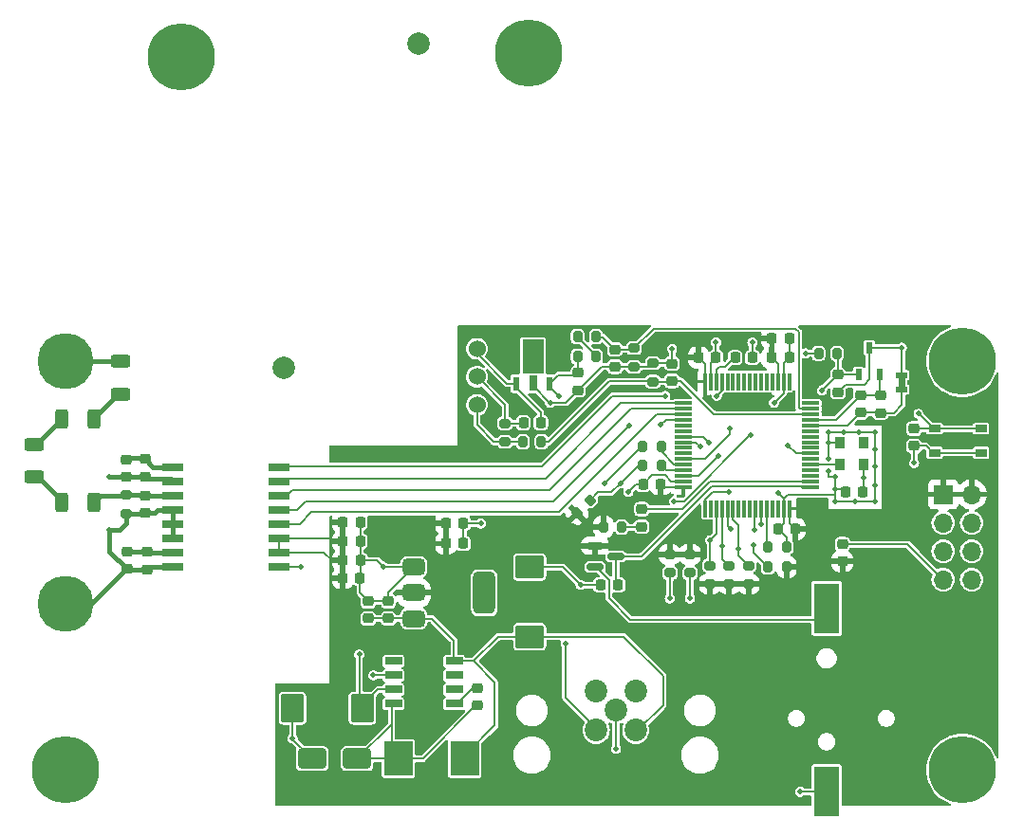
<source format=gbr>
%TF.GenerationSoftware,KiCad,Pcbnew,8.0.5*%
%TF.CreationDate,2024-10-07T01:51:17+09:00*%
%TF.ProjectId,fsk-energymeter,66736b2d-656e-4657-9267-796d65746572,v0.0.1*%
%TF.SameCoordinates,Original*%
%TF.FileFunction,Copper,L1,Top*%
%TF.FilePolarity,Positive*%
%FSLAX46Y46*%
G04 Gerber Fmt 4.6, Leading zero omitted, Abs format (unit mm)*
G04 Created by KiCad (PCBNEW 8.0.5) date 2024-10-07 01:51:17*
%MOMM*%
%LPD*%
G01*
G04 APERTURE LIST*
G04 Aperture macros list*
%AMRoundRect*
0 Rectangle with rounded corners*
0 $1 Rounding radius*
0 $2 $3 $4 $5 $6 $7 $8 $9 X,Y pos of 4 corners*
0 Add a 4 corners polygon primitive as box body*
4,1,4,$2,$3,$4,$5,$6,$7,$8,$9,$2,$3,0*
0 Add four circle primitives for the rounded corners*
1,1,$1+$1,$2,$3*
1,1,$1+$1,$4,$5*
1,1,$1+$1,$6,$7*
1,1,$1+$1,$8,$9*
0 Add four rect primitives between the rounded corners*
20,1,$1+$1,$2,$3,$4,$5,0*
20,1,$1+$1,$4,$5,$6,$7,0*
20,1,$1+$1,$6,$7,$8,$9,0*
20,1,$1+$1,$8,$9,$2,$3,0*%
G04 Aperture macros list end*
%TA.AperFunction,EtchedComponent*%
%ADD10C,0.000000*%
%TD*%
%TA.AperFunction,SMDPad,CuDef*%
%ADD11RoundRect,0.225000X-0.225000X-0.250000X0.225000X-0.250000X0.225000X0.250000X-0.225000X0.250000X0*%
%TD*%
%TA.AperFunction,SMDPad,CuDef*%
%ADD12RoundRect,0.225000X0.250000X-0.225000X0.250000X0.225000X-0.250000X0.225000X-0.250000X-0.225000X0*%
%TD*%
%TA.AperFunction,SMDPad,CuDef*%
%ADD13RoundRect,0.200000X-0.200000X-0.275000X0.200000X-0.275000X0.200000X0.275000X-0.200000X0.275000X0*%
%TD*%
%TA.AperFunction,SMDPad,CuDef*%
%ADD14RoundRect,0.225000X0.225000X0.250000X-0.225000X0.250000X-0.225000X-0.250000X0.225000X-0.250000X0*%
%TD*%
%TA.AperFunction,ComponentPad*%
%ADD15C,3.400000*%
%TD*%
%TA.AperFunction,ConnectorPad*%
%ADD16C,6.000000*%
%TD*%
%TA.AperFunction,SMDPad,CuDef*%
%ADD17RoundRect,0.200000X-0.275000X0.200000X-0.275000X-0.200000X0.275000X-0.200000X0.275000X0.200000X0*%
%TD*%
%TA.AperFunction,SMDPad,CuDef*%
%ADD18RoundRect,0.200000X0.053033X-0.335876X0.335876X-0.053033X-0.053033X0.335876X-0.335876X0.053033X0*%
%TD*%
%TA.AperFunction,SMDPad,CuDef*%
%ADD19R,2.300000X4.500000*%
%TD*%
%TA.AperFunction,SMDPad,CuDef*%
%ADD20RoundRect,0.225000X-0.250000X0.225000X-0.250000X-0.225000X0.250000X-0.225000X0.250000X0.225000X0*%
%TD*%
%TA.AperFunction,SMDPad,CuDef*%
%ADD21R,0.550000X1.300000*%
%TD*%
%TA.AperFunction,SMDPad,CuDef*%
%ADD22R,0.800000X1.475000*%
%TD*%
%TA.AperFunction,SMDPad,CuDef*%
%ADD23R,1.850000X3.125000*%
%TD*%
%TA.AperFunction,SMDPad,CuDef*%
%ADD24RoundRect,0.250000X0.787500X1.025000X-0.787500X1.025000X-0.787500X-1.025000X0.787500X-1.025000X0*%
%TD*%
%TA.AperFunction,SMDPad,CuDef*%
%ADD25RoundRect,0.250000X1.025000X-0.787500X1.025000X0.787500X-1.025000X0.787500X-1.025000X-0.787500X0*%
%TD*%
%TA.AperFunction,ComponentPad*%
%ADD26C,2.900000*%
%TD*%
%TA.AperFunction,ConnectorPad*%
%ADD27C,5.000000*%
%TD*%
%TA.AperFunction,SMDPad,CuDef*%
%ADD28RoundRect,0.075000X0.700000X0.075000X-0.700000X0.075000X-0.700000X-0.075000X0.700000X-0.075000X0*%
%TD*%
%TA.AperFunction,SMDPad,CuDef*%
%ADD29RoundRect,0.075000X0.075000X0.700000X-0.075000X0.700000X-0.075000X-0.700000X0.075000X-0.700000X0*%
%TD*%
%TA.AperFunction,SMDPad,CuDef*%
%ADD30R,0.600000X1.000000*%
%TD*%
%TA.AperFunction,SMDPad,CuDef*%
%ADD31RoundRect,0.250000X0.312500X0.625000X-0.312500X0.625000X-0.312500X-0.625000X0.312500X-0.625000X0*%
%TD*%
%TA.AperFunction,SMDPad,CuDef*%
%ADD32RoundRect,0.200000X0.275000X-0.200000X0.275000X0.200000X-0.275000X0.200000X-0.275000X-0.200000X0*%
%TD*%
%TA.AperFunction,SMDPad,CuDef*%
%ADD33RoundRect,0.218750X-0.256250X0.218750X-0.256250X-0.218750X0.256250X-0.218750X0.256250X0.218750X0*%
%TD*%
%TA.AperFunction,SMDPad,CuDef*%
%ADD34RoundRect,0.250000X-0.625000X0.312500X-0.625000X-0.312500X0.625000X-0.312500X0.625000X0.312500X0*%
%TD*%
%TA.AperFunction,ComponentPad*%
%ADD35C,2.000000*%
%TD*%
%TA.AperFunction,ComponentPad*%
%ADD36C,1.524000*%
%TD*%
%TA.AperFunction,SMDPad,CuDef*%
%ADD37RoundRect,0.250000X1.000000X0.650000X-1.000000X0.650000X-1.000000X-0.650000X1.000000X-0.650000X0*%
%TD*%
%TA.AperFunction,SMDPad,CuDef*%
%ADD38R,0.900000X1.000000*%
%TD*%
%TA.AperFunction,SMDPad,CuDef*%
%ADD39RoundRect,0.150000X-0.587500X-0.150000X0.587500X-0.150000X0.587500X0.150000X-0.587500X0.150000X0*%
%TD*%
%TA.AperFunction,SMDPad,CuDef*%
%ADD40RoundRect,0.500000X-0.500000X-1.400000X0.500000X-1.400000X0.500000X1.400000X-0.500000X1.400000X0*%
%TD*%
%TA.AperFunction,SMDPad,CuDef*%
%ADD41RoundRect,0.375000X-0.625000X-0.375000X0.625000X-0.375000X0.625000X0.375000X-0.625000X0.375000X0*%
%TD*%
%TA.AperFunction,ComponentPad*%
%ADD42R,1.700000X1.700000*%
%TD*%
%TA.AperFunction,ComponentPad*%
%ADD43O,1.700000X1.700000*%
%TD*%
%TA.AperFunction,ComponentPad*%
%ADD44C,2.025000*%
%TD*%
%TA.AperFunction,SMDPad,CuDef*%
%ADD45R,1.528000X0.650000*%
%TD*%
%TA.AperFunction,SMDPad,CuDef*%
%ADD46RoundRect,0.200000X0.200000X0.275000X-0.200000X0.275000X-0.200000X-0.275000X0.200000X-0.275000X0*%
%TD*%
%TA.AperFunction,SMDPad,CuDef*%
%ADD47R,2.550000X3.050000*%
%TD*%
%TA.AperFunction,SMDPad,CuDef*%
%ADD48RoundRect,0.250000X-0.312500X-0.625000X0.312500X-0.625000X0.312500X0.625000X-0.312500X0.625000X0*%
%TD*%
%TA.AperFunction,SMDPad,CuDef*%
%ADD49R,1.000000X0.500000*%
%TD*%
%TA.AperFunction,SMDPad,CuDef*%
%ADD50R,1.050000X0.650000*%
%TD*%
%TA.AperFunction,SMDPad,CuDef*%
%ADD51R,1.925000X0.650000*%
%TD*%
%TA.AperFunction,ViaPad*%
%ADD52C,0.500000*%
%TD*%
%TA.AperFunction,Conductor*%
%ADD53C,0.200000*%
%TD*%
%TA.AperFunction,Conductor*%
%ADD54C,0.400000*%
%TD*%
G04 APERTURE END LIST*
D10*
%TA.AperFunction,EtchedComponent*%
%TO.C,JP1*%
G36*
X160400000Y-79410000D02*
G01*
X159800000Y-79410000D01*
X159800000Y-78580000D01*
X160400000Y-78580000D01*
X160400000Y-79410000D01*
G37*
%TD.AperFunction*%
%TD*%
D11*
%TO.P,C16,1*%
%TO.N,+3V3*%
X141975000Y-76775000D03*
%TO.P,C16,2*%
%TO.N,GND*%
X143525000Y-76775000D03*
%TD*%
D12*
%TO.P,C3,1*%
%TO.N,/ADC_HALL*%
X139600000Y-78875000D03*
%TO.P,C3,2*%
%TO.N,GND*%
X139600000Y-77325000D03*
%TD*%
D13*
%TO.P,R23,1*%
%TO.N,/BOOT0*%
X148175000Y-93700000D03*
%TO.P,R23,2*%
%TO.N,GND*%
X149825000Y-93700000D03*
%TD*%
D12*
%TO.P,C24,1*%
%TO.N,Net-(D2-K)*%
X122250000Y-107825000D03*
%TO.P,C24,2*%
%TO.N,Net-(IC4-CB)*%
X122250000Y-106275000D03*
%TD*%
D14*
%TO.P,C2,1*%
%TO.N,+5VA*%
X127900000Y-82600000D03*
%TO.P,C2,2*%
%TO.N,GND*%
X126350000Y-82600000D03*
%TD*%
%TO.P,C23,1*%
%TO.N,+BATT*%
X134775000Y-97100000D03*
%TO.P,C23,2*%
%TO.N,GND*%
X133225000Y-97100000D03*
%TD*%
D15*
%TO.P,H5,1*%
%TO.N,N/C*%
X126800000Y-49600000D03*
D16*
X126800000Y-49600000D03*
%TD*%
D17*
%TO.P,R18,1*%
%TO.N,+3V3*%
X141200000Y-94375000D03*
%TO.P,R18,2*%
%TO.N,/SDIO_D0*%
X141200000Y-96025000D03*
%TD*%
D18*
%TO.P,R12,1*%
%TO.N,+3V3*%
X131116637Y-90683363D03*
%TO.P,R12,2*%
%TO.N,Net-(J1-Pad2)*%
X132283363Y-89516637D03*
%TD*%
D14*
%TO.P,C19,1*%
%TO.N,+3V3*%
X138575000Y-88100000D03*
%TO.P,C19,2*%
%TO.N,GND*%
X137025000Y-88100000D03*
%TD*%
%TO.P,C14,1*%
%TO.N,+3V3*%
X156650000Y-88775000D03*
%TO.P,C14,2*%
%TO.N,GND*%
X155100000Y-88775000D03*
%TD*%
D19*
%TO.P,BT1,1,+*%
%TO.N,Net-(BT1-+)*%
X153400000Y-99175000D03*
%TO.P,BT1,2,-*%
%TO.N,GND*%
X153400000Y-115575000D03*
%TD*%
D20*
%TO.P,C8,1*%
%TO.N,Net-(IC2-VDDF)*%
X91000000Y-94125000D03*
%TO.P,C8,2*%
%TO.N,HV-*%
X91000000Y-95675000D03*
%TD*%
%TO.P,C13,1*%
%TO.N,/ADC_LV*%
X134500000Y-76050000D03*
%TO.P,C13,2*%
%TO.N,GND*%
X134500000Y-77600000D03*
%TD*%
D21*
%TO.P,IC1,1,VOUT*%
%TO.N,+5VA*%
X125700000Y-79100000D03*
D22*
%TO.P,IC1,2,GND_1*%
%TO.N,GND*%
X127200000Y-79012000D03*
D21*
%TO.P,IC1,3,VIN*%
%TO.N,VBUS*%
X128700000Y-79100000D03*
D23*
%TO.P,IC1,4,GND_2*%
%TO.N,GND*%
X127200000Y-76712000D03*
%TD*%
D24*
%TO.P,C25,1*%
%TO.N,VBUS*%
X111975000Y-108100000D03*
%TO.P,C25,2*%
%TO.N,GND*%
X105750000Y-108100000D03*
%TD*%
D15*
%TO.P,H7,1,1*%
%TO.N,GND*%
X165500000Y-113600000D03*
D16*
X165500000Y-113600000D03*
%TD*%
D11*
%TO.P,C28,1*%
%TO.N,+3V3*%
X119425000Y-91600000D03*
%TO.P,C28,2*%
%TO.N,GND*%
X120975000Y-91600000D03*
%TD*%
D25*
%TO.P,C26,1*%
%TO.N,+5V*%
X126900000Y-101712500D03*
%TO.P,C26,2*%
%TO.N,GND*%
X126900000Y-95487500D03*
%TD*%
D20*
%TO.P,C33,1*%
%TO.N,GND*%
X154800000Y-93450000D03*
%TO.P,C33,2*%
%TO.N,+3V3*%
X154800000Y-95000000D03*
%TD*%
D12*
%TO.P,C29,1*%
%TO.N,+5V*%
X114300000Y-100075000D03*
%TO.P,C29,2*%
%TO.N,GND*%
X114300000Y-98525000D03*
%TD*%
D20*
%TO.P,C20,1*%
%TO.N,+5V*%
X154400000Y-78325000D03*
%TO.P,C20,2*%
%TO.N,GND*%
X154400000Y-79875000D03*
%TD*%
D26*
%TO.P,H1,1,1*%
%TO.N,HV+*%
X85500000Y-77100000D03*
D27*
X85500000Y-77100000D03*
%TD*%
D28*
%TO.P,U3,1,VBAT*%
%TO.N,+BATT*%
X151975000Y-88350000D03*
%TO.P,U3,2,PC13*%
%TO.N,/LED*%
X151975000Y-87850000D03*
%TO.P,U3,3,PC14*%
%TO.N,unconnected-(U3-PC14-Pad3)*%
X151975000Y-87350000D03*
%TO.P,U3,4,PC15*%
%TO.N,unconnected-(U3-PC15-Pad4)*%
X151975000Y-86850000D03*
%TO.P,U3,5,PH0*%
%TO.N,/OSC_CLK*%
X151975000Y-86350000D03*
%TO.P,U3,6,PH1*%
%TO.N,unconnected-(U3-PH1-Pad6)*%
X151975000Y-85850000D03*
%TO.P,U3,7,NRST*%
%TO.N,/RST*%
X151975000Y-85350000D03*
%TO.P,U3,8,PC0*%
%TO.N,unconnected-(U3-PC0-Pad8)*%
X151975000Y-84850000D03*
%TO.P,U3,9,PC1*%
%TO.N,unconnected-(U3-PC1-Pad9)*%
X151975000Y-84350000D03*
%TO.P,U3,10,PC2*%
%TO.N,unconnected-(U3-PC2-Pad10)*%
X151975000Y-83850000D03*
%TO.P,U3,11,PC3*%
%TO.N,unconnected-(U3-PC3-Pad11)*%
X151975000Y-83350000D03*
%TO.P,U3,12,VSSA*%
%TO.N,GNDREF*%
X151975000Y-82850000D03*
%TO.P,U3,13,VREF+*%
%TO.N,/VREF*%
X151975000Y-82350000D03*
%TO.P,U3,14,PA0*%
%TO.N,/ADC_HALL*%
X151975000Y-81850000D03*
%TO.P,U3,15,PA1*%
%TO.N,/ADC_LV*%
X151975000Y-81350000D03*
%TO.P,U3,16,PA2*%
%TO.N,unconnected-(U3-PA2-Pad16)*%
X151975000Y-80850000D03*
D29*
%TO.P,U3,17,PA3*%
%TO.N,unconnected-(U3-PA3-Pad17)*%
X150050000Y-78925000D03*
%TO.P,U3,18,VSS*%
%TO.N,GND*%
X149550000Y-78925000D03*
%TO.P,U3,19,VDD*%
%TO.N,+3V3*%
X149050000Y-78925000D03*
%TO.P,U3,20,PA4*%
%TO.N,unconnected-(U3-PA4-Pad20)*%
X148550000Y-78925000D03*
%TO.P,U3,21,PA5*%
%TO.N,unconnected-(U3-PA5-Pad21)*%
X148050000Y-78925000D03*
%TO.P,U3,22,PA6*%
%TO.N,unconnected-(U3-PA6-Pad22)*%
X147550000Y-78925000D03*
%TO.P,U3,23,PA7*%
%TO.N,unconnected-(U3-PA7-Pad23)*%
X147050000Y-78925000D03*
%TO.P,U3,24,PC4*%
%TO.N,unconnected-(U3-PC4-Pad24)*%
X146550000Y-78925000D03*
%TO.P,U3,25,PC5*%
%TO.N,unconnected-(U3-PC5-Pad25)*%
X146050000Y-78925000D03*
%TO.P,U3,26,PB0*%
%TO.N,unconnected-(U3-PB0-Pad26)*%
X145550000Y-78925000D03*
%TO.P,U3,27,PB1*%
%TO.N,unconnected-(U3-PB1-Pad27)*%
X145050000Y-78925000D03*
%TO.P,U3,28,PB2*%
%TO.N,unconnected-(U3-PB2-Pad28)*%
X144550000Y-78925000D03*
%TO.P,U3,29,PB10*%
%TO.N,/SPI2_INT*%
X144050000Y-78925000D03*
%TO.P,U3,30,VCAP1*%
%TO.N,Net-(U3-VCAP1)*%
X143550000Y-78925000D03*
%TO.P,U3,31,VSS*%
%TO.N,GND*%
X143050000Y-78925000D03*
%TO.P,U3,32,VDD*%
%TO.N,+3V3*%
X142550000Y-78925000D03*
D28*
%TO.P,U3,33,PB12*%
%TO.N,/SPI2_CS*%
X140625000Y-80850000D03*
%TO.P,U3,34,PB13*%
%TO.N,/SPI2_SCK*%
X140625000Y-81350000D03*
%TO.P,U3,35,PB14*%
%TO.N,/SPI2_MISO*%
X140625000Y-81850000D03*
%TO.P,U3,36,PB15*%
%TO.N,/SPI2_MOSI*%
X140625000Y-82350000D03*
%TO.P,U3,37,PC6*%
%TO.N,unconnected-(U3-PC6-Pad37)*%
X140625000Y-82850000D03*
%TO.P,U3,38,PC7*%
%TO.N,unconnected-(U3-PC7-Pad38)*%
X140625000Y-83350000D03*
%TO.P,U3,39,PC8*%
%TO.N,/SDIO_D0*%
X140625000Y-83850000D03*
%TO.P,U3,40,PC9*%
%TO.N,/SDIO_D1*%
X140625000Y-84350000D03*
%TO.P,U3,41,PA8*%
%TO.N,unconnected-(U3-PA8-Pad41)*%
X140625000Y-84850000D03*
%TO.P,U3,42,PA9*%
%TO.N,/USB_VBUS*%
X140625000Y-85350000D03*
%TO.P,U3,43,PA10*%
%TO.N,/USB_DETECT*%
X140625000Y-85850000D03*
%TO.P,U3,44,PA11*%
%TO.N,/USB_DM*%
X140625000Y-86350000D03*
%TO.P,U3,45,PA12*%
%TO.N,/USB_DP*%
X140625000Y-86850000D03*
%TO.P,U3,46,PA13*%
%TO.N,/SWDIO*%
X140625000Y-87350000D03*
%TO.P,U3,47,VSS*%
%TO.N,GND*%
X140625000Y-87850000D03*
%TO.P,U3,48,VDD*%
%TO.N,+3V3*%
X140625000Y-88350000D03*
D29*
%TO.P,U3,49,PA14*%
%TO.N,/SWCLK*%
X142550000Y-90275000D03*
%TO.P,U3,50,PA15*%
%TO.N,unconnected-(U3-PA15-Pad50)*%
X143050000Y-90275000D03*
%TO.P,U3,51,PC10*%
%TO.N,/SDIO_D2*%
X143550000Y-90275000D03*
%TO.P,U3,52,PC11*%
%TO.N,/SDIO_D3*%
X144050000Y-90275000D03*
%TO.P,U3,53,PC12*%
%TO.N,/SDIO_CK*%
X144550000Y-90275000D03*
%TO.P,U3,54,PD2*%
%TO.N,/SDIO_CMD*%
X145050000Y-90275000D03*
%TO.P,U3,55,PB3*%
%TO.N,unconnected-(U3-PB3-Pad55)*%
X145550000Y-90275000D03*
%TO.P,U3,56,PB4*%
%TO.N,unconnected-(U3-PB4-Pad56)*%
X146050000Y-90275000D03*
%TO.P,U3,57,PB5*%
%TO.N,unconnected-(U3-PB5-Pad57)*%
X146550000Y-90275000D03*
%TO.P,U3,58,PB6*%
%TO.N,/USART1_TX*%
X147050000Y-90275000D03*
%TO.P,U3,59,PB7*%
%TO.N,/USART1_RX*%
X147550000Y-90275000D03*
%TO.P,U3,60,BOOT0*%
%TO.N,/BOOT0*%
X148050000Y-90275000D03*
%TO.P,U3,61,PB8*%
%TO.N,unconnected-(U3-PB8-Pad61)*%
X148550000Y-90275000D03*
%TO.P,U3,62,PB9*%
%TO.N,unconnected-(U3-PB9-Pad62)*%
X149050000Y-90275000D03*
%TO.P,U3,63,VSS*%
%TO.N,GND*%
X149550000Y-90275000D03*
%TO.P,U3,64,VDD*%
%TO.N,+3V3*%
X150050000Y-90275000D03*
%TD*%
D30*
%TO.P,IC3,1,VIN*%
%TO.N,+5V*%
X156245000Y-78300000D03*
%TO.P,IC3,2,VOUT*%
%TO.N,/VREF*%
X158155000Y-78300000D03*
%TO.P,IC3,3,GND*%
%TO.N,GND*%
X157200000Y-75900000D03*
%TD*%
D31*
%TO.P,R4,1*%
%TO.N,Net-(R3-Pad2)*%
X88062500Y-82300000D03*
%TO.P,R4,2*%
%TO.N,Net-(R4-Pad2)*%
X85137500Y-82300000D03*
%TD*%
D13*
%TO.P,R1,1*%
%TO.N,/HALL*%
X126300000Y-84300000D03*
%TO.P,R1,2*%
%TO.N,/ADC_HALL*%
X127950000Y-84300000D03*
%TD*%
D17*
%TO.P,R10,1*%
%TO.N,/ADC_LV*%
X136200000Y-75950000D03*
%TO.P,R10,2*%
%TO.N,GND*%
X136200000Y-77600000D03*
%TD*%
D20*
%TO.P,C31,1*%
%TO.N,/RST*%
X161200000Y-83125000D03*
%TO.P,C31,2*%
%TO.N,GND*%
X161200000Y-84675000D03*
%TD*%
D32*
%TO.P,R2,1*%
%TO.N,/ADC_HALL*%
X137900000Y-78925000D03*
%TO.P,R2,2*%
%TO.N,GND*%
X137900000Y-77275000D03*
%TD*%
D20*
%TO.P,C7,1*%
%TO.N,Net-(IC2-VDDF)*%
X92800000Y-94150000D03*
%TO.P,C7,2*%
%TO.N,HV-*%
X92800000Y-95700000D03*
%TD*%
D12*
%TO.P,C5,1*%
%TO.N,HV-*%
X90912000Y-87430000D03*
%TO.P,C5,2*%
%TO.N,Net-(IC2-REF)*%
X90912000Y-85880000D03*
%TD*%
D33*
%TO.P,D3,1,K*%
%TO.N,/LED*%
X136900000Y-90312500D03*
%TO.P,D3,2,A*%
%TO.N,Net-(D3-A)*%
X136900000Y-91887500D03*
%TD*%
D17*
%TO.P,R17,1*%
%TO.N,+3V3*%
X139400000Y-94375000D03*
%TO.P,R17,2*%
%TO.N,/SDIO_D1*%
X139400000Y-96025000D03*
%TD*%
D11*
%TO.P,C12,1*%
%TO.N,+3V3*%
X110250000Y-91500000D03*
%TO.P,C12,2*%
%TO.N,GND*%
X111800000Y-91500000D03*
%TD*%
D15*
%TO.P,H3,1*%
%TO.N,N/C*%
X85500000Y-113600000D03*
D16*
X85500000Y-113600000D03*
%TD*%
D15*
%TO.P,H6,1,1*%
%TO.N,GND*%
X165500000Y-77100000D03*
D16*
X165500000Y-77100000D03*
%TD*%
D34*
%TO.P,R5,1*%
%TO.N,Net-(R4-Pad2)*%
X82700000Y-84537500D03*
%TO.P,R5,2*%
%TO.N,Net-(R5-Pad2)*%
X82700000Y-87462500D03*
%TD*%
D11*
%TO.P,C9,1*%
%TO.N,+3V3*%
X110250000Y-94900000D03*
%TO.P,C9,2*%
%TO.N,GND*%
X111800000Y-94900000D03*
%TD*%
D20*
%TO.P,C4,1*%
%TO.N,Net-(IC2-REF)*%
X92612000Y-85855000D03*
%TO.P,C4,2*%
%TO.N,HV-*%
X92612000Y-87405000D03*
%TD*%
D11*
%TO.P,C15,1*%
%TO.N,+3V3*%
X148525000Y-75100000D03*
%TO.P,C15,2*%
%TO.N,GND*%
X150075000Y-75100000D03*
%TD*%
D13*
%TO.P,R14,1*%
%TO.N,Net-(J1-Pad2)*%
X136975000Y-86400000D03*
%TO.P,R14,2*%
%TO.N,/USB_DP*%
X138625000Y-86400000D03*
%TD*%
D12*
%TO.P,C30,1*%
%TO.N,+5V*%
X112500000Y-100075000D03*
%TO.P,C30,2*%
%TO.N,GND*%
X112500000Y-98525000D03*
%TD*%
D35*
%TO.P,U1,*%
%TO.N,*%
X105000000Y-77700000D03*
X117000000Y-48700000D03*
D36*
%TO.P,U1,1,VOUT*%
%TO.N,/HALL*%
X122200000Y-81000000D03*
%TO.P,U1,2,GND*%
%TO.N,GND*%
X122200000Y-78500000D03*
%TO.P,U1,3,VCC*%
%TO.N,+5VA*%
X122200000Y-76000000D03*
%TD*%
D17*
%TO.P,R11,1*%
%TO.N,GND*%
X124700000Y-82650000D03*
%TO.P,R11,2*%
%TO.N,/HALL*%
X124700000Y-84300000D03*
%TD*%
D37*
%TO.P,D2,1,K*%
%TO.N,Net-(D2-K)*%
X111500000Y-112600000D03*
%TO.P,D2,2,A*%
%TO.N,GND*%
X107500000Y-112600000D03*
%TD*%
D38*
%TO.P,X1,1,EN*%
%TO.N,unconnected-(X1-EN-Pad1)*%
X156700000Y-84425000D03*
%TO.P,X1,2,GND*%
%TO.N,GND*%
X154600000Y-84425000D03*
%TO.P,X1,3,OUT*%
%TO.N,/OSC_CLK*%
X154600000Y-86325000D03*
%TO.P,X1,4,Vdd*%
%TO.N,+3V3*%
X156700000Y-86325000D03*
%TD*%
D14*
%TO.P,C18,1*%
%TO.N,+3V3*%
X150600000Y-92100000D03*
%TO.P,C18,2*%
%TO.N,GND*%
X149050000Y-92100000D03*
%TD*%
D39*
%TO.P,D1,1*%
%TO.N,+3V3*%
X132725000Y-93600000D03*
%TO.P,D1,2*%
%TO.N,Net-(BT1-+)*%
X132725000Y-95500000D03*
%TO.P,D1,3*%
%TO.N,+BATT*%
X134600000Y-94550000D03*
%TD*%
D13*
%TO.P,R8,1*%
%TO.N,VBUS*%
X131175000Y-76700000D03*
%TO.P,R8,2*%
%TO.N,Net-(R8-Pad2)*%
X132825000Y-76700000D03*
%TD*%
D40*
%TO.P,U2,*%
%TO.N,*%
X122850000Y-97800000D03*
D41*
%TO.P,U2,1,GND*%
%TO.N,GND*%
X116550000Y-95500000D03*
%TO.P,U2,2,VO*%
%TO.N,+3V3*%
X116550000Y-97800000D03*
%TO.P,U2,3,VI*%
%TO.N,+5V*%
X116550000Y-100100000D03*
%TD*%
D11*
%TO.P,C27,1*%
%TO.N,+3V3*%
X119425000Y-93400000D03*
%TO.P,C27,2*%
%TO.N,GND*%
X120975000Y-93400000D03*
%TD*%
%TO.P,C10,1*%
%TO.N,+3V3*%
X110225000Y-96500000D03*
%TO.P,C10,2*%
%TO.N,GND*%
X111775000Y-96500000D03*
%TD*%
D42*
%TO.P,J2,1,Pin_1*%
%TO.N,+3V3*%
X163800000Y-89000000D03*
D43*
%TO.P,J2,2,Pin_2*%
%TO.N,/USART1_RX*%
X163800000Y-91540000D03*
%TO.P,J2,3,Pin_3*%
%TO.N,/USART1_TX*%
X163800000Y-94080000D03*
%TO.P,J2,4,Pin_4*%
%TO.N,GND*%
X163800000Y-96620000D03*
%TO.P,J2,5,Pin_5*%
%TO.N,+3V3*%
X166340000Y-89000000D03*
%TO.P,J2,6,Pin_6*%
%TO.N,/SWCLK*%
X166340000Y-91540000D03*
%TO.P,J2,7,Pin_7*%
%TO.N,/SWDIO*%
X166340000Y-94080000D03*
%TO.P,J2,8,Pin_8*%
%TO.N,GND*%
X166340000Y-96620000D03*
%TD*%
D11*
%TO.P,C11,1*%
%TO.N,+3V3*%
X110250000Y-93200000D03*
%TO.P,C11,2*%
%TO.N,GND*%
X111800000Y-93200000D03*
%TD*%
D20*
%TO.P,C21,1*%
%TO.N,/VREF*%
X156400000Y-80150000D03*
%TO.P,C21,2*%
%TO.N,GNDREF*%
X156400000Y-81700000D03*
%TD*%
D44*
%TO.P,J1,1,1*%
%TO.N,Net-(J1-Pad1)*%
X132830000Y-106530000D03*
%TO.P,J1,2,2*%
%TO.N,Net-(J1-Pad2)*%
X136370000Y-106530000D03*
%TO.P,J1,3,3*%
%TO.N,+5V*%
X136370000Y-110070000D03*
%TO.P,J1,4,4*%
%TO.N,VBUS*%
X132830000Y-110070000D03*
%TO.P,J1,5,5*%
%TO.N,GND*%
X134600000Y-108300000D03*
%TD*%
D45*
%TO.P,IC4,1,CB*%
%TO.N,Net-(IC4-CB)*%
X120172000Y-107705000D03*
%TO.P,IC4,2,NC_1*%
%TO.N,unconnected-(IC4-NC_1-Pad2)*%
X120172000Y-106435000D03*
%TO.P,IC4,3,NC_2*%
%TO.N,unconnected-(IC4-NC_2-Pad3)*%
X120172000Y-105165000D03*
%TO.P,IC4,4,FB*%
%TO.N,+5V*%
X120172000Y-103895000D03*
%TO.P,IC4,5,ON/~{OFF}*%
%TO.N,unconnected-(IC4-ON{slash}~{OFF}-Pad5)*%
X114750000Y-103895000D03*
%TO.P,IC4,6,GND*%
%TO.N,GND*%
X114750000Y-105165000D03*
%TO.P,IC4,7,VIN*%
%TO.N,VBUS*%
X114750000Y-106435000D03*
%TO.P,IC4,8,VSW*%
%TO.N,Net-(D2-K)*%
X114750000Y-107705000D03*
%TD*%
D46*
%TO.P,R16,1*%
%TO.N,+5V*%
X154325000Y-76400000D03*
%TO.P,R16,2*%
%TO.N,/USB_DETECT*%
X152675000Y-76400000D03*
%TD*%
D34*
%TO.P,R3,1*%
%TO.N,HV+*%
X90400000Y-77137500D03*
%TO.P,R3,2*%
%TO.N,Net-(R3-Pad2)*%
X90400000Y-80062500D03*
%TD*%
D46*
%TO.P,R13,1*%
%TO.N,/USB_DM*%
X138625000Y-84700000D03*
%TO.P,R13,2*%
%TO.N,Net-(J1-Pad1)*%
X136975000Y-84700000D03*
%TD*%
D20*
%TO.P,C1,1*%
%TO.N,VBUS*%
X131250000Y-78150000D03*
%TO.P,C1,2*%
%TO.N,GND*%
X131250000Y-79700000D03*
%TD*%
D47*
%TO.P,L1,1*%
%TO.N,+5V*%
X121100000Y-112600000D03*
%TO.P,L1,2*%
%TO.N,Net-(D2-K)*%
X115200000Y-112600000D03*
%TD*%
D26*
%TO.P,H2,1,1*%
%TO.N,HV-*%
X85500000Y-98800000D03*
D27*
X85500000Y-98800000D03*
%TD*%
D32*
%TO.P,R21,1*%
%TO.N,+3V3*%
X144700000Y-97025000D03*
%TO.P,R21,2*%
%TO.N,/SDIO_D3*%
X144700000Y-95375000D03*
%TD*%
D17*
%TO.P,R7,1*%
%TO.N,Net-(IC2-AIN1)*%
X90900000Y-89075000D03*
%TO.P,R7,2*%
%TO.N,HV-*%
X90900000Y-90725000D03*
%TD*%
D32*
%TO.P,R22,1*%
%TO.N,+3V3*%
X143000000Y-97000000D03*
%TO.P,R22,2*%
%TO.N,/SDIO_D2*%
X143000000Y-95350000D03*
%TD*%
D15*
%TO.P,H4,1*%
%TO.N,N/C*%
X95800000Y-49900000D03*
D16*
X95800000Y-49900000D03*
%TD*%
D48*
%TO.P,R6,1*%
%TO.N,Net-(R5-Pad2)*%
X85137500Y-89700000D03*
%TO.P,R6,2*%
%TO.N,Net-(IC2-AIN1)*%
X88062500Y-89700000D03*
%TD*%
D13*
%TO.P,R9,1*%
%TO.N,Net-(R8-Pad2)*%
X131175000Y-74900000D03*
%TO.P,R9,2*%
%TO.N,/ADC_LV*%
X132825000Y-74900000D03*
%TD*%
D11*
%TO.P,C17,1*%
%TO.N,+3V3*%
X148500000Y-76800000D03*
%TO.P,C17,2*%
%TO.N,GND*%
X150050000Y-76800000D03*
%TD*%
D49*
%TO.P,JP1,1,A*%
%TO.N,GND*%
X160100000Y-78350000D03*
%TO.P,JP1,2,B*%
%TO.N,GNDREF*%
X160100000Y-79650000D03*
%TD*%
D50*
%TO.P,SW1,1,1*%
%TO.N,/RST*%
X163025000Y-83125000D03*
X167175000Y-83125000D03*
%TO.P,SW1,2,2*%
%TO.N,GND*%
X163025000Y-85275000D03*
X167175000Y-85275000D03*
%TD*%
D14*
%TO.P,C32,1*%
%TO.N,GND*%
X146775000Y-76800000D03*
%TO.P,C32,2*%
%TO.N,Net-(U3-VCAP1)*%
X145225000Y-76800000D03*
%TD*%
D32*
%TO.P,R20,1*%
%TO.N,+3V3*%
X146437500Y-97012500D03*
%TO.P,R20,2*%
%TO.N,/SDIO_CMD*%
X146437500Y-95362500D03*
%TD*%
D12*
%TO.P,C6,1*%
%TO.N,HV-*%
X92600000Y-90675000D03*
%TO.P,C6,2*%
%TO.N,Net-(IC2-AIN1)*%
X92600000Y-89125000D03*
%TD*%
D51*
%TO.P,IC2,1,REF*%
%TO.N,Net-(IC2-REF)*%
X95088000Y-86555000D03*
%TO.P,IC2,2,AGND*%
%TO.N,HV-*%
X95088000Y-87825000D03*
%TO.P,IC2,3,AIN1*%
%TO.N,Net-(IC2-AIN1)*%
X95088000Y-89095000D03*
%TO.P,IC2,4,AIN2*%
%TO.N,HV-*%
X95088000Y-90365000D03*
%TO.P,IC2,5,AIN3*%
X95088000Y-91635000D03*
%TO.P,IC2,6,AIN4*%
X95088000Y-92905000D03*
%TO.P,IC2,7,VDDF*%
%TO.N,Net-(IC2-VDDF)*%
X95088000Y-94175000D03*
%TO.P,IC2,8,GNDF*%
%TO.N,HV-*%
X95088000Y-95445000D03*
%TO.P,IC2,9,GNDL*%
%TO.N,GND*%
X104512000Y-95445000D03*
%TO.P,IC2,10,VDDPL*%
%TO.N,+3V3*%
X104512000Y-94175000D03*
%TO.P,IC2,11,VDDL*%
X104512000Y-92905000D03*
%TO.P,IC2,12,SDO*%
%TO.N,/SPI2_MISO*%
X104512000Y-91635000D03*
%TO.P,IC2,13,SDI*%
%TO.N,/SPI2_MOSI*%
X104512000Y-90365000D03*
%TO.P,IC2,14,SCLK*%
%TO.N,/SPI2_SCK*%
X104512000Y-89095000D03*
%TO.P,IC2,15,~{CS}*%
%TO.N,/SPI2_CS*%
X104512000Y-87825000D03*
%TO.P,IC2,16,~{INT}*%
%TO.N,/SPI2_INT*%
X104512000Y-86555000D03*
%TD*%
D20*
%TO.P,C22,1*%
%TO.N,/VREF*%
X158200000Y-80175000D03*
%TO.P,C22,2*%
%TO.N,GNDREF*%
X158200000Y-81725000D03*
%TD*%
D46*
%TO.P,R15,1*%
%TO.N,Net-(D3-A)*%
X135125000Y-91900000D03*
%TO.P,R15,2*%
%TO.N,+3V3*%
X133475000Y-91900000D03*
%TD*%
%TO.P,R19,1*%
%TO.N,+3V3*%
X149825000Y-95500000D03*
%TO.P,R19,2*%
%TO.N,/SDIO_CK*%
X148175000Y-95500000D03*
%TD*%
D52*
%TO.N,/SDIO_D3*%
X144100000Y-93600000D03*
%TO.N,/SDIO_D0*%
X141200000Y-98300000D03*
X142900000Y-84400000D03*
%TO.N,/SDIO_D2*%
X143000000Y-93100000D03*
%TO.N,GND*%
X134600000Y-111700000D03*
X157700000Y-83425000D03*
X153600000Y-83425000D03*
X128725000Y-80800000D03*
X154150000Y-88575000D03*
X105750000Y-110800000D03*
X112950000Y-105165000D03*
X154150000Y-87425000D03*
X135700000Y-88800000D03*
X122550000Y-91600000D03*
X160100000Y-75900000D03*
X157700000Y-86475000D03*
X154900000Y-83425000D03*
X155900000Y-89675000D03*
X154150000Y-89675000D03*
X139600000Y-76000000D03*
X106500000Y-95450000D03*
X113850000Y-95450000D03*
X146775000Y-75425000D03*
X153600000Y-85800000D03*
X149050000Y-88850000D03*
X153600000Y-84425000D03*
X157700000Y-84975000D03*
X143525000Y-75425000D03*
X131450000Y-97100000D03*
X153600000Y-86900000D03*
X151025000Y-115575000D03*
X148700000Y-80800000D03*
X157700000Y-89675000D03*
X156300000Y-83425000D03*
X157700000Y-88175000D03*
X161200000Y-86200000D03*
%TO.N,/SDIO_CK*%
X146900000Y-93500000D03*
X144800000Y-92100000D03*
%TO.N,+3V3*%
X144700000Y-80800000D03*
X158900000Y-87500000D03*
X138600000Y-89600000D03*
X156700000Y-87500000D03*
X154800000Y-96375000D03*
%TO.N,/SDIO_D1*%
X142100000Y-84700000D03*
X139400000Y-98300000D03*
%TO.N,/SDIO_CMD*%
X145561091Y-93838909D03*
%TO.N,+5V*%
X152975000Y-79700000D03*
X146634314Y-83734314D03*
X139800000Y-89600000D03*
%TO.N,VBUS*%
X129550000Y-80250000D03*
X130100000Y-102300000D03*
X111700000Y-103300000D03*
%TO.N,HV-*%
X89412000Y-87400000D03*
X89412000Y-92205000D03*
%TO.N,/USB_DETECT*%
X144750000Y-83150000D03*
X151500000Y-76400000D03*
%TO.N,/SWCLK*%
X144700000Y-88800000D03*
%TO.N,/SWDIO*%
X143700000Y-85600000D03*
%TO.N,/RST*%
X161600000Y-81800000D03*
X149900000Y-84600000D03*
%TO.N,/SPI2_MOSI*%
X138600000Y-82800000D03*
X135825000Y-82825000D03*
%TO.N,/SPI2_INT*%
X139000000Y-80200000D03*
X143600000Y-80200000D03*
%TO.N,Net-(J1-Pad2)*%
X135000000Y-88000000D03*
%TO.N,Net-(J1-Pad1)*%
X133600000Y-88000000D03*
%TO.N,/USART1_TX*%
X147000000Y-92200000D03*
%TO.N,/USART1_RX*%
X147550000Y-91650000D03*
%TD*%
D53*
%TO.N,/SDIO_D3*%
X144100000Y-93600000D02*
X144100000Y-94775000D01*
X144100000Y-93600000D02*
X144050000Y-93550000D01*
X144050000Y-93550000D02*
X144050000Y-90275000D01*
X144100000Y-94775000D02*
X144700000Y-95375000D01*
X144700000Y-95400000D02*
X144500000Y-95600000D01*
%TO.N,/SDIO_D0*%
X142900000Y-84400000D02*
X142350000Y-83850000D01*
X142350000Y-83850000D02*
X140625000Y-83850000D01*
X141200000Y-98300000D02*
X141200000Y-96092500D01*
%TO.N,/SDIO_D2*%
X143000000Y-93100000D02*
X143550000Y-92550000D01*
X143000000Y-93100000D02*
X143000000Y-95350000D01*
X143550000Y-92550000D02*
X143550000Y-90275000D01*
%TO.N,GND*%
X151025000Y-115575000D02*
X153400000Y-115575000D01*
X162250000Y-84675000D02*
X161200000Y-84675000D01*
X155075000Y-79200000D02*
X154400000Y-79875000D01*
X126300000Y-82650000D02*
X126350000Y-82600000D01*
X134500000Y-77600000D02*
X136200000Y-77600000D01*
X113850000Y-95450000D02*
X113300000Y-94900000D01*
X139600000Y-77325000D02*
X139600000Y-76000000D01*
X149050000Y-88850000D02*
X149550000Y-89350000D01*
X124700000Y-81000000D02*
X124700000Y-82650000D01*
X133225000Y-97100000D02*
X131450000Y-97100000D01*
X139548696Y-87850000D02*
X138998696Y-87300000D01*
X128725000Y-80800000D02*
X130150000Y-80800000D01*
X137025000Y-88100000D02*
X136400000Y-88100000D01*
X114300000Y-98525000D02*
X114300000Y-97750000D01*
X154150000Y-89100000D02*
X154150000Y-89675000D01*
X149550000Y-91600000D02*
X149050000Y-92100000D01*
X128700000Y-80800000D02*
X127200000Y-79300000D01*
X153600000Y-84425000D02*
X154600000Y-84425000D01*
X113900000Y-95500000D02*
X116550000Y-95500000D01*
X153600000Y-87425000D02*
X154150000Y-87425000D01*
X133350000Y-77600000D02*
X134500000Y-77600000D01*
X105750000Y-110850000D02*
X107500000Y-112600000D01*
X131250000Y-79700000D02*
X133350000Y-77600000D01*
X137575000Y-77600000D02*
X137900000Y-77275000D01*
X149550000Y-77300000D02*
X150050000Y-76800000D01*
X137900000Y-77275000D02*
X139550000Y-77275000D01*
X111775000Y-96500000D02*
X111775000Y-97800000D01*
X149550000Y-79950000D02*
X148700000Y-80800000D01*
X167175000Y-85275000D02*
X167350000Y-85275000D01*
X149900000Y-89000000D02*
X154150000Y-89000000D01*
X112500000Y-98525000D02*
X114300000Y-98525000D01*
X153600000Y-84425000D02*
X153600000Y-85800000D01*
X149550000Y-78925000D02*
X149550000Y-77300000D01*
X154900000Y-88575000D02*
X155100000Y-88775000D01*
X164250000Y-78350000D02*
X165500000Y-77100000D01*
X139550000Y-77275000D02*
X139600000Y-77325000D01*
X105750000Y-110800000D02*
X105750000Y-110850000D01*
X149825000Y-93700000D02*
X149825000Y-92875000D01*
X105750000Y-110800000D02*
X105750000Y-108100000D01*
X149550000Y-78925000D02*
X149550000Y-79950000D01*
X154800000Y-93450000D02*
X160630000Y-93450000D01*
X130150000Y-80800000D02*
X131250000Y-79700000D01*
X143050000Y-78925000D02*
X143050000Y-77250000D01*
X124700000Y-82650000D02*
X126300000Y-82650000D01*
X149550000Y-89467590D02*
X149550000Y-89350000D01*
X160100000Y-75900000D02*
X160100000Y-78350000D01*
X149550000Y-90275000D02*
X149550000Y-89467590D01*
X163525000Y-115575000D02*
X165500000Y-113600000D01*
X157700000Y-86475000D02*
X157700000Y-89675000D01*
X128725000Y-80800000D02*
X128700000Y-80800000D01*
X149550000Y-90275000D02*
X149550000Y-91600000D01*
X120975000Y-93400000D02*
X120975000Y-91600000D01*
X150075000Y-76775000D02*
X150050000Y-76800000D01*
X114300000Y-97750000D02*
X116550000Y-95500000D01*
X161200000Y-84675000D02*
X161200000Y-86200000D01*
X129837500Y-95487500D02*
X126900000Y-95487500D01*
X137825000Y-87300000D02*
X137025000Y-88100000D01*
X120975000Y-91600000D02*
X122550000Y-91600000D01*
X111800000Y-91500000D02*
X111800000Y-96475000D01*
X122200000Y-78500000D02*
X124700000Y-81000000D01*
X143525000Y-75425000D02*
X143525000Y-76775000D01*
X150050000Y-75125000D02*
X150075000Y-75100000D01*
X138998696Y-87300000D02*
X137825000Y-87300000D01*
X113300000Y-94900000D02*
X111800000Y-94900000D01*
X154150000Y-88575000D02*
X154900000Y-88575000D01*
X153600000Y-86900000D02*
X153600000Y-87425000D01*
X157700000Y-83425000D02*
X157700000Y-86475000D01*
X154150000Y-89675000D02*
X157700000Y-89675000D01*
X146775000Y-75425000D02*
X146775000Y-76800000D01*
X131450000Y-97100000D02*
X129837500Y-95487500D01*
X157200000Y-78745000D02*
X156745000Y-79200000D01*
X104512000Y-95445000D02*
X106495000Y-95445000D01*
X113850000Y-95450000D02*
X113900000Y-95500000D01*
X136150000Y-77275000D02*
X136200000Y-77325000D01*
X167175000Y-85275000D02*
X163025000Y-85275000D01*
X160100000Y-75900000D02*
X157200000Y-75900000D01*
X149550000Y-89350000D02*
X149900000Y-89000000D01*
X149825000Y-92875000D02*
X149050000Y-92100000D01*
X112950000Y-105165000D02*
X114750000Y-105165000D01*
X111775000Y-97800000D02*
X112500000Y-98525000D01*
X157200000Y-75900000D02*
X157200000Y-78745000D01*
X106495000Y-95445000D02*
X106500000Y-95450000D01*
X134275000Y-77500000D02*
X134500000Y-77275000D01*
X134600000Y-108300000D02*
X134600000Y-111700000D01*
X153600000Y-83425000D02*
X157700000Y-83425000D01*
X136200000Y-77600000D02*
X137575000Y-77600000D01*
X111800000Y-96475000D02*
X111775000Y-96500000D01*
X154150000Y-89000000D02*
X154150000Y-89100000D01*
X154150000Y-87425000D02*
X154150000Y-89000000D01*
X156745000Y-79200000D02*
X155075000Y-79200000D01*
X136400000Y-88100000D02*
X135700000Y-88800000D01*
X162850000Y-85275000D02*
X162250000Y-84675000D01*
X153600000Y-84425000D02*
X153600000Y-83425000D01*
X150050000Y-76800000D02*
X150050000Y-75125000D01*
X140625000Y-87850000D02*
X139548696Y-87850000D01*
X127200000Y-79300000D02*
X127200000Y-79012000D01*
X163025000Y-85275000D02*
X162850000Y-85275000D01*
X143050000Y-77250000D02*
X143525000Y-76775000D01*
X160630000Y-93450000D02*
X163800000Y-96620000D01*
%TO.N,/SDIO_CK*%
X144800000Y-92100000D02*
X144550000Y-91850000D01*
X146900000Y-94225000D02*
X148175000Y-95500000D01*
X146900000Y-93500000D02*
X146900000Y-94000000D01*
X146900000Y-94000000D02*
X146900000Y-94050000D01*
X144550000Y-91850000D02*
X144550000Y-90275000D01*
X146900000Y-94000000D02*
X146900000Y-94225000D01*
%TO.N,+3V3*%
X138575000Y-88100000D02*
X138825000Y-88350000D01*
X148225000Y-74800000D02*
X148525000Y-75100000D01*
X132725000Y-93825000D02*
X132500000Y-93600000D01*
X150600000Y-92100000D02*
X150700000Y-92200000D01*
X142550000Y-77350000D02*
X141975000Y-76775000D01*
X104512000Y-94175000D02*
X104512000Y-92905000D01*
X150050000Y-91550000D02*
X150600000Y-92100000D01*
X150050000Y-90275000D02*
X150050000Y-91550000D01*
X148525000Y-76775000D02*
X148500000Y-76800000D01*
X156700000Y-86325000D02*
X156700000Y-87500000D01*
X131116637Y-90683363D02*
X130916637Y-90683363D01*
X133062500Y-93712500D02*
X132687500Y-93712500D01*
X109250000Y-94900000D02*
X110250000Y-94900000D01*
X110250000Y-96475000D02*
X110225000Y-96500000D01*
X104532000Y-92925000D02*
X104512000Y-92905000D01*
X138825000Y-88350000D02*
X140625000Y-88350000D01*
X104512000Y-94175000D02*
X108525000Y-94175000D01*
X156700000Y-87500000D02*
X156700000Y-88750000D01*
X109205000Y-92905000D02*
X109500000Y-93200000D01*
X149050000Y-77350000D02*
X148500000Y-76800000D01*
X131116637Y-90716637D02*
X131116637Y-90683363D01*
X149825000Y-95500000D02*
X149825000Y-95675000D01*
X149050000Y-78925000D02*
X149050000Y-77350000D01*
X108525000Y-94175000D02*
X109250000Y-94900000D01*
X156500000Y-86425000D02*
X156450000Y-86375000D01*
X104512000Y-92905000D02*
X109205000Y-92905000D01*
X109500000Y-93200000D02*
X110250000Y-93200000D01*
X154700000Y-95100000D02*
X154800000Y-95000000D01*
X142550000Y-78925000D02*
X142550000Y-77350000D01*
%TO.N,/SDIO_D1*%
X139400000Y-98300000D02*
X139400000Y-96092500D01*
X141750000Y-84350000D02*
X140625000Y-84350000D01*
X142100000Y-84700000D02*
X141750000Y-84350000D01*
%TO.N,/SDIO_CMD*%
X145561091Y-93838909D02*
X145561091Y-94486091D01*
X145561091Y-93838909D02*
X145561091Y-91761091D01*
X145561091Y-94486091D02*
X146437500Y-95362500D01*
X145561091Y-91761091D02*
X145050000Y-91250000D01*
X145050000Y-91250000D02*
X145050000Y-90275000D01*
%TO.N,+5V*%
X154425000Y-78250000D02*
X154375000Y-78300000D01*
X120150000Y-102050000D02*
X120150000Y-103895000D01*
X154425000Y-76400000D02*
X154425000Y-78250000D01*
X114625000Y-100075000D02*
X114300000Y-100075000D01*
X120950000Y-112500000D02*
X120950000Y-112600000D01*
X116550000Y-100100000D02*
X118200000Y-100100000D01*
X112500000Y-100075000D02*
X116525000Y-100075000D01*
X126900000Y-101712500D02*
X124077500Y-101712500D01*
X146565686Y-83734314D02*
X140700000Y-89600000D01*
X138800000Y-107840000D02*
X138800000Y-105200000D01*
X136570000Y-110070000D02*
X138800000Y-107840000D01*
X138800000Y-105200000D02*
X135312500Y-101712500D01*
X124077500Y-101712500D02*
X121895000Y-103895000D01*
X146634314Y-83734314D02*
X146565686Y-83734314D01*
X123800000Y-105800000D02*
X123800000Y-109650000D01*
X120150000Y-103895000D02*
X121895000Y-103895000D01*
X118200000Y-100100000D02*
X120150000Y-102050000D01*
X140700000Y-89600000D02*
X139800000Y-89600000D01*
X154375000Y-78300000D02*
X156245000Y-78300000D01*
X135312500Y-101712500D02*
X126900000Y-101712500D01*
X123800000Y-109650000D02*
X120950000Y-112500000D01*
X116525000Y-100075000D02*
X116550000Y-100100000D01*
X121895000Y-103895000D02*
X123800000Y-105800000D01*
X152975000Y-79700000D02*
X154375000Y-78300000D01*
%TO.N,VBUS*%
X128700000Y-79400000D02*
X128700000Y-79100000D01*
X131250000Y-76775000D02*
X131175000Y-76700000D01*
X130100000Y-102300000D02*
X130100000Y-107140000D01*
X111712500Y-108100000D02*
X113377500Y-106435000D01*
X129425000Y-78375000D02*
X131250000Y-78375000D01*
X111712500Y-103312500D02*
X111700000Y-103300000D01*
X111712500Y-108100000D02*
X111712500Y-103312500D01*
X129550000Y-80250000D02*
X128700000Y-79400000D01*
X131250000Y-78375000D02*
X131250000Y-76775000D01*
X113377500Y-106435000D02*
X114589000Y-106435000D01*
X130100000Y-107140000D02*
X133030000Y-110070000D01*
X128700000Y-79100000D02*
X129425000Y-78375000D01*
%TO.N,Net-(IC4-CB)*%
X120011000Y-107705000D02*
X120450000Y-107705000D01*
X120450000Y-107705000D02*
X121830000Y-106325000D01*
X121830000Y-106325000D02*
X122100000Y-106325000D01*
%TO.N,Net-(D2-K)*%
X111500000Y-112600000D02*
X115050000Y-112600000D01*
X114589000Y-109511000D02*
X111500000Y-112600000D01*
X114589000Y-112139000D02*
X115050000Y-112600000D01*
X122100000Y-107875000D02*
X117375000Y-112600000D01*
X117375000Y-112600000D02*
X115050000Y-112600000D01*
X114589000Y-107705000D02*
X114589000Y-109511000D01*
X114589000Y-107705000D02*
X114589000Y-112139000D01*
D54*
%TO.N,Net-(IC2-VDDF)*%
X91000000Y-94125000D02*
X92775000Y-94125000D01*
X92800000Y-94225000D02*
X95038000Y-94225000D01*
D53*
X95038000Y-94225000D02*
X95088000Y-94175000D01*
X92775000Y-94125000D02*
X92800000Y-94150000D01*
%TO.N,HV-*%
X93130000Y-95445000D02*
X92800000Y-95775000D01*
D54*
X92600000Y-90675000D02*
X93425000Y-90675000D01*
X94868000Y-87605000D02*
X95088000Y-87825000D01*
D53*
X90937000Y-87405000D02*
X90912000Y-87430000D01*
D54*
X93735000Y-90365000D02*
X95088000Y-90365000D01*
D53*
X90975000Y-95700000D02*
X91000000Y-95675000D01*
D54*
X95088000Y-90365000D02*
X95088000Y-91635000D01*
X92612000Y-87405000D02*
X90937000Y-87405000D01*
X89442000Y-87430000D02*
X90912000Y-87430000D01*
D53*
X92612000Y-87405000D02*
X92812000Y-87605000D01*
D54*
X90991000Y-95675000D02*
X89412000Y-94096000D01*
X89412000Y-94096000D02*
X89412000Y-92205000D01*
X92800000Y-95700000D02*
X91025000Y-95700000D01*
X90900000Y-90725000D02*
X90900000Y-91600000D01*
D53*
X92550000Y-90725000D02*
X92600000Y-90675000D01*
D54*
X90925000Y-95675000D02*
X87800000Y-98800000D01*
D53*
X91000000Y-95675000D02*
X90925000Y-95675000D01*
D54*
X92812000Y-87605000D02*
X94868000Y-87605000D01*
X90900000Y-90725000D02*
X92550000Y-90725000D01*
X90900000Y-91600000D02*
X90300000Y-92200000D01*
D53*
X91000000Y-95675000D02*
X90991000Y-95675000D01*
D54*
X95088000Y-92905000D02*
X95088000Y-91635000D01*
D53*
X89412000Y-87400000D02*
X89442000Y-87430000D01*
X87800000Y-98800000D02*
X85700000Y-98800000D01*
X89417000Y-92200000D02*
X89412000Y-92205000D01*
D54*
X90300000Y-92200000D02*
X89417000Y-92200000D01*
X93425000Y-90675000D02*
X93735000Y-90365000D01*
X95088000Y-95445000D02*
X93130000Y-95445000D01*
D53*
X91025000Y-95700000D02*
X91000000Y-95675000D01*
%TO.N,Net-(IC2-REF)*%
X92537000Y-85780000D02*
X92612000Y-85855000D01*
X95078000Y-86545000D02*
X95088000Y-86555000D01*
D54*
X93312000Y-86555000D02*
X92612000Y-85855000D01*
X95088000Y-86555000D02*
X93312000Y-86555000D01*
X91012000Y-85780000D02*
X92537000Y-85780000D01*
%TO.N,Net-(IC2-AIN1)*%
X90900000Y-89075000D02*
X92550000Y-89075000D01*
X89300000Y-89100000D02*
X90875000Y-89100000D01*
X88062500Y-89700000D02*
X88662500Y-89100000D01*
X88662500Y-89100000D02*
X89300000Y-89100000D01*
D53*
X95083000Y-89100000D02*
X95088000Y-89095000D01*
X90875000Y-89100000D02*
X90900000Y-89075000D01*
D54*
X92875000Y-89100000D02*
X95083000Y-89100000D01*
D53*
X92550000Y-89075000D02*
X92600000Y-89125000D01*
%TO.N,Net-(BT1-+)*%
X133975000Y-96626304D02*
X132848696Y-95500000D01*
X152375000Y-100200000D02*
X135900000Y-100200000D01*
X153400000Y-99175000D02*
X152375000Y-100200000D01*
X132848696Y-95500000D02*
X132725000Y-95500000D01*
X133975000Y-98275000D02*
X133975000Y-96626304D01*
X135900000Y-100200000D02*
X133975000Y-98275000D01*
%TO.N,/HALL*%
X122200000Y-82800000D02*
X123700000Y-84300000D01*
X123700000Y-84300000D02*
X124700000Y-84300000D01*
X122200000Y-81000000D02*
X122200000Y-82800000D01*
X126300000Y-84300000D02*
X124700000Y-84300000D01*
%TO.N,+5VA*%
X125700000Y-79500000D02*
X127900000Y-81700000D01*
X122200000Y-76400000D02*
X124900000Y-79100000D01*
X122200000Y-76200000D02*
X122200000Y-76000000D01*
X124900000Y-79100000D02*
X125700000Y-79100000D01*
X122200000Y-76000000D02*
X122200000Y-76400000D01*
X127900000Y-81700000D02*
X127900000Y-82600000D01*
X125700000Y-79100000D02*
X125700000Y-79500000D01*
D54*
%TO.N,HV+*%
X85500000Y-77100000D02*
X90362500Y-77100000D01*
D53*
X90362500Y-77100000D02*
X90400000Y-77137500D01*
%TO.N,/BOOT0*%
X148050000Y-90275000D02*
X148100000Y-90325000D01*
X148100000Y-90325000D02*
X148100000Y-93625000D01*
X148100000Y-93625000D02*
X148175000Y-93700000D01*
%TO.N,/ADC_HALL*%
X128600000Y-84300000D02*
X134000000Y-78900000D01*
X140375000Y-78875000D02*
X143350000Y-81850000D01*
X134000000Y-78900000D02*
X137475000Y-78900000D01*
X127950000Y-84300000D02*
X128600000Y-84300000D01*
X139350000Y-78925000D02*
X139400000Y-78875000D01*
X139400000Y-78875000D02*
X140375000Y-78875000D01*
X143350000Y-81850000D02*
X151975000Y-81850000D01*
X137475000Y-78900000D02*
X137500000Y-78925000D01*
X137500000Y-78925000D02*
X139350000Y-78925000D01*
%TO.N,Net-(R3-Pad2)*%
X88162500Y-82300000D02*
X88062500Y-82300000D01*
D54*
X90400000Y-80062500D02*
X90137500Y-80062500D01*
X88162500Y-82037500D02*
X88162500Y-82300000D01*
X90137500Y-80062500D02*
X88162500Y-82037500D01*
%TO.N,Net-(R4-Pad2)*%
X85137500Y-82300000D02*
X82900000Y-84537500D01*
D53*
X82900000Y-84537500D02*
X82700000Y-84537500D01*
D54*
%TO.N,Net-(R5-Pad2)*%
X84937500Y-89337500D02*
X84937500Y-89700000D01*
D53*
X84937500Y-89700000D02*
X85137500Y-89700000D01*
D54*
X83062500Y-87462500D02*
X84937500Y-89337500D01*
X82700000Y-87462500D02*
X83062500Y-87462500D01*
D53*
%TO.N,/ADC_LV*%
X150600000Y-74200000D02*
X150900000Y-74500000D01*
X134425000Y-75800000D02*
X134500000Y-75725000D01*
X132825000Y-74950000D02*
X133400000Y-74950000D01*
X136200000Y-75950000D02*
X137950000Y-74200000D01*
X133400000Y-74950000D02*
X134500000Y-76050000D01*
X151032410Y-81350000D02*
X151975000Y-81350000D01*
X150900000Y-81217590D02*
X151032410Y-81350000D01*
X150900000Y-74500000D02*
X150900000Y-81217590D01*
X137950000Y-74200000D02*
X150600000Y-74200000D01*
X134500000Y-76050000D02*
X136100000Y-76050000D01*
X136100000Y-76050000D02*
X136200000Y-75950000D01*
%TO.N,/USB_DP*%
X138625000Y-86400000D02*
X139075000Y-86850000D01*
X139075000Y-86850000D02*
X140625000Y-86850000D01*
%TO.N,/USB_DM*%
X139800000Y-86350000D02*
X140625000Y-86350000D01*
X138625000Y-85175000D02*
X139800000Y-86350000D01*
X138625000Y-84700000D02*
X138625000Y-85175000D01*
%TO.N,/USB_DETECT*%
X151500000Y-76400000D02*
X152775000Y-76400000D01*
X144750000Y-83150000D02*
X144750000Y-83650000D01*
X144750000Y-83650000D02*
X142550000Y-85850000D01*
X142550000Y-85850000D02*
X140625000Y-85850000D01*
%TO.N,Net-(D3-A)*%
X136862500Y-91925000D02*
X136900000Y-91887500D01*
X135300000Y-91925000D02*
X136862500Y-91925000D01*
%TO.N,+BATT*%
X151167590Y-88350000D02*
X151067590Y-88250000D01*
X151975000Y-88350000D02*
X152650000Y-88350000D01*
X134600000Y-96925000D02*
X134775000Y-97100000D01*
X151067590Y-88250000D02*
X143182843Y-88250000D01*
X136882843Y-94550000D02*
X134600000Y-94550000D01*
X143182843Y-88250000D02*
X136882843Y-94550000D01*
X151975000Y-88350000D02*
X151167590Y-88350000D01*
X134600000Y-94550000D02*
X134600000Y-96925000D01*
%TO.N,/SWCLK*%
X143200000Y-88800000D02*
X142550000Y-89450000D01*
X142550000Y-89450000D02*
X142550000Y-90275000D01*
X144700000Y-88800000D02*
X143200000Y-88800000D01*
%TO.N,/SWDIO*%
X141950000Y-87350000D02*
X143700000Y-85600000D01*
X140625000Y-87350000D02*
X141950000Y-87350000D01*
%TO.N,Net-(U3-VCAP1)*%
X144350000Y-77575000D02*
X145150000Y-76775000D01*
X143550000Y-78925000D02*
X143550000Y-77875000D01*
X143550000Y-77875000D02*
X143850000Y-77575000D01*
X145150000Y-76775000D02*
X145175000Y-76775000D01*
X143850000Y-77575000D02*
X144350000Y-77575000D01*
%TO.N,/VREF*%
X158200000Y-80175000D02*
X156425000Y-80175000D01*
X156400000Y-80150000D02*
X154200000Y-82350000D01*
X158155000Y-80130000D02*
X158200000Y-80175000D01*
X154200000Y-82350000D02*
X151975000Y-82350000D01*
X158155000Y-78300000D02*
X158155000Y-80130000D01*
X156425000Y-80175000D02*
X156400000Y-80150000D01*
%TO.N,/LED*%
X143017157Y-87850000D02*
X151975000Y-87850000D01*
X136900000Y-90312500D02*
X140554657Y-90312500D01*
X140554657Y-90312500D02*
X143017157Y-87850000D01*
%TO.N,/RST*%
X161200000Y-83125000D02*
X163025000Y-83125000D01*
X162925000Y-83125000D02*
X163025000Y-83125000D01*
X161600000Y-81800000D02*
X162925000Y-83125000D01*
X149900000Y-84600000D02*
X150650000Y-85350000D01*
X163025000Y-83125000D02*
X167175000Y-83125000D01*
X150650000Y-85350000D02*
X151975000Y-85350000D01*
%TO.N,/OSC_CLK*%
X154575000Y-86350000D02*
X154600000Y-86325000D01*
X151975000Y-86350000D02*
X154575000Y-86350000D01*
%TO.N,/SPI2_SCK*%
X104512000Y-89095000D02*
X105208500Y-89095000D01*
X105703500Y-88600000D02*
X128700000Y-88600000D01*
X135950000Y-81350000D02*
X140625000Y-81350000D01*
X105208500Y-89095000D02*
X105703500Y-88600000D01*
X128700000Y-88600000D02*
X135950000Y-81350000D01*
%TO.N,/SPI2_MOSI*%
X135825000Y-82825000D02*
X129050000Y-89600000D01*
X129050000Y-89600000D02*
X106900000Y-89600000D01*
X106900000Y-89600000D02*
X106135000Y-90365000D01*
X106135000Y-90365000D02*
X104512000Y-90365000D01*
X139050000Y-82350000D02*
X140625000Y-82350000D01*
X138600000Y-82800000D02*
X139050000Y-82350000D01*
%TO.N,/SPI2_INT*%
X143600000Y-80200000D02*
X144050000Y-79750000D01*
X144050000Y-79750000D02*
X144050000Y-78925000D01*
X128000000Y-86500000D02*
X104567000Y-86500000D01*
X134300000Y-80200000D02*
X128000000Y-86500000D01*
X139000000Y-80200000D02*
X134300000Y-80200000D01*
X104567000Y-86500000D02*
X104512000Y-86555000D01*
%TO.N,/SPI2_CS*%
X140625000Y-80850000D02*
X135050000Y-80850000D01*
X104737000Y-87600000D02*
X104512000Y-87825000D01*
X135050000Y-80850000D02*
X128300000Y-87600000D01*
X128300000Y-87600000D02*
X104737000Y-87600000D01*
%TO.N,/SPI2_MISO*%
X107400000Y-90600000D02*
X129500000Y-90600000D01*
X106365000Y-91635000D02*
X107400000Y-90600000D01*
X129500000Y-90600000D02*
X138250000Y-81850000D01*
X138250000Y-81850000D02*
X140625000Y-81850000D01*
X104512000Y-91635000D02*
X106365000Y-91635000D01*
%TO.N,GNDREF*%
X160100000Y-79650000D02*
X160100000Y-81000000D01*
X158475000Y-82000000D02*
X158200000Y-81725000D01*
X160100000Y-81000000D02*
X159375000Y-81725000D01*
X159375000Y-81725000D02*
X158200000Y-81725000D01*
X151975000Y-82850000D02*
X155250000Y-82850000D01*
X156400000Y-81700000D02*
X158175000Y-81700000D01*
X155250000Y-82850000D02*
X156400000Y-81700000D01*
X158175000Y-81700000D02*
X158200000Y-81725000D01*
%TO.N,Net-(J1-Pad2)*%
X134200000Y-88800000D02*
X135000000Y-88000000D01*
X132283363Y-89516637D02*
X133000000Y-88800000D01*
X136600000Y-86400000D02*
X136975000Y-86400000D01*
X135000000Y-88000000D02*
X136600000Y-86400000D01*
X133000000Y-88800000D02*
X134200000Y-88800000D01*
%TO.N,Net-(J1-Pad1)*%
X136900000Y-84700000D02*
X136975000Y-84700000D01*
X133600000Y-88000000D02*
X136900000Y-84700000D01*
%TO.N,/USART1_TX*%
X147000000Y-92200000D02*
X147000000Y-90325000D01*
X147000000Y-90325000D02*
X147050000Y-90275000D01*
%TO.N,/USART1_RX*%
X147550000Y-91650000D02*
X147550000Y-90275000D01*
%TO.N,Net-(R8-Pad2)*%
X132825000Y-76700000D02*
X132825000Y-76600000D01*
X132825000Y-76600000D02*
X131175000Y-74950000D01*
%TD*%
%TA.AperFunction,Conductor*%
%TO.N,+3V3*%
G36*
X165874075Y-88807007D02*
G01*
X165840000Y-88934174D01*
X165840000Y-89065826D01*
X165874075Y-89192993D01*
X165906988Y-89250000D01*
X164233012Y-89250000D01*
X164265925Y-89192993D01*
X164300000Y-89065826D01*
X164300000Y-88934174D01*
X164265925Y-88807007D01*
X164233012Y-88750000D01*
X165906988Y-88750000D01*
X165874075Y-88807007D01*
G37*
%TD.AperFunction*%
%TA.AperFunction,Conductor*%
G36*
X164426533Y-73869685D02*
G01*
X164472288Y-73922489D01*
X164482232Y-73991647D01*
X164453207Y-74055203D01*
X164406948Y-74088560D01*
X164306967Y-74129974D01*
X164109168Y-74211905D01*
X163794545Y-74385790D01*
X163501377Y-74593805D01*
X163233339Y-74833339D01*
X162993805Y-75101377D01*
X162785790Y-75394545D01*
X162611905Y-75709168D01*
X162538386Y-75886658D01*
X162481290Y-76024501D01*
X162474339Y-76041281D01*
X162374828Y-76386694D01*
X162374826Y-76386703D01*
X162314614Y-76741085D01*
X162314612Y-76741097D01*
X162294457Y-77100000D01*
X162314612Y-77458902D01*
X162314614Y-77458914D01*
X162374826Y-77813296D01*
X162374828Y-77813305D01*
X162474339Y-78158718D01*
X162474341Y-78158724D01*
X162536593Y-78309013D01*
X162610176Y-78486658D01*
X162611906Y-78490833D01*
X162683156Y-78619750D01*
X162785790Y-78805454D01*
X162993472Y-79098152D01*
X162993806Y-79098623D01*
X163233339Y-79366661D01*
X163436223Y-79547969D01*
X163501377Y-79606194D01*
X163751125Y-79783401D01*
X163794548Y-79814211D01*
X164109167Y-79988094D01*
X164441276Y-80125659D01*
X164786700Y-80225173D01*
X165141093Y-80285387D01*
X165500000Y-80305543D01*
X165858907Y-80285387D01*
X166213300Y-80225173D01*
X166558724Y-80125659D01*
X166890833Y-79988094D01*
X167205452Y-79814211D01*
X167498623Y-79606194D01*
X167766661Y-79366661D01*
X168006194Y-79098623D01*
X168214211Y-78805452D01*
X168388094Y-78490833D01*
X168511439Y-78193052D01*
X168555280Y-78138650D01*
X168621574Y-78116585D01*
X168689274Y-78133864D01*
X168736884Y-78185002D01*
X168750000Y-78240506D01*
X168750000Y-112459493D01*
X168730315Y-112526532D01*
X168677511Y-112572287D01*
X168608353Y-112582231D01*
X168544797Y-112553206D01*
X168511439Y-112506946D01*
X168425511Y-112299500D01*
X168388094Y-112209167D01*
X168214211Y-111894548D01*
X168193460Y-111865303D01*
X168006194Y-111601377D01*
X167966856Y-111557358D01*
X167766661Y-111333339D01*
X167498623Y-111093806D01*
X167444287Y-111055252D01*
X167205454Y-110885790D01*
X166890831Y-110711905D01*
X166679820Y-110624501D01*
X166558724Y-110574341D01*
X166558720Y-110574339D01*
X166558718Y-110574339D01*
X166213305Y-110474828D01*
X166213296Y-110474826D01*
X165858914Y-110414614D01*
X165858902Y-110414612D01*
X165500000Y-110394457D01*
X165141097Y-110414612D01*
X165141085Y-110414614D01*
X164786703Y-110474826D01*
X164786694Y-110474828D01*
X164441281Y-110574339D01*
X164109168Y-110711905D01*
X163794545Y-110885790D01*
X163501377Y-111093805D01*
X163233339Y-111333339D01*
X162993805Y-111601377D01*
X162785790Y-111894545D01*
X162611905Y-112209168D01*
X162474339Y-112541281D01*
X162374828Y-112886694D01*
X162374826Y-112886703D01*
X162314614Y-113241085D01*
X162314612Y-113241097D01*
X162294457Y-113600000D01*
X162314612Y-113958902D01*
X162314614Y-113958914D01*
X162374826Y-114313296D01*
X162374828Y-114313305D01*
X162474339Y-114658718D01*
X162611905Y-114990831D01*
X162785790Y-115305454D01*
X162993805Y-115598622D01*
X162993806Y-115598623D01*
X163233339Y-115866661D01*
X163501377Y-116106194D01*
X163794548Y-116314211D01*
X164109167Y-116488094D01*
X164406947Y-116611439D01*
X164461350Y-116655280D01*
X164483415Y-116721574D01*
X164466136Y-116789274D01*
X164414998Y-116836884D01*
X164359494Y-116850000D01*
X154874500Y-116850000D01*
X154807461Y-116830315D01*
X154761706Y-116777511D01*
X154750500Y-116726000D01*
X154750500Y-113305249D01*
X154750499Y-113305247D01*
X154738868Y-113246770D01*
X154738867Y-113246769D01*
X154694552Y-113180447D01*
X154628230Y-113136132D01*
X154628229Y-113136131D01*
X154569752Y-113124500D01*
X154569748Y-113124500D01*
X152230252Y-113124500D01*
X152230247Y-113124500D01*
X152171770Y-113136131D01*
X152171769Y-113136132D01*
X152105447Y-113180447D01*
X152061132Y-113246769D01*
X152061131Y-113246770D01*
X152049500Y-113305247D01*
X152049500Y-115150500D01*
X152029815Y-115217539D01*
X151977011Y-115263294D01*
X151925500Y-115274500D01*
X151417343Y-115274500D01*
X151350304Y-115254815D01*
X151323631Y-115231704D01*
X151323050Y-115231034D01*
X151323049Y-115231033D01*
X151214069Y-115160996D01*
X151214065Y-115160994D01*
X151214064Y-115160994D01*
X151089774Y-115124500D01*
X151089772Y-115124500D01*
X150960228Y-115124500D01*
X150960226Y-115124500D01*
X150835935Y-115160994D01*
X150835932Y-115160995D01*
X150835931Y-115160996D01*
X150784677Y-115193934D01*
X150726950Y-115231033D01*
X150642118Y-115328937D01*
X150642117Y-115328938D01*
X150588302Y-115446774D01*
X150569867Y-115575000D01*
X150588302Y-115703225D01*
X150642117Y-115821061D01*
X150642118Y-115821063D01*
X150693640Y-115880523D01*
X150726369Y-115918296D01*
X150726951Y-115918967D01*
X150835931Y-115989004D01*
X150960225Y-116025499D01*
X150960227Y-116025500D01*
X150960228Y-116025500D01*
X151089773Y-116025500D01*
X151089773Y-116025499D01*
X151214069Y-115989004D01*
X151323049Y-115918967D01*
X151323374Y-115918591D01*
X151323631Y-115918296D01*
X151324379Y-115917815D01*
X151329754Y-115913158D01*
X151330423Y-115913930D01*
X151382409Y-115880523D01*
X151417343Y-115875500D01*
X151925500Y-115875500D01*
X151992539Y-115895185D01*
X152038294Y-115947989D01*
X152049500Y-115999500D01*
X152049500Y-116726000D01*
X152029815Y-116793039D01*
X151977011Y-116838794D01*
X151925500Y-116850000D01*
X104324000Y-116850000D01*
X104256961Y-116830315D01*
X104211206Y-116777511D01*
X104200000Y-116726000D01*
X104200000Y-107020730D01*
X104512000Y-107020730D01*
X104512000Y-109179269D01*
X104514853Y-109209699D01*
X104514853Y-109209701D01*
X104558757Y-109335167D01*
X104559707Y-109337882D01*
X104640350Y-109447150D01*
X104749618Y-109527793D01*
X104787950Y-109541206D01*
X104877799Y-109572646D01*
X104908230Y-109575500D01*
X104908234Y-109575500D01*
X105325500Y-109575500D01*
X105392539Y-109595185D01*
X105438294Y-109647989D01*
X105449500Y-109699500D01*
X105449500Y-110412611D01*
X105429815Y-110479650D01*
X105419214Y-110493812D01*
X105367120Y-110553932D01*
X105367117Y-110553938D01*
X105313302Y-110671774D01*
X105294867Y-110800000D01*
X105313302Y-110928225D01*
X105363248Y-111037590D01*
X105367118Y-111046063D01*
X105451951Y-111143967D01*
X105560931Y-111214004D01*
X105685228Y-111250500D01*
X105685235Y-111250500D01*
X105691437Y-111251392D01*
X105754995Y-111280413D01*
X105761479Y-111286450D01*
X106072237Y-111597208D01*
X106105722Y-111658531D01*
X106100738Y-111728223D01*
X106098831Y-111732476D01*
X106052353Y-111865303D01*
X106049500Y-111895730D01*
X106049500Y-113304269D01*
X106052353Y-113334699D01*
X106052353Y-113334701D01*
X106097206Y-113462880D01*
X106097207Y-113462882D01*
X106177850Y-113572150D01*
X106287118Y-113652793D01*
X106329845Y-113667744D01*
X106415299Y-113697646D01*
X106445730Y-113700500D01*
X106445734Y-113700500D01*
X108554270Y-113700500D01*
X108584699Y-113697646D01*
X108584701Y-113697646D01*
X108648790Y-113675219D01*
X108712882Y-113652793D01*
X108822150Y-113572150D01*
X108902793Y-113462882D01*
X108925219Y-113398790D01*
X108947646Y-113334701D01*
X108947646Y-113334699D01*
X108950500Y-113304269D01*
X108950500Y-111895730D01*
X108947646Y-111865300D01*
X108947646Y-111865298D01*
X108902793Y-111737119D01*
X108902792Y-111737117D01*
X108895563Y-111727322D01*
X108822150Y-111627850D01*
X108712882Y-111547207D01*
X108712880Y-111547206D01*
X108584700Y-111502353D01*
X108554270Y-111499500D01*
X108554266Y-111499500D01*
X106875833Y-111499500D01*
X106808794Y-111479815D01*
X106788152Y-111463181D01*
X106238946Y-110913975D01*
X106205461Y-110852652D01*
X106203890Y-110808642D01*
X106205133Y-110800000D01*
X106186697Y-110671774D01*
X106132882Y-110553937D01*
X106132880Y-110553935D01*
X106132879Y-110553932D01*
X106080786Y-110493812D01*
X106051762Y-110430256D01*
X106050500Y-110412611D01*
X106050500Y-109699500D01*
X106070185Y-109632461D01*
X106122989Y-109586706D01*
X106174500Y-109575500D01*
X106591770Y-109575500D01*
X106622199Y-109572646D01*
X106622201Y-109572646D01*
X106687338Y-109549853D01*
X106750382Y-109527793D01*
X106859650Y-109447150D01*
X106940293Y-109337882D01*
X106968317Y-109257794D01*
X106985146Y-109209701D01*
X106985146Y-109209699D01*
X106988000Y-109179269D01*
X106988000Y-107020730D01*
X106985146Y-106990300D01*
X106985146Y-106990298D01*
X106946044Y-106878553D01*
X106940293Y-106862118D01*
X106859650Y-106752850D01*
X106750382Y-106672207D01*
X106750380Y-106672206D01*
X106622200Y-106627353D01*
X106591770Y-106624500D01*
X106591766Y-106624500D01*
X104908234Y-106624500D01*
X104908230Y-106624500D01*
X104877800Y-106627353D01*
X104877798Y-106627353D01*
X104749619Y-106672206D01*
X104749617Y-106672207D01*
X104640350Y-106752850D01*
X104559707Y-106862117D01*
X104559706Y-106862119D01*
X104514853Y-106990298D01*
X104514853Y-106990300D01*
X104512000Y-107020730D01*
X104200000Y-107020730D01*
X104200000Y-105974000D01*
X104219685Y-105906961D01*
X104272489Y-105861206D01*
X104324000Y-105850000D01*
X109000000Y-105850000D01*
X109000000Y-96798322D01*
X109275001Y-96798322D01*
X109285144Y-96897607D01*
X109338452Y-97058481D01*
X109338457Y-97058492D01*
X109427424Y-97202728D01*
X109427427Y-97202732D01*
X109547267Y-97322572D01*
X109547271Y-97322575D01*
X109691507Y-97411542D01*
X109691518Y-97411547D01*
X109852393Y-97464855D01*
X109951683Y-97474999D01*
X109975000Y-97474998D01*
X109975000Y-96750000D01*
X109275001Y-96750000D01*
X109275001Y-96798322D01*
X109000000Y-96798322D01*
X109000000Y-96201677D01*
X109275000Y-96201677D01*
X109275000Y-96250000D01*
X109975000Y-96250000D01*
X109975000Y-95558362D01*
X109994685Y-95491323D01*
X110000000Y-95484727D01*
X110000000Y-95150000D01*
X109300001Y-95150000D01*
X109300001Y-95198322D01*
X109310144Y-95297607D01*
X109363452Y-95458481D01*
X109363457Y-95458492D01*
X109452424Y-95602728D01*
X109456905Y-95608395D01*
X109455013Y-95609890D01*
X109482999Y-95661142D01*
X109478015Y-95730834D01*
X109449514Y-95775181D01*
X109427427Y-95797267D01*
X109427424Y-95797271D01*
X109338457Y-95941507D01*
X109338452Y-95941518D01*
X109285144Y-96102393D01*
X109275000Y-96201677D01*
X109000000Y-96201677D01*
X109000000Y-94601677D01*
X109300000Y-94601677D01*
X109300000Y-94650000D01*
X110000000Y-94650000D01*
X110000000Y-93450000D01*
X109300001Y-93450000D01*
X109300001Y-93498322D01*
X109310144Y-93597607D01*
X109363452Y-93758481D01*
X109363457Y-93758492D01*
X109452424Y-93902728D01*
X109512014Y-93962319D01*
X109545498Y-94023643D01*
X109540513Y-94093334D01*
X109512014Y-94137681D01*
X109452424Y-94197271D01*
X109363457Y-94341507D01*
X109363452Y-94341518D01*
X109310144Y-94502393D01*
X109300000Y-94601677D01*
X109000000Y-94601677D01*
X109000000Y-92901677D01*
X109300000Y-92901677D01*
X109300000Y-92950000D01*
X110000000Y-92950000D01*
X110000000Y-91750000D01*
X109300001Y-91750000D01*
X109300001Y-91798322D01*
X109310144Y-91897607D01*
X109363452Y-92058481D01*
X109363457Y-92058492D01*
X109452424Y-92202728D01*
X109512014Y-92262319D01*
X109545498Y-92323643D01*
X109540513Y-92393334D01*
X109512014Y-92437681D01*
X109452424Y-92497271D01*
X109363457Y-92641507D01*
X109363452Y-92641518D01*
X109310144Y-92802393D01*
X109300000Y-92901677D01*
X109000000Y-92901677D01*
X109000000Y-91024500D01*
X109019685Y-90957461D01*
X109072489Y-90911706D01*
X109124000Y-90900500D01*
X109205325Y-90900500D01*
X109272364Y-90920185D01*
X109318119Y-90972989D01*
X109328063Y-91042147D01*
X109323031Y-91063505D01*
X109310143Y-91102394D01*
X109300000Y-91201677D01*
X109300000Y-91250000D01*
X110376000Y-91250000D01*
X110443039Y-91269685D01*
X110488794Y-91322489D01*
X110500000Y-91374000D01*
X110500000Y-95841638D01*
X110480315Y-95908677D01*
X110475000Y-95915272D01*
X110475000Y-97474999D01*
X110498308Y-97474999D01*
X110498322Y-97474998D01*
X110597607Y-97464855D01*
X110758481Y-97411547D01*
X110758492Y-97411542D01*
X110902728Y-97322575D01*
X110902732Y-97322572D01*
X111022573Y-97202731D01*
X111084606Y-97102160D01*
X111136554Y-97055435D01*
X111205516Y-97044212D01*
X111269599Y-97072056D01*
X111277826Y-97079575D01*
X111296774Y-97098523D01*
X111296776Y-97098524D01*
X111296780Y-97098528D01*
X111406796Y-97154584D01*
X111457591Y-97202558D01*
X111474500Y-97265068D01*
X111474500Y-97839562D01*
X111478776Y-97855519D01*
X111494979Y-97915990D01*
X111496481Y-97918591D01*
X111527287Y-97971948D01*
X111527287Y-97971950D01*
X111534537Y-97984507D01*
X111534541Y-97984512D01*
X111788181Y-98238152D01*
X111821666Y-98299475D01*
X111824500Y-98325833D01*
X111824500Y-98783493D01*
X111840279Y-98883121D01*
X111840280Y-98883124D01*
X111840281Y-98883126D01*
X111901472Y-99003220D01*
X111901473Y-99003221D01*
X111901476Y-99003225D01*
X111996774Y-99098523D01*
X111996778Y-99098526D01*
X111996780Y-99098528D01*
X112116874Y-99159719D01*
X112116876Y-99159719D01*
X112116878Y-99159720D01*
X112216507Y-99175500D01*
X112216512Y-99175500D01*
X112783493Y-99175500D01*
X112883121Y-99159720D01*
X112883121Y-99159719D01*
X112883126Y-99159719D01*
X113003220Y-99098528D01*
X113098528Y-99003220D01*
X113154584Y-98893203D01*
X113202558Y-98842409D01*
X113265068Y-98825500D01*
X113534932Y-98825500D01*
X113601971Y-98845185D01*
X113645415Y-98893203D01*
X113701472Y-99003220D01*
X113701474Y-99003222D01*
X113701476Y-99003225D01*
X113796774Y-99098523D01*
X113796778Y-99098526D01*
X113796780Y-99098528D01*
X113916874Y-99159719D01*
X113916876Y-99159719D01*
X113916878Y-99159720D01*
X114016507Y-99175500D01*
X114016512Y-99175500D01*
X114583493Y-99175500D01*
X114683121Y-99159720D01*
X114683121Y-99159719D01*
X114683126Y-99159719D01*
X114803220Y-99098528D01*
X114898528Y-99003220D01*
X114959719Y-98883126D01*
X114959720Y-98883121D01*
X114975500Y-98783493D01*
X114975500Y-98742579D01*
X114995185Y-98675540D01*
X115047989Y-98629785D01*
X115117147Y-98619841D01*
X115180703Y-98648866D01*
X115196147Y-98664892D01*
X115302632Y-98797366D01*
X115302633Y-98797367D01*
X115450974Y-98916607D01*
X115450977Y-98916609D01*
X115627387Y-99004100D01*
X115678700Y-99051521D01*
X115696229Y-99119156D01*
X115674410Y-99185531D01*
X115640689Y-99216670D01*
X115641215Y-99217355D01*
X115634769Y-99222301D01*
X115634767Y-99222302D01*
X115514549Y-99314549D01*
X115422300Y-99434770D01*
X115364313Y-99574763D01*
X115364313Y-99574764D01*
X115352211Y-99666686D01*
X115323944Y-99730582D01*
X115265620Y-99769053D01*
X115229272Y-99774500D01*
X115065068Y-99774500D01*
X114998029Y-99754815D01*
X114954583Y-99706795D01*
X114898528Y-99596780D01*
X114898524Y-99596776D01*
X114898523Y-99596774D01*
X114803225Y-99501476D01*
X114803221Y-99501473D01*
X114803220Y-99501472D01*
X114683126Y-99440281D01*
X114683124Y-99440280D01*
X114683121Y-99440279D01*
X114583493Y-99424500D01*
X114583488Y-99424500D01*
X114016512Y-99424500D01*
X114016507Y-99424500D01*
X113916878Y-99440279D01*
X113796778Y-99501473D01*
X113796774Y-99501476D01*
X113701476Y-99596774D01*
X113701474Y-99596778D01*
X113701472Y-99596780D01*
X113645417Y-99706795D01*
X113597442Y-99757591D01*
X113534932Y-99774500D01*
X113265068Y-99774500D01*
X113198029Y-99754815D01*
X113154583Y-99706795D01*
X113098528Y-99596780D01*
X113098524Y-99596776D01*
X113098523Y-99596774D01*
X113003225Y-99501476D01*
X113003221Y-99501473D01*
X113003220Y-99501472D01*
X112883126Y-99440281D01*
X112883124Y-99440280D01*
X112883121Y-99440279D01*
X112783493Y-99424500D01*
X112783488Y-99424500D01*
X112216512Y-99424500D01*
X112216507Y-99424500D01*
X112116878Y-99440279D01*
X111996778Y-99501473D01*
X111996774Y-99501476D01*
X111901476Y-99596774D01*
X111901473Y-99596778D01*
X111840279Y-99716878D01*
X111824500Y-99816506D01*
X111824500Y-100333493D01*
X111840279Y-100433121D01*
X111840280Y-100433124D01*
X111840281Y-100433126D01*
X111901472Y-100553220D01*
X111901473Y-100553221D01*
X111901476Y-100553225D01*
X111996774Y-100648523D01*
X111996778Y-100648526D01*
X111996780Y-100648528D01*
X112116874Y-100709719D01*
X112116876Y-100709719D01*
X112116878Y-100709720D01*
X112216507Y-100725500D01*
X112216512Y-100725500D01*
X112783493Y-100725500D01*
X112883121Y-100709720D01*
X112883121Y-100709719D01*
X112883126Y-100709719D01*
X113003220Y-100648528D01*
X113098528Y-100553220D01*
X113154584Y-100443203D01*
X113202558Y-100392409D01*
X113265068Y-100375500D01*
X113534932Y-100375500D01*
X113601971Y-100395185D01*
X113645415Y-100443203D01*
X113701472Y-100553220D01*
X113701474Y-100553222D01*
X113701476Y-100553225D01*
X113796774Y-100648523D01*
X113796778Y-100648526D01*
X113796780Y-100648528D01*
X113916874Y-100709719D01*
X113916876Y-100709719D01*
X113916878Y-100709720D01*
X114016507Y-100725500D01*
X114016512Y-100725500D01*
X114583493Y-100725500D01*
X114683121Y-100709720D01*
X114683121Y-100709719D01*
X114683126Y-100709719D01*
X114803220Y-100648528D01*
X114898528Y-100553220D01*
X114954584Y-100443203D01*
X115002558Y-100392409D01*
X115065068Y-100375500D01*
X115225500Y-100375500D01*
X115292539Y-100395185D01*
X115338294Y-100447989D01*
X115349500Y-100499500D01*
X115349500Y-100512727D01*
X115364313Y-100625235D01*
X115364313Y-100625236D01*
X115400300Y-100712117D01*
X115422302Y-100765233D01*
X115514549Y-100885451D01*
X115634767Y-100977698D01*
X115774764Y-101035687D01*
X115887280Y-101050500D01*
X115887287Y-101050500D01*
X117212713Y-101050500D01*
X117212720Y-101050500D01*
X117325236Y-101035687D01*
X117465233Y-100977698D01*
X117585451Y-100885451D01*
X117677698Y-100765233D01*
X117735687Y-100625236D01*
X117750500Y-100512720D01*
X117751030Y-100508695D01*
X117752981Y-100508951D01*
X117774292Y-100450774D01*
X117829978Y-100408575D01*
X117873994Y-100400500D01*
X118024167Y-100400500D01*
X118091206Y-100420185D01*
X118111848Y-100436819D01*
X119813181Y-102138152D01*
X119846666Y-102199475D01*
X119849500Y-102225833D01*
X119849500Y-103245500D01*
X119829815Y-103312539D01*
X119777011Y-103358294D01*
X119725500Y-103369500D01*
X119388247Y-103369500D01*
X119329770Y-103381131D01*
X119329769Y-103381132D01*
X119263447Y-103425447D01*
X119219132Y-103491769D01*
X119219131Y-103491770D01*
X119207500Y-103550247D01*
X119207500Y-104239752D01*
X119219131Y-104298229D01*
X119219132Y-104298230D01*
X119263447Y-104364552D01*
X119329769Y-104408867D01*
X119341054Y-104413542D01*
X119340366Y-104415201D01*
X119389244Y-104440769D01*
X119423817Y-104501486D01*
X119420076Y-104571255D01*
X119379209Y-104627926D01*
X119340668Y-104645526D01*
X119341054Y-104646458D01*
X119329769Y-104651132D01*
X119263447Y-104695447D01*
X119219132Y-104761769D01*
X119219131Y-104761770D01*
X119207500Y-104820247D01*
X119207500Y-105509752D01*
X119219131Y-105568229D01*
X119219132Y-105568230D01*
X119263447Y-105634552D01*
X119329769Y-105678867D01*
X119341054Y-105683542D01*
X119340366Y-105685201D01*
X119389244Y-105710769D01*
X119423817Y-105771486D01*
X119420076Y-105841255D01*
X119379209Y-105897926D01*
X119340668Y-105915526D01*
X119341054Y-105916458D01*
X119329769Y-105921132D01*
X119263447Y-105965447D01*
X119219132Y-106031769D01*
X119219131Y-106031770D01*
X119207500Y-106090247D01*
X119207500Y-106779752D01*
X119219131Y-106838229D01*
X119219132Y-106838230D01*
X119263447Y-106904552D01*
X119329769Y-106948867D01*
X119341054Y-106953542D01*
X119340366Y-106955201D01*
X119389244Y-106980769D01*
X119423817Y-107041486D01*
X119420076Y-107111255D01*
X119379209Y-107167926D01*
X119340668Y-107185526D01*
X119341054Y-107186458D01*
X119329769Y-107191132D01*
X119263447Y-107235447D01*
X119219132Y-107301769D01*
X119219131Y-107301770D01*
X119207500Y-107360247D01*
X119207500Y-108049752D01*
X119219131Y-108108229D01*
X119219132Y-108108230D01*
X119263447Y-108174552D01*
X119329769Y-108218867D01*
X119329770Y-108218868D01*
X119388247Y-108230499D01*
X119388250Y-108230500D01*
X119388252Y-108230500D01*
X120955749Y-108230500D01*
X121008937Y-108219920D01*
X121078528Y-108226147D01*
X121133706Y-108269009D01*
X121156951Y-108334899D01*
X121140884Y-108402896D01*
X121120810Y-108429218D01*
X117286848Y-112263181D01*
X117225525Y-112296666D01*
X117199167Y-112299500D01*
X116799500Y-112299500D01*
X116732461Y-112279815D01*
X116686706Y-112227011D01*
X116675500Y-112175500D01*
X116675500Y-111055249D01*
X116675499Y-111055247D01*
X116663868Y-110996770D01*
X116663867Y-110996769D01*
X116619552Y-110930447D01*
X116553230Y-110886132D01*
X116553229Y-110886131D01*
X116494752Y-110874500D01*
X116494748Y-110874500D01*
X115013500Y-110874500D01*
X114946461Y-110854815D01*
X114900706Y-110802011D01*
X114889500Y-110750500D01*
X114889500Y-108354500D01*
X114909185Y-108287461D01*
X114961989Y-108241706D01*
X115013500Y-108230500D01*
X115533750Y-108230500D01*
X115533751Y-108230499D01*
X115555632Y-108226147D01*
X115592229Y-108218868D01*
X115592229Y-108218867D01*
X115592231Y-108218867D01*
X115658552Y-108174552D01*
X115702867Y-108108231D01*
X115702867Y-108108229D01*
X115702868Y-108108229D01*
X115714499Y-108049752D01*
X115714500Y-108049750D01*
X115714500Y-107360249D01*
X115714499Y-107360247D01*
X115702868Y-107301770D01*
X115702867Y-107301769D01*
X115658552Y-107235447D01*
X115592230Y-107191132D01*
X115580946Y-107186458D01*
X115581633Y-107184798D01*
X115532757Y-107159232D01*
X115498183Y-107098517D01*
X115501922Y-107028747D01*
X115542788Y-106972075D01*
X115581331Y-106954473D01*
X115580946Y-106953542D01*
X115592229Y-106948867D01*
X115592231Y-106948867D01*
X115658552Y-106904552D01*
X115702867Y-106838231D01*
X115702867Y-106838229D01*
X115702868Y-106838229D01*
X115714499Y-106779752D01*
X115714500Y-106779750D01*
X115714500Y-106090249D01*
X115714499Y-106090247D01*
X115702868Y-106031770D01*
X115702867Y-106031769D01*
X115658552Y-105965447D01*
X115592230Y-105921132D01*
X115580946Y-105916458D01*
X115581633Y-105914798D01*
X115532757Y-105889232D01*
X115498183Y-105828517D01*
X115501922Y-105758747D01*
X115542788Y-105702075D01*
X115581331Y-105684473D01*
X115580946Y-105683542D01*
X115592229Y-105678867D01*
X115592231Y-105678867D01*
X115658552Y-105634552D01*
X115702867Y-105568231D01*
X115702867Y-105568229D01*
X115702868Y-105568229D01*
X115714499Y-105509752D01*
X115714500Y-105509750D01*
X115714500Y-104820249D01*
X115714499Y-104820247D01*
X115702868Y-104761770D01*
X115702867Y-104761769D01*
X115658552Y-104695447D01*
X115592230Y-104651132D01*
X115580946Y-104646458D01*
X115581633Y-104644798D01*
X115532757Y-104619232D01*
X115498183Y-104558517D01*
X115501922Y-104488747D01*
X115542788Y-104432075D01*
X115581331Y-104414473D01*
X115580946Y-104413542D01*
X115592229Y-104408867D01*
X115592231Y-104408867D01*
X115658552Y-104364552D01*
X115702867Y-104298231D01*
X115702867Y-104298229D01*
X115702868Y-104298229D01*
X115714499Y-104239752D01*
X115714500Y-104239750D01*
X115714500Y-103550249D01*
X115714499Y-103550247D01*
X115702868Y-103491770D01*
X115702867Y-103491769D01*
X115658552Y-103425447D01*
X115592230Y-103381132D01*
X115592229Y-103381131D01*
X115533752Y-103369500D01*
X115533748Y-103369500D01*
X113966252Y-103369500D01*
X113966247Y-103369500D01*
X113907770Y-103381131D01*
X113907769Y-103381132D01*
X113841447Y-103425447D01*
X113797132Y-103491769D01*
X113797131Y-103491770D01*
X113785500Y-103550247D01*
X113785500Y-104239752D01*
X113797131Y-104298229D01*
X113797132Y-104298230D01*
X113841447Y-104364552D01*
X113907769Y-104408867D01*
X113919054Y-104413542D01*
X113918366Y-104415201D01*
X113967244Y-104440769D01*
X114001817Y-104501486D01*
X113998076Y-104571255D01*
X113957209Y-104627926D01*
X113918668Y-104645526D01*
X113919054Y-104646458D01*
X113907769Y-104651132D01*
X113841447Y-104695447D01*
X113797132Y-104761769D01*
X113797131Y-104761770D01*
X113796551Y-104764691D01*
X113793529Y-104770467D01*
X113792458Y-104773054D01*
X113792226Y-104772958D01*
X113764166Y-104826602D01*
X113703451Y-104861176D01*
X113674934Y-104864500D01*
X113342343Y-104864500D01*
X113275304Y-104844815D01*
X113248631Y-104821704D01*
X113248050Y-104821034D01*
X113248049Y-104821033D01*
X113139069Y-104750996D01*
X113139065Y-104750994D01*
X113139064Y-104750994D01*
X113014774Y-104714500D01*
X113014772Y-104714500D01*
X112885228Y-104714500D01*
X112885226Y-104714500D01*
X112760935Y-104750994D01*
X112760932Y-104750995D01*
X112760931Y-104750996D01*
X112726608Y-104773054D01*
X112651950Y-104821033D01*
X112567118Y-104918937D01*
X112567117Y-104918938D01*
X112513302Y-105036774D01*
X112494867Y-105165000D01*
X112513302Y-105293225D01*
X112567117Y-105411061D01*
X112567118Y-105411063D01*
X112622951Y-105475499D01*
X112651369Y-105508296D01*
X112651951Y-105508967D01*
X112760931Y-105579004D01*
X112885184Y-105615487D01*
X112885225Y-105615499D01*
X112885227Y-105615500D01*
X112885228Y-105615500D01*
X113014773Y-105615500D01*
X113014773Y-105615499D01*
X113139069Y-105579004D01*
X113248049Y-105508967D01*
X113248374Y-105508591D01*
X113248631Y-105508296D01*
X113249379Y-105507815D01*
X113254754Y-105503158D01*
X113255423Y-105503930D01*
X113307409Y-105470523D01*
X113342343Y-105465500D01*
X113674934Y-105465500D01*
X113741973Y-105485185D01*
X113787728Y-105537989D01*
X113796551Y-105565309D01*
X113797131Y-105568229D01*
X113797132Y-105568230D01*
X113841447Y-105634552D01*
X113907769Y-105678867D01*
X113919054Y-105683542D01*
X113918366Y-105685201D01*
X113967244Y-105710769D01*
X114001817Y-105771486D01*
X113998076Y-105841255D01*
X113957209Y-105897926D01*
X113918668Y-105915526D01*
X113919054Y-105916458D01*
X113907769Y-105921132D01*
X113841447Y-105965447D01*
X113797132Y-106031769D01*
X113797131Y-106031770D01*
X113796551Y-106034691D01*
X113793529Y-106040467D01*
X113792458Y-106043054D01*
X113792226Y-106042958D01*
X113764166Y-106096602D01*
X113703451Y-106131176D01*
X113674934Y-106134500D01*
X113337938Y-106134500D01*
X113261510Y-106154978D01*
X113192989Y-106194540D01*
X113192986Y-106194542D01*
X112799348Y-106588181D01*
X112738025Y-106621666D01*
X112711667Y-106624500D01*
X112137000Y-106624500D01*
X112069961Y-106604815D01*
X112024206Y-106552011D01*
X112013000Y-106500500D01*
X112013000Y-103672960D01*
X112032685Y-103605921D01*
X112043288Y-103591757D01*
X112057969Y-103574815D01*
X112060328Y-103572091D01*
X112082879Y-103546067D01*
X112082879Y-103546065D01*
X112082882Y-103546063D01*
X112136697Y-103428226D01*
X112155133Y-103300000D01*
X112136697Y-103171774D01*
X112082882Y-103053937D01*
X111998049Y-102956033D01*
X111889069Y-102885996D01*
X111889065Y-102885994D01*
X111889064Y-102885994D01*
X111764774Y-102849500D01*
X111764772Y-102849500D01*
X111635228Y-102849500D01*
X111635226Y-102849500D01*
X111510935Y-102885994D01*
X111510932Y-102885995D01*
X111510931Y-102885996D01*
X111459677Y-102918934D01*
X111401950Y-102956033D01*
X111317118Y-103053937D01*
X111317117Y-103053938D01*
X111263302Y-103171774D01*
X111244867Y-103300000D01*
X111263302Y-103428225D01*
X111317117Y-103546061D01*
X111317120Y-103546067D01*
X111381713Y-103620611D01*
X111410738Y-103684166D01*
X111412000Y-103701813D01*
X111412000Y-106500500D01*
X111392315Y-106567539D01*
X111339511Y-106613294D01*
X111288000Y-106624500D01*
X111133230Y-106624500D01*
X111102800Y-106627353D01*
X111102798Y-106627353D01*
X110974619Y-106672206D01*
X110974617Y-106672207D01*
X110865350Y-106752850D01*
X110784707Y-106862117D01*
X110784706Y-106862119D01*
X110739853Y-106990298D01*
X110739853Y-106990300D01*
X110737000Y-107020730D01*
X110737000Y-109179269D01*
X110739853Y-109209699D01*
X110739853Y-109209701D01*
X110783757Y-109335167D01*
X110784707Y-109337882D01*
X110865350Y-109447150D01*
X110974618Y-109527793D01*
X111012950Y-109541206D01*
X111102799Y-109572646D01*
X111133230Y-109575500D01*
X111133234Y-109575500D01*
X112816770Y-109575500D01*
X112847199Y-109572646D01*
X112847201Y-109572646D01*
X112912338Y-109549853D01*
X112975382Y-109527793D01*
X113084650Y-109447150D01*
X113165293Y-109337882D01*
X113193317Y-109257794D01*
X113210146Y-109209701D01*
X113210146Y-109209699D01*
X113213000Y-109179269D01*
X113213000Y-107075833D01*
X113232685Y-107008794D01*
X113249319Y-106988152D01*
X113465652Y-106771819D01*
X113526975Y-106738334D01*
X113553333Y-106735500D01*
X113674934Y-106735500D01*
X113741973Y-106755185D01*
X113787728Y-106807989D01*
X113796551Y-106835309D01*
X113797131Y-106838229D01*
X113797132Y-106838230D01*
X113841447Y-106904552D01*
X113907769Y-106948867D01*
X113919054Y-106953542D01*
X113918366Y-106955201D01*
X113967244Y-106980769D01*
X114001817Y-107041486D01*
X113998076Y-107111255D01*
X113957209Y-107167926D01*
X113918668Y-107185526D01*
X113919054Y-107186458D01*
X113907769Y-107191132D01*
X113841447Y-107235447D01*
X113797132Y-107301769D01*
X113797131Y-107301770D01*
X113785500Y-107360247D01*
X113785500Y-108049752D01*
X113797131Y-108108229D01*
X113797132Y-108108230D01*
X113841447Y-108174552D01*
X113907769Y-108218867D01*
X113907770Y-108218868D01*
X113966247Y-108230499D01*
X113966250Y-108230500D01*
X113966252Y-108230500D01*
X114164500Y-108230500D01*
X114231539Y-108250185D01*
X114277294Y-108302989D01*
X114288500Y-108354500D01*
X114288500Y-109335167D01*
X114268815Y-109402206D01*
X114252181Y-109422848D01*
X112211848Y-111463181D01*
X112150525Y-111496666D01*
X112124167Y-111499500D01*
X110445730Y-111499500D01*
X110415300Y-111502353D01*
X110415298Y-111502353D01*
X110287119Y-111547206D01*
X110287117Y-111547207D01*
X110177850Y-111627850D01*
X110097207Y-111737117D01*
X110097206Y-111737119D01*
X110052353Y-111865298D01*
X110052353Y-111865300D01*
X110049500Y-111895730D01*
X110049500Y-113304269D01*
X110052353Y-113334699D01*
X110052353Y-113334701D01*
X110097206Y-113462880D01*
X110097207Y-113462882D01*
X110177850Y-113572150D01*
X110287118Y-113652793D01*
X110329845Y-113667744D01*
X110415299Y-113697646D01*
X110445730Y-113700500D01*
X110445734Y-113700500D01*
X112554270Y-113700500D01*
X112584699Y-113697646D01*
X112584701Y-113697646D01*
X112648790Y-113675219D01*
X112712882Y-113652793D01*
X112822150Y-113572150D01*
X112902793Y-113462882D01*
X112925219Y-113398790D01*
X112947646Y-113334701D01*
X112947646Y-113334699D01*
X112950500Y-113304269D01*
X112950500Y-113024500D01*
X112970185Y-112957461D01*
X113022989Y-112911706D01*
X113074500Y-112900500D01*
X113600500Y-112900500D01*
X113667539Y-112920185D01*
X113713294Y-112972989D01*
X113724500Y-113024500D01*
X113724500Y-114144752D01*
X113736131Y-114203229D01*
X113736132Y-114203230D01*
X113780447Y-114269552D01*
X113846769Y-114313867D01*
X113846770Y-114313868D01*
X113905247Y-114325499D01*
X113905250Y-114325500D01*
X113905252Y-114325500D01*
X116494750Y-114325500D01*
X116494751Y-114325499D01*
X116509568Y-114322552D01*
X116553229Y-114313868D01*
X116553229Y-114313867D01*
X116553231Y-114313867D01*
X116619552Y-114269552D01*
X116663867Y-114203231D01*
X116663867Y-114203229D01*
X116663868Y-114203229D01*
X116675499Y-114144752D01*
X116675500Y-114144750D01*
X116675500Y-113024500D01*
X116695185Y-112957461D01*
X116747989Y-112911706D01*
X116799500Y-112900500D01*
X117414560Y-112900500D01*
X117414562Y-112900500D01*
X117490989Y-112880021D01*
X117559511Y-112840460D01*
X117615460Y-112784511D01*
X119412820Y-110987150D01*
X119474142Y-110953666D01*
X119543834Y-110958650D01*
X119599767Y-111000522D01*
X119624184Y-111065986D01*
X119624500Y-111074832D01*
X119624500Y-114144752D01*
X119636131Y-114203229D01*
X119636132Y-114203230D01*
X119680447Y-114269552D01*
X119746769Y-114313867D01*
X119746770Y-114313868D01*
X119805247Y-114325499D01*
X119805250Y-114325500D01*
X119805252Y-114325500D01*
X122394750Y-114325500D01*
X122394751Y-114325499D01*
X122409568Y-114322552D01*
X122453229Y-114313868D01*
X122453229Y-114313867D01*
X122453231Y-114313867D01*
X122519552Y-114269552D01*
X122563867Y-114203231D01*
X122563867Y-114203229D01*
X122563868Y-114203229D01*
X122575499Y-114144752D01*
X122575500Y-114144750D01*
X122575500Y-112190188D01*
X125424500Y-112190188D01*
X125424500Y-112409811D01*
X125424501Y-112409828D01*
X125453167Y-112627573D01*
X125510014Y-112839729D01*
X125586549Y-113024500D01*
X125594065Y-113042645D01*
X125703884Y-113232855D01*
X125703889Y-113232861D01*
X125703890Y-113232863D01*
X125837588Y-113407102D01*
X125837594Y-113407109D01*
X125992890Y-113562405D01*
X125992896Y-113562410D01*
X126167145Y-113696116D01*
X126357355Y-113805935D01*
X126458814Y-113847960D01*
X126560270Y-113889985D01*
X126560271Y-113889985D01*
X126560273Y-113889986D01*
X126772425Y-113946832D01*
X126990182Y-113975500D01*
X126990189Y-113975500D01*
X127209811Y-113975500D01*
X127209818Y-113975500D01*
X127427575Y-113946832D01*
X127639727Y-113889986D01*
X127842645Y-113805935D01*
X128032855Y-113696116D01*
X128207104Y-113562410D01*
X128362410Y-113407104D01*
X128496116Y-113232855D01*
X128605935Y-113042645D01*
X128689986Y-112839727D01*
X128746832Y-112627575D01*
X128775500Y-112409818D01*
X128775500Y-112190188D01*
X140424500Y-112190188D01*
X140424500Y-112409811D01*
X140424501Y-112409828D01*
X140453167Y-112627573D01*
X140510014Y-112839729D01*
X140586549Y-113024500D01*
X140594065Y-113042645D01*
X140703884Y-113232855D01*
X140703889Y-113232861D01*
X140703890Y-113232863D01*
X140837588Y-113407102D01*
X140837594Y-113407109D01*
X140992890Y-113562405D01*
X140992896Y-113562410D01*
X141167145Y-113696116D01*
X141357355Y-113805935D01*
X141458814Y-113847960D01*
X141560270Y-113889985D01*
X141560271Y-113889985D01*
X141560273Y-113889986D01*
X141772425Y-113946832D01*
X141990182Y-113975500D01*
X141990189Y-113975500D01*
X142209811Y-113975500D01*
X142209818Y-113975500D01*
X142427575Y-113946832D01*
X142639727Y-113889986D01*
X142842645Y-113805935D01*
X143032855Y-113696116D01*
X143207104Y-113562410D01*
X143362410Y-113407104D01*
X143496116Y-113232855D01*
X143605935Y-113042645D01*
X143689986Y-112839727D01*
X143746832Y-112627575D01*
X143775500Y-112409818D01*
X143775500Y-112190182D01*
X143746832Y-111972425D01*
X143689986Y-111760273D01*
X143680395Y-111737119D01*
X143624169Y-111601377D01*
X143605935Y-111557355D01*
X143496116Y-111367145D01*
X143429564Y-111280413D01*
X143362411Y-111192897D01*
X143362405Y-111192890D01*
X143207109Y-111037594D01*
X143207102Y-111037588D01*
X143188892Y-111023615D01*
X152624500Y-111023615D01*
X152624500Y-111176384D01*
X152654300Y-111326197D01*
X152654302Y-111326205D01*
X152712759Y-111467334D01*
X152712764Y-111467343D01*
X152797629Y-111594351D01*
X152797632Y-111594355D01*
X152905644Y-111702367D01*
X152905648Y-111702370D01*
X153032656Y-111787235D01*
X153032662Y-111787238D01*
X153032663Y-111787239D01*
X153173795Y-111845698D01*
X153323615Y-111875499D01*
X153323619Y-111875500D01*
X153323620Y-111875500D01*
X153476381Y-111875500D01*
X153476382Y-111875499D01*
X153626205Y-111845698D01*
X153767337Y-111787239D01*
X153894352Y-111702370D01*
X154002370Y-111594352D01*
X154087239Y-111467337D01*
X154145698Y-111326205D01*
X154175500Y-111176380D01*
X154175500Y-111023620D01*
X154145698Y-110873795D01*
X154087239Y-110732663D01*
X154087238Y-110732662D01*
X154087235Y-110732656D01*
X154002370Y-110605648D01*
X154002367Y-110605644D01*
X153894355Y-110497632D01*
X153894351Y-110497629D01*
X153767343Y-110412764D01*
X153767334Y-110412759D01*
X153626205Y-110354302D01*
X153626197Y-110354300D01*
X153476384Y-110324500D01*
X153476380Y-110324500D01*
X153323620Y-110324500D01*
X153323615Y-110324500D01*
X153173802Y-110354300D01*
X153173794Y-110354302D01*
X153032665Y-110412759D01*
X153032656Y-110412764D01*
X152905648Y-110497629D01*
X152905644Y-110497632D01*
X152797632Y-110605644D01*
X152797629Y-110605648D01*
X152712764Y-110732656D01*
X152712759Y-110732665D01*
X152654302Y-110873794D01*
X152654300Y-110873802D01*
X152624500Y-111023615D01*
X143188892Y-111023615D01*
X143032863Y-110903890D01*
X143032861Y-110903889D01*
X143032855Y-110903884D01*
X142842645Y-110794065D01*
X142842641Y-110794063D01*
X142639729Y-110710014D01*
X142427573Y-110653167D01*
X142209828Y-110624501D01*
X142209823Y-110624500D01*
X142209818Y-110624500D01*
X141990182Y-110624500D01*
X141990176Y-110624500D01*
X141990171Y-110624501D01*
X141772426Y-110653167D01*
X141560270Y-110710014D01*
X141357358Y-110794063D01*
X141357354Y-110794065D01*
X141167145Y-110903884D01*
X141167136Y-110903890D01*
X140992897Y-111037588D01*
X140992890Y-111037594D01*
X140837594Y-111192890D01*
X140837588Y-111192897D01*
X140703890Y-111367136D01*
X140703884Y-111367145D01*
X140594065Y-111557354D01*
X140594063Y-111557358D01*
X140510014Y-111760270D01*
X140453167Y-111972426D01*
X140424501Y-112190171D01*
X140424500Y-112190188D01*
X128775500Y-112190188D01*
X128775500Y-112190182D01*
X128746832Y-111972425D01*
X128689986Y-111760273D01*
X128680395Y-111737119D01*
X128624169Y-111601377D01*
X128605935Y-111557355D01*
X128496116Y-111367145D01*
X128429564Y-111280413D01*
X128362411Y-111192897D01*
X128362405Y-111192890D01*
X128207109Y-111037594D01*
X128207102Y-111037588D01*
X128032863Y-110903890D01*
X128032861Y-110903889D01*
X128032855Y-110903884D01*
X127842645Y-110794065D01*
X127842641Y-110794063D01*
X127639729Y-110710014D01*
X127427573Y-110653167D01*
X127209828Y-110624501D01*
X127209823Y-110624500D01*
X127209818Y-110624500D01*
X126990182Y-110624500D01*
X126990176Y-110624500D01*
X126990171Y-110624501D01*
X126772426Y-110653167D01*
X126560270Y-110710014D01*
X126357358Y-110794063D01*
X126357354Y-110794065D01*
X126167145Y-110903884D01*
X126167136Y-110903890D01*
X125992897Y-111037588D01*
X125992890Y-111037594D01*
X125837594Y-111192890D01*
X125837588Y-111192897D01*
X125703890Y-111367136D01*
X125703884Y-111367145D01*
X125594065Y-111557354D01*
X125594063Y-111557358D01*
X125510014Y-111760270D01*
X125453167Y-111972426D01*
X125424501Y-112190171D01*
X125424500Y-112190188D01*
X122575500Y-112190188D01*
X122575500Y-111350833D01*
X122595185Y-111283794D01*
X122611819Y-111263152D01*
X123321039Y-110553932D01*
X124040460Y-109834511D01*
X124080022Y-109765988D01*
X124100500Y-109689562D01*
X124100500Y-109610438D01*
X124100500Y-108187805D01*
X125674500Y-108187805D01*
X125674500Y-108412194D01*
X125709599Y-108633805D01*
X125778938Y-108847206D01*
X125848992Y-108984692D01*
X125880595Y-109046717D01*
X125880805Y-109047128D01*
X126012683Y-109228644D01*
X126012687Y-109228649D01*
X126171350Y-109387312D01*
X126171355Y-109387316D01*
X126296749Y-109478419D01*
X126352875Y-109519197D01*
X126463376Y-109575500D01*
X126552793Y-109621061D01*
X126552795Y-109621061D01*
X126552798Y-109621063D01*
X126635668Y-109647989D01*
X126766194Y-109690400D01*
X126987806Y-109725500D01*
X126987811Y-109725500D01*
X127212194Y-109725500D01*
X127433805Y-109690400D01*
X127436390Y-109689560D01*
X127647202Y-109621063D01*
X127847125Y-109519197D01*
X128028651Y-109387311D01*
X128187311Y-109228651D01*
X128319197Y-109047125D01*
X128421063Y-108847202D01*
X128490400Y-108633805D01*
X128508174Y-108521584D01*
X128525500Y-108412194D01*
X128525500Y-108187805D01*
X128490400Y-107966194D01*
X128421061Y-107752793D01*
X128361179Y-107635269D01*
X128319197Y-107552875D01*
X128293366Y-107517321D01*
X128187316Y-107371355D01*
X128187312Y-107371350D01*
X128028649Y-107212687D01*
X128028644Y-107212683D01*
X127847128Y-107080805D01*
X127847127Y-107080804D01*
X127847125Y-107080803D01*
X127747307Y-107029943D01*
X127647206Y-106978938D01*
X127433805Y-106909599D01*
X127212194Y-106874500D01*
X127212189Y-106874500D01*
X126987811Y-106874500D01*
X126987806Y-106874500D01*
X126766194Y-106909599D01*
X126552793Y-106978938D01*
X126352871Y-107080805D01*
X126171355Y-107212683D01*
X126171350Y-107212687D01*
X126012687Y-107371350D01*
X126012683Y-107371355D01*
X125880805Y-107552871D01*
X125778938Y-107752793D01*
X125709599Y-107966194D01*
X125674500Y-108187805D01*
X124100500Y-108187805D01*
X124100500Y-105760438D01*
X124080021Y-105684011D01*
X124054774Y-105640281D01*
X124040464Y-105615495D01*
X124040458Y-105615487D01*
X122407652Y-103982681D01*
X122374167Y-103921358D01*
X122379151Y-103851666D01*
X122407652Y-103807319D01*
X124165652Y-102049319D01*
X124226975Y-102015834D01*
X124253333Y-102013000D01*
X125300500Y-102013000D01*
X125367539Y-102032685D01*
X125413294Y-102085489D01*
X125424500Y-102137000D01*
X125424500Y-102554269D01*
X125427353Y-102584699D01*
X125427353Y-102584701D01*
X125472206Y-102712880D01*
X125472207Y-102712882D01*
X125552850Y-102822150D01*
X125662118Y-102902793D01*
X125704845Y-102917744D01*
X125790299Y-102947646D01*
X125820730Y-102950500D01*
X125820734Y-102950500D01*
X127979270Y-102950500D01*
X128009699Y-102947646D01*
X128009701Y-102947646D01*
X128073790Y-102925219D01*
X128137882Y-102902793D01*
X128247150Y-102822150D01*
X128327793Y-102712882D01*
X128352897Y-102641138D01*
X128372646Y-102584701D01*
X128372646Y-102584699D01*
X128375500Y-102554269D01*
X128375500Y-102137000D01*
X128395185Y-102069961D01*
X128447989Y-102024206D01*
X128499500Y-102013000D01*
X129544279Y-102013000D01*
X129611318Y-102032685D01*
X129657073Y-102085489D01*
X129667017Y-102154647D01*
X129663327Y-102171606D01*
X129644867Y-102300000D01*
X129663302Y-102428225D01*
X129717117Y-102546061D01*
X129717118Y-102546063D01*
X129769214Y-102606186D01*
X129798238Y-102669738D01*
X129799500Y-102687386D01*
X129799500Y-107179562D01*
X129805405Y-107201598D01*
X129819979Y-107255990D01*
X129819980Y-107255991D01*
X129846410Y-107301769D01*
X129846411Y-107301770D01*
X129859539Y-107324510D01*
X131792823Y-109257794D01*
X131826308Y-109319117D01*
X131821324Y-109388809D01*
X131806718Y-109416597D01*
X131775498Y-109461184D01*
X131685800Y-109653543D01*
X131685796Y-109653552D01*
X131630867Y-109858554D01*
X131630865Y-109858564D01*
X131612367Y-110069999D01*
X131612367Y-110070000D01*
X131630865Y-110281435D01*
X131630867Y-110281445D01*
X131685796Y-110486447D01*
X131685798Y-110486451D01*
X131685799Y-110486455D01*
X131717267Y-110553938D01*
X131775499Y-110678817D01*
X131775503Y-110678823D01*
X131825692Y-110750500D01*
X131897239Y-110852679D01*
X132047321Y-111002761D01*
X132221183Y-111124501D01*
X132413545Y-111214201D01*
X132618560Y-111269134D01*
X132786121Y-111283794D01*
X132829999Y-111287633D01*
X132830000Y-111287633D01*
X132830001Y-111287633D01*
X132873879Y-111283794D01*
X133041440Y-111269134D01*
X133246455Y-111214201D01*
X133438817Y-111124501D01*
X133612679Y-111002761D01*
X133762761Y-110852679D01*
X133884501Y-110678817D01*
X133974201Y-110486455D01*
X134029134Y-110281440D01*
X134047633Y-110070000D01*
X134029134Y-109858560D01*
X133974201Y-109653545D01*
X133935268Y-109570055D01*
X133924777Y-109500979D01*
X133953297Y-109437195D01*
X134011773Y-109398955D01*
X134081641Y-109398400D01*
X134100051Y-109405267D01*
X134183545Y-109444201D01*
X134207593Y-109450644D01*
X134267252Y-109487007D01*
X134297783Y-109549853D01*
X134299500Y-109570419D01*
X134299500Y-111312611D01*
X134279815Y-111379650D01*
X134269214Y-111393812D01*
X134217120Y-111453932D01*
X134217117Y-111453938D01*
X134163302Y-111571774D01*
X134144867Y-111700000D01*
X134163302Y-111828225D01*
X134194131Y-111895730D01*
X134217118Y-111946063D01*
X134301951Y-112043967D01*
X134410931Y-112114004D01*
X134535225Y-112150499D01*
X134535227Y-112150500D01*
X134535228Y-112150500D01*
X134664773Y-112150500D01*
X134664773Y-112150499D01*
X134789069Y-112114004D01*
X134898049Y-112043967D01*
X134982882Y-111946063D01*
X135036697Y-111828226D01*
X135055133Y-111700000D01*
X135036697Y-111571774D01*
X134982882Y-111453937D01*
X134982880Y-111453935D01*
X134982879Y-111453932D01*
X134930786Y-111393812D01*
X134901762Y-111330256D01*
X134900500Y-111312611D01*
X134900500Y-109570419D01*
X134920185Y-109503380D01*
X134972989Y-109457625D01*
X134992399Y-109450646D01*
X135016455Y-109444201D01*
X135099945Y-109405268D01*
X135169020Y-109394777D01*
X135232804Y-109423296D01*
X135271044Y-109481773D01*
X135271599Y-109551640D01*
X135264731Y-109570055D01*
X135225798Y-109653547D01*
X135225796Y-109653552D01*
X135170867Y-109858554D01*
X135170865Y-109858564D01*
X135152367Y-110069999D01*
X135152367Y-110070000D01*
X135170865Y-110281435D01*
X135170867Y-110281445D01*
X135225796Y-110486447D01*
X135225798Y-110486451D01*
X135225799Y-110486455D01*
X135257267Y-110553938D01*
X135315499Y-110678817D01*
X135315503Y-110678823D01*
X135365692Y-110750500D01*
X135437239Y-110852679D01*
X135587321Y-111002761D01*
X135761183Y-111124501D01*
X135953545Y-111214201D01*
X136158560Y-111269134D01*
X136326121Y-111283794D01*
X136369999Y-111287633D01*
X136370000Y-111287633D01*
X136370001Y-111287633D01*
X136413879Y-111283794D01*
X136581440Y-111269134D01*
X136786455Y-111214201D01*
X136978817Y-111124501D01*
X137152679Y-111002761D01*
X137302761Y-110852679D01*
X137424501Y-110678817D01*
X137514201Y-110486455D01*
X137569134Y-110281440D01*
X137587633Y-110070000D01*
X137569134Y-109858560D01*
X137514201Y-109653545D01*
X137514200Y-109653543D01*
X137513793Y-109652423D01*
X137513759Y-109651896D01*
X137512800Y-109648315D01*
X137513519Y-109648122D01*
X137509363Y-109582694D01*
X137542633Y-109522336D01*
X138877166Y-108187805D01*
X140674500Y-108187805D01*
X140674500Y-108412194D01*
X140709599Y-108633805D01*
X140778938Y-108847206D01*
X140848992Y-108984692D01*
X140880595Y-109046717D01*
X140880805Y-109047128D01*
X141012683Y-109228644D01*
X141012687Y-109228649D01*
X141171350Y-109387312D01*
X141171355Y-109387316D01*
X141296749Y-109478419D01*
X141352875Y-109519197D01*
X141463376Y-109575500D01*
X141552793Y-109621061D01*
X141552795Y-109621061D01*
X141552798Y-109621063D01*
X141635668Y-109647989D01*
X141766194Y-109690400D01*
X141987806Y-109725500D01*
X141987811Y-109725500D01*
X142212194Y-109725500D01*
X142433805Y-109690400D01*
X142436390Y-109689560D01*
X142647202Y-109621063D01*
X142847125Y-109519197D01*
X143028651Y-109387311D01*
X143187311Y-109228651D01*
X143299729Y-109073920D01*
X149949499Y-109073920D01*
X149978340Y-109218907D01*
X149978343Y-109218917D01*
X150034912Y-109355488D01*
X150034919Y-109355501D01*
X150117048Y-109478415D01*
X150117051Y-109478419D01*
X150221580Y-109582948D01*
X150221584Y-109582951D01*
X150344498Y-109665080D01*
X150344511Y-109665087D01*
X150481082Y-109721656D01*
X150481087Y-109721658D01*
X150481091Y-109721658D01*
X150481092Y-109721659D01*
X150626079Y-109750500D01*
X150626082Y-109750500D01*
X150773920Y-109750500D01*
X150899598Y-109725500D01*
X150918913Y-109721658D01*
X151055495Y-109665084D01*
X151178416Y-109582951D01*
X151282951Y-109478416D01*
X151365084Y-109355495D01*
X151421658Y-109218913D01*
X151431096Y-109171462D01*
X151450500Y-109073920D01*
X157949499Y-109073920D01*
X157978340Y-109218907D01*
X157978343Y-109218917D01*
X158034912Y-109355488D01*
X158034919Y-109355501D01*
X158117048Y-109478415D01*
X158117051Y-109478419D01*
X158221580Y-109582948D01*
X158221584Y-109582951D01*
X158344498Y-109665080D01*
X158344511Y-109665087D01*
X158481082Y-109721656D01*
X158481087Y-109721658D01*
X158481091Y-109721658D01*
X158481092Y-109721659D01*
X158626079Y-109750500D01*
X158626082Y-109750500D01*
X158773920Y-109750500D01*
X158899598Y-109725500D01*
X158918913Y-109721658D01*
X159055495Y-109665084D01*
X159178416Y-109582951D01*
X159282951Y-109478416D01*
X159365084Y-109355495D01*
X159421658Y-109218913D01*
X159431096Y-109171462D01*
X159450500Y-109073920D01*
X159450500Y-108926079D01*
X159421659Y-108781092D01*
X159421658Y-108781091D01*
X159421658Y-108781087D01*
X159394887Y-108716455D01*
X159365087Y-108644511D01*
X159365080Y-108644498D01*
X159282951Y-108521584D01*
X159282948Y-108521580D01*
X159178419Y-108417051D01*
X159178415Y-108417048D01*
X159055501Y-108334919D01*
X159055488Y-108334912D01*
X158918917Y-108278343D01*
X158918907Y-108278340D01*
X158773920Y-108249500D01*
X158773918Y-108249500D01*
X158626082Y-108249500D01*
X158626080Y-108249500D01*
X158481092Y-108278340D01*
X158481082Y-108278343D01*
X158344511Y-108334912D01*
X158344498Y-108334919D01*
X158221584Y-108417048D01*
X158221580Y-108417051D01*
X158117051Y-108521580D01*
X158117048Y-108521584D01*
X158034919Y-108644498D01*
X158034912Y-108644511D01*
X157978343Y-108781082D01*
X157978340Y-108781092D01*
X157949500Y-108926079D01*
X157949500Y-108926082D01*
X157949500Y-109073918D01*
X157949500Y-109073920D01*
X157949499Y-109073920D01*
X151450500Y-109073920D01*
X151450500Y-108926079D01*
X151421659Y-108781092D01*
X151421658Y-108781091D01*
X151421658Y-108781087D01*
X151394887Y-108716455D01*
X151365087Y-108644511D01*
X151365080Y-108644498D01*
X151282951Y-108521584D01*
X151282948Y-108521580D01*
X151178419Y-108417051D01*
X151178415Y-108417048D01*
X151055501Y-108334919D01*
X151055488Y-108334912D01*
X150918917Y-108278343D01*
X150918907Y-108278340D01*
X150773920Y-108249500D01*
X150773918Y-108249500D01*
X150626082Y-108249500D01*
X150626080Y-108249500D01*
X150481092Y-108278340D01*
X150481082Y-108278343D01*
X150344511Y-108334912D01*
X150344498Y-108334919D01*
X150221584Y-108417048D01*
X150221580Y-108417051D01*
X150117051Y-108521580D01*
X150117048Y-108521584D01*
X150034919Y-108644498D01*
X150034912Y-108644511D01*
X149978343Y-108781082D01*
X149978340Y-108781092D01*
X149949500Y-108926079D01*
X149949500Y-108926082D01*
X149949500Y-109073918D01*
X149949500Y-109073920D01*
X149949499Y-109073920D01*
X143299729Y-109073920D01*
X143319197Y-109047125D01*
X143421063Y-108847202D01*
X143490400Y-108633805D01*
X143508174Y-108521584D01*
X143525500Y-108412194D01*
X143525500Y-108187805D01*
X143490400Y-107966194D01*
X143421061Y-107752793D01*
X143361179Y-107635269D01*
X143319197Y-107552875D01*
X143293366Y-107517321D01*
X143187316Y-107371355D01*
X143187312Y-107371350D01*
X143028649Y-107212687D01*
X143028644Y-107212683D01*
X142847128Y-107080805D01*
X142847127Y-107080804D01*
X142847125Y-107080803D01*
X142747307Y-107029943D01*
X142647206Y-106978938D01*
X142433805Y-106909599D01*
X142212194Y-106874500D01*
X142212189Y-106874500D01*
X141987811Y-106874500D01*
X141987806Y-106874500D01*
X141766194Y-106909599D01*
X141552793Y-106978938D01*
X141352871Y-107080805D01*
X141171355Y-107212683D01*
X141171350Y-107212687D01*
X141012687Y-107371350D01*
X141012683Y-107371355D01*
X140880805Y-107552871D01*
X140778938Y-107752793D01*
X140709599Y-107966194D01*
X140674500Y-108187805D01*
X138877166Y-108187805D01*
X139040460Y-108024511D01*
X139063842Y-107984012D01*
X139080021Y-107955989D01*
X139100500Y-107879562D01*
X139100500Y-105160438D01*
X139080021Y-105084011D01*
X139052749Y-105036774D01*
X139040464Y-105015495D01*
X139040458Y-105015487D01*
X137586275Y-103561304D01*
X152499500Y-103561304D01*
X152499500Y-103738695D01*
X152534103Y-103912658D01*
X152534106Y-103912667D01*
X152601983Y-104076540D01*
X152601990Y-104076553D01*
X152700535Y-104224034D01*
X152700538Y-104224038D01*
X152825961Y-104349461D01*
X152825965Y-104349464D01*
X152973446Y-104448009D01*
X152973459Y-104448016D01*
X153096363Y-104498923D01*
X153137334Y-104515894D01*
X153137336Y-104515894D01*
X153137341Y-104515896D01*
X153311304Y-104550499D01*
X153311307Y-104550500D01*
X153311309Y-104550500D01*
X153488693Y-104550500D01*
X153488694Y-104550499D01*
X153546682Y-104538964D01*
X153662658Y-104515896D01*
X153662661Y-104515894D01*
X153662666Y-104515894D01*
X153826547Y-104448013D01*
X153974035Y-104349464D01*
X154099464Y-104224035D01*
X154198013Y-104076547D01*
X154265894Y-103912666D01*
X154300500Y-103738691D01*
X154300500Y-103561309D01*
X154300500Y-103561306D01*
X154300499Y-103561304D01*
X154265896Y-103387341D01*
X154265893Y-103387332D01*
X154198016Y-103223459D01*
X154198009Y-103223446D01*
X154099464Y-103075965D01*
X154099461Y-103075961D01*
X153974038Y-102950538D01*
X153974034Y-102950535D01*
X153826553Y-102851990D01*
X153826540Y-102851983D01*
X153662667Y-102784106D01*
X153662658Y-102784103D01*
X153488694Y-102749500D01*
X153488691Y-102749500D01*
X153311309Y-102749500D01*
X153311306Y-102749500D01*
X153137341Y-102784103D01*
X153137332Y-102784106D01*
X152973459Y-102851983D01*
X152973446Y-102851990D01*
X152825965Y-102950535D01*
X152825961Y-102950538D01*
X152700538Y-103075961D01*
X152700535Y-103075965D01*
X152601990Y-103223446D01*
X152601983Y-103223459D01*
X152534106Y-103387332D01*
X152534103Y-103387341D01*
X152499500Y-103561304D01*
X137586275Y-103561304D01*
X135497012Y-101472041D01*
X135497004Y-101472035D01*
X135428495Y-101432482D01*
X135428490Y-101432479D01*
X135403013Y-101425652D01*
X135352062Y-101412000D01*
X135352060Y-101412000D01*
X128499500Y-101412000D01*
X128432461Y-101392315D01*
X128386706Y-101339511D01*
X128375500Y-101288000D01*
X128375500Y-100870730D01*
X128372646Y-100840300D01*
X128372646Y-100840298D01*
X128339006Y-100744163D01*
X128327793Y-100712118D01*
X128247150Y-100602850D01*
X128137882Y-100522207D01*
X128137880Y-100522206D01*
X128009700Y-100477353D01*
X127979270Y-100474500D01*
X127979266Y-100474500D01*
X125820734Y-100474500D01*
X125820730Y-100474500D01*
X125790300Y-100477353D01*
X125790298Y-100477353D01*
X125662119Y-100522206D01*
X125662117Y-100522207D01*
X125552850Y-100602850D01*
X125472207Y-100712117D01*
X125472206Y-100712119D01*
X125427353Y-100840298D01*
X125427353Y-100840300D01*
X125424500Y-100870730D01*
X125424500Y-101288000D01*
X125404815Y-101355039D01*
X125352011Y-101400794D01*
X125300500Y-101412000D01*
X124037938Y-101412000D01*
X123999724Y-101422239D01*
X123961509Y-101432479D01*
X123961504Y-101432482D01*
X123892995Y-101472035D01*
X123892987Y-101472041D01*
X121806848Y-103558181D01*
X121745525Y-103591666D01*
X121719167Y-103594500D01*
X121247066Y-103594500D01*
X121180027Y-103574815D01*
X121134272Y-103522011D01*
X121125449Y-103494691D01*
X121124868Y-103491770D01*
X121124867Y-103491769D01*
X121080552Y-103425447D01*
X121014230Y-103381132D01*
X121014229Y-103381131D01*
X120955752Y-103369500D01*
X120955748Y-103369500D01*
X120574500Y-103369500D01*
X120507461Y-103349815D01*
X120461706Y-103297011D01*
X120450500Y-103245500D01*
X120450500Y-102010439D01*
X120430020Y-101934009D01*
X120430017Y-101934004D01*
X120390464Y-101865495D01*
X120390458Y-101865487D01*
X118384512Y-99859541D01*
X118384504Y-99859535D01*
X118315995Y-99819982D01*
X118315990Y-99819979D01*
X118290513Y-99813152D01*
X118239562Y-99799500D01*
X118239560Y-99799500D01*
X117873994Y-99799500D01*
X117806955Y-99779815D01*
X117761200Y-99727011D01*
X117752160Y-99691156D01*
X117751030Y-99691305D01*
X117743642Y-99635188D01*
X117735687Y-99574764D01*
X117677698Y-99434767D01*
X117585451Y-99314549D01*
X117465233Y-99222302D01*
X117465230Y-99222301D01*
X117458785Y-99217355D01*
X117459651Y-99216225D01*
X117417490Y-99172007D01*
X117404268Y-99103399D01*
X117430236Y-99038535D01*
X117472612Y-99004100D01*
X117649022Y-98916609D01*
X117649025Y-98916607D01*
X117797366Y-98797367D01*
X117797367Y-98797366D01*
X117916607Y-98649025D01*
X117916609Y-98649022D01*
X118001168Y-98478523D01*
X118047102Y-98293824D01*
X118050000Y-98251096D01*
X118050000Y-98050000D01*
X115038730Y-98050000D01*
X115002229Y-98069930D01*
X114932538Y-98064944D01*
X114888193Y-98036444D01*
X114803225Y-97951476D01*
X114803222Y-97951474D01*
X114803220Y-97951472D01*
X114769982Y-97934536D01*
X114719188Y-97886563D01*
X114702393Y-97818742D01*
X114724930Y-97752607D01*
X114738592Y-97736378D01*
X114899806Y-97575164D01*
X114961127Y-97541681D01*
X115030819Y-97546665D01*
X115036008Y-97550000D01*
X118050000Y-97550000D01*
X118050000Y-97348903D01*
X118047102Y-97306175D01*
X118001168Y-97121476D01*
X117916609Y-96950977D01*
X117916607Y-96950974D01*
X117797367Y-96802633D01*
X117797366Y-96802632D01*
X117649025Y-96683392D01*
X117472611Y-96595899D01*
X117421299Y-96548478D01*
X117403770Y-96480843D01*
X117425589Y-96414468D01*
X117459311Y-96383331D01*
X117458785Y-96382645D01*
X117465230Y-96377698D01*
X117465233Y-96377698D01*
X117509949Y-96343386D01*
X121649500Y-96343386D01*
X121649500Y-99256613D01*
X121655913Y-99327192D01*
X121655913Y-99327194D01*
X121655914Y-99327196D01*
X121706522Y-99489606D01*
X121758001Y-99574763D01*
X121794530Y-99635188D01*
X121914811Y-99755469D01*
X121914813Y-99755470D01*
X121914815Y-99755472D01*
X122060394Y-99843478D01*
X122222804Y-99894086D01*
X122293384Y-99900500D01*
X122293387Y-99900500D01*
X123406613Y-99900500D01*
X123406616Y-99900500D01*
X123477196Y-99894086D01*
X123639606Y-99843478D01*
X123785185Y-99755472D01*
X123905472Y-99635185D01*
X123993478Y-99489606D01*
X124044086Y-99327196D01*
X124050500Y-99256616D01*
X124050500Y-96343384D01*
X124044086Y-96272804D01*
X123993478Y-96110394D01*
X123905472Y-95964815D01*
X123905470Y-95964813D01*
X123905469Y-95964811D01*
X123785188Y-95844530D01*
X123778159Y-95840281D01*
X123639606Y-95756522D01*
X123477196Y-95705914D01*
X123477194Y-95705913D01*
X123477192Y-95705913D01*
X123427778Y-95701423D01*
X123406616Y-95699500D01*
X122293384Y-95699500D01*
X122274145Y-95701248D01*
X122222807Y-95705913D01*
X122060393Y-95756522D01*
X121914811Y-95844530D01*
X121794530Y-95964811D01*
X121706522Y-96110393D01*
X121655913Y-96272807D01*
X121649500Y-96343386D01*
X117509949Y-96343386D01*
X117585451Y-96285451D01*
X117677698Y-96165233D01*
X117735687Y-96025236D01*
X117750500Y-95912720D01*
X117750500Y-95087280D01*
X117735687Y-94974764D01*
X117677698Y-94834767D01*
X117585451Y-94714549D01*
X117465233Y-94622302D01*
X117465229Y-94622300D01*
X117367890Y-94581981D01*
X117325236Y-94564313D01*
X117311171Y-94562461D01*
X117212727Y-94549500D01*
X117212720Y-94549500D01*
X115887280Y-94549500D01*
X115887272Y-94549500D01*
X115774764Y-94564313D01*
X115774763Y-94564313D01*
X115634770Y-94622300D01*
X115634767Y-94622301D01*
X115634767Y-94622302D01*
X115514549Y-94714549D01*
X115422546Y-94834450D01*
X115422300Y-94834770D01*
X115364313Y-94974763D01*
X115364313Y-94974764D01*
X115348970Y-95091305D01*
X115347018Y-95091048D01*
X115325708Y-95149226D01*
X115270022Y-95191425D01*
X115226006Y-95199500D01*
X114285667Y-95199500D01*
X114218628Y-95179815D01*
X114191953Y-95156702D01*
X114148049Y-95106033D01*
X114142287Y-95102330D01*
X114039069Y-95035996D01*
X114039065Y-95035994D01*
X114039064Y-95035994D01*
X113914774Y-94999500D01*
X113914772Y-94999500D01*
X113875833Y-94999500D01*
X113808794Y-94979815D01*
X113788152Y-94963181D01*
X113484510Y-94659539D01*
X113468903Y-94650529D01*
X113460598Y-94645734D01*
X113460597Y-94645733D01*
X113436069Y-94631572D01*
X113415990Y-94619979D01*
X113390513Y-94613152D01*
X113339562Y-94599500D01*
X113339560Y-94599500D01*
X112551657Y-94599500D01*
X112484618Y-94579815D01*
X112438863Y-94527011D01*
X112435554Y-94518513D01*
X112431178Y-94509924D01*
X112373528Y-94396780D01*
X112373524Y-94396776D01*
X112373523Y-94396774D01*
X112278225Y-94301476D01*
X112278222Y-94301474D01*
X112278220Y-94301472D01*
X112168203Y-94245415D01*
X112117409Y-94197442D01*
X112100500Y-94134932D01*
X112100500Y-93965068D01*
X112120185Y-93898029D01*
X112168203Y-93854584D01*
X112278220Y-93798528D01*
X112373528Y-93703220D01*
X112376024Y-93698322D01*
X118475001Y-93698322D01*
X118485144Y-93797607D01*
X118538452Y-93958481D01*
X118538457Y-93958492D01*
X118627424Y-94102728D01*
X118627427Y-94102732D01*
X118747267Y-94222572D01*
X118747271Y-94222575D01*
X118891507Y-94311542D01*
X118891518Y-94311547D01*
X119052393Y-94364855D01*
X119151683Y-94374999D01*
X119175000Y-94374998D01*
X119175000Y-93650000D01*
X118475001Y-93650000D01*
X118475001Y-93698322D01*
X112376024Y-93698322D01*
X112434719Y-93583126D01*
X112436289Y-93573212D01*
X112450500Y-93483493D01*
X112450500Y-93101677D01*
X118475000Y-93101677D01*
X118475000Y-93150000D01*
X119175000Y-93150000D01*
X119175000Y-91850000D01*
X118475001Y-91850000D01*
X118475001Y-91898322D01*
X118485144Y-91997607D01*
X118538452Y-92158481D01*
X118538457Y-92158492D01*
X118627424Y-92302728D01*
X118627427Y-92302732D01*
X118737014Y-92412319D01*
X118770499Y-92473642D01*
X118765515Y-92543334D01*
X118737014Y-92587681D01*
X118627427Y-92697267D01*
X118627424Y-92697271D01*
X118538457Y-92841507D01*
X118538452Y-92841518D01*
X118485144Y-93002393D01*
X118475000Y-93101677D01*
X112450500Y-93101677D01*
X112450500Y-92916506D01*
X112434720Y-92816878D01*
X112434719Y-92816876D01*
X112434719Y-92816874D01*
X112373528Y-92696780D01*
X112373526Y-92696778D01*
X112373523Y-92696774D01*
X112278225Y-92601476D01*
X112278222Y-92601474D01*
X112278220Y-92601472D01*
X112168203Y-92545415D01*
X112117409Y-92497442D01*
X112100500Y-92434932D01*
X112100500Y-92265068D01*
X112120185Y-92198029D01*
X112168203Y-92154584D01*
X112278220Y-92098528D01*
X112373528Y-92003220D01*
X112434719Y-91883126D01*
X112438191Y-91861206D01*
X112450500Y-91783493D01*
X112450500Y-91216506D01*
X112434720Y-91116878D01*
X112434719Y-91116876D01*
X112434719Y-91116874D01*
X112416334Y-91080792D01*
X112403439Y-91012126D01*
X112429715Y-90947385D01*
X112486822Y-90907128D01*
X112526820Y-90900500D01*
X118413461Y-90900500D01*
X118480500Y-90920185D01*
X118526255Y-90972989D01*
X118536199Y-91042147D01*
X118531167Y-91063504D01*
X118485144Y-91202392D01*
X118475000Y-91301677D01*
X118475000Y-91350000D01*
X119551000Y-91350000D01*
X119618039Y-91369685D01*
X119663794Y-91422489D01*
X119675000Y-91474000D01*
X119675000Y-94374999D01*
X119698308Y-94374999D01*
X119698322Y-94374998D01*
X119797607Y-94364855D01*
X119958481Y-94311547D01*
X119958492Y-94311542D01*
X120102728Y-94222575D01*
X120102732Y-94222572D01*
X120222573Y-94102731D01*
X120284606Y-94002160D01*
X120336554Y-93955435D01*
X120405516Y-93944212D01*
X120469599Y-93972056D01*
X120477826Y-93979575D01*
X120496774Y-93998523D01*
X120496778Y-93998526D01*
X120496780Y-93998528D01*
X120616874Y-94059719D01*
X120616876Y-94059719D01*
X120616878Y-94059720D01*
X120716507Y-94075500D01*
X120716512Y-94075500D01*
X121233493Y-94075500D01*
X121333121Y-94059720D01*
X121333121Y-94059719D01*
X121333126Y-94059719D01*
X121453220Y-93998528D01*
X121548528Y-93903220D01*
X121575644Y-93850001D01*
X131490204Y-93850001D01*
X131490399Y-93852486D01*
X131536218Y-94010198D01*
X131619814Y-94151552D01*
X131619821Y-94151561D01*
X131735938Y-94267678D01*
X131735947Y-94267685D01*
X131877303Y-94351282D01*
X131877306Y-94351283D01*
X132035004Y-94397099D01*
X132035010Y-94397100D01*
X132071850Y-94399999D01*
X132071866Y-94400000D01*
X132475000Y-94400000D01*
X132475000Y-93850000D01*
X131490205Y-93850000D01*
X131490204Y-93850001D01*
X121575644Y-93850001D01*
X121609719Y-93783126D01*
X121609720Y-93783121D01*
X121625500Y-93683493D01*
X121625500Y-93349998D01*
X131490204Y-93349998D01*
X131490205Y-93350000D01*
X133959795Y-93350000D01*
X133959795Y-93349998D01*
X133959600Y-93347513D01*
X133913781Y-93189801D01*
X133830185Y-93048447D01*
X133825400Y-93042278D01*
X133826793Y-93041197D01*
X133797946Y-92988368D01*
X133802930Y-92918676D01*
X133844802Y-92862743D01*
X133882223Y-92843624D01*
X133964398Y-92818017D01*
X134109877Y-92730072D01*
X134230072Y-92609877D01*
X134318017Y-92464398D01*
X134343135Y-92383792D01*
X134381872Y-92325644D01*
X134445897Y-92297669D01*
X134514883Y-92308750D01*
X134566926Y-92355368D01*
X134572001Y-92364377D01*
X134596950Y-92413342D01*
X134596952Y-92413344D01*
X134596954Y-92413347D01*
X134686652Y-92503045D01*
X134686654Y-92503046D01*
X134686658Y-92503050D01*
X134799694Y-92560645D01*
X134799698Y-92560647D01*
X134893475Y-92575499D01*
X134893481Y-92575500D01*
X135356518Y-92575499D01*
X135450304Y-92560646D01*
X135563342Y-92503050D01*
X135653050Y-92413342D01*
X135710646Y-92300304D01*
X135710646Y-92300303D01*
X135714263Y-92293205D01*
X135762238Y-92242409D01*
X135824748Y-92225500D01*
X136157989Y-92225500D01*
X136225028Y-92245185D01*
X136268471Y-92293202D01*
X136295406Y-92346063D01*
X136300343Y-92355752D01*
X136300346Y-92355756D01*
X136394243Y-92449653D01*
X136394245Y-92449654D01*
X136394249Y-92449658D01*
X136512580Y-92509951D01*
X136512581Y-92509951D01*
X136512583Y-92509952D01*
X136512582Y-92509952D01*
X136610749Y-92525500D01*
X136610754Y-92525500D01*
X137189251Y-92525500D01*
X137287417Y-92509952D01*
X137287418Y-92509951D01*
X137287420Y-92509951D01*
X137405751Y-92449658D01*
X137499658Y-92355751D01*
X137559951Y-92237420D01*
X137559951Y-92237418D01*
X137559952Y-92237417D01*
X137575500Y-92139251D01*
X137575500Y-91635748D01*
X137559952Y-91537582D01*
X137550941Y-91519897D01*
X137499658Y-91419249D01*
X137499654Y-91419245D01*
X137499653Y-91419243D01*
X137405756Y-91325346D01*
X137405753Y-91325344D01*
X137405751Y-91325342D01*
X137287420Y-91265049D01*
X137287419Y-91265048D01*
X137287416Y-91265047D01*
X137287417Y-91265047D01*
X137189251Y-91249500D01*
X137189246Y-91249500D01*
X136610754Y-91249500D01*
X136610749Y-91249500D01*
X136512582Y-91265047D01*
X136449971Y-91296950D01*
X136394249Y-91325342D01*
X136394248Y-91325343D01*
X136394243Y-91325346D01*
X136300346Y-91419243D01*
X136300343Y-91419248D01*
X136300342Y-91419249D01*
X136296929Y-91425948D01*
X136240050Y-91537577D01*
X136239648Y-91538817D01*
X136238749Y-91540130D01*
X136235619Y-91546275D01*
X136234825Y-91545870D01*
X136200211Y-91596493D01*
X136135853Y-91623692D01*
X136121716Y-91624500D01*
X135836319Y-91624500D01*
X135769280Y-91604815D01*
X135723525Y-91552011D01*
X135713846Y-91519897D01*
X135710647Y-91499700D01*
X135710647Y-91499699D01*
X135710646Y-91499697D01*
X135710646Y-91499696D01*
X135653050Y-91386658D01*
X135653046Y-91386654D01*
X135653045Y-91386652D01*
X135563347Y-91296954D01*
X135563344Y-91296952D01*
X135563342Y-91296950D01*
X135483038Y-91256033D01*
X135450301Y-91239352D01*
X135356524Y-91224500D01*
X134893482Y-91224500D01*
X134812519Y-91237323D01*
X134799696Y-91239354D01*
X134686658Y-91296950D01*
X134686657Y-91296951D01*
X134686652Y-91296954D01*
X134596954Y-91386652D01*
X134596950Y-91386657D01*
X134572005Y-91435614D01*
X134524029Y-91486409D01*
X134456208Y-91503203D01*
X134390074Y-91480664D01*
X134346623Y-91425948D01*
X134343135Y-91416207D01*
X134318017Y-91335600D01*
X134230072Y-91190122D01*
X134109877Y-91069927D01*
X133964395Y-90981980D01*
X133964396Y-90981980D01*
X133802105Y-90931409D01*
X133802106Y-90931409D01*
X133731572Y-90925000D01*
X133725000Y-90925000D01*
X133725000Y-92026000D01*
X133705315Y-92093039D01*
X133652511Y-92138794D01*
X133601000Y-92150000D01*
X132575001Y-92150000D01*
X132575001Y-92231582D01*
X132581408Y-92302102D01*
X132581409Y-92302107D01*
X132631981Y-92464396D01*
X132721120Y-92611850D01*
X132738956Y-92679405D01*
X132717438Y-92745878D01*
X132663398Y-92790166D01*
X132615003Y-92800000D01*
X132071850Y-92800000D01*
X132035010Y-92802899D01*
X132035004Y-92802900D01*
X131877306Y-92848716D01*
X131877303Y-92848717D01*
X131735947Y-92932314D01*
X131735938Y-92932321D01*
X131619821Y-93048438D01*
X131619814Y-93048447D01*
X131536218Y-93189801D01*
X131490399Y-93347513D01*
X131490204Y-93349998D01*
X121625500Y-93349998D01*
X121625500Y-93116506D01*
X121609720Y-93016878D01*
X121609719Y-93016876D01*
X121609719Y-93016874D01*
X121548528Y-92896780D01*
X121548526Y-92896778D01*
X121548523Y-92896774D01*
X121453225Y-92801476D01*
X121453222Y-92801474D01*
X121453220Y-92801472D01*
X121343203Y-92745415D01*
X121292409Y-92697442D01*
X121275500Y-92634932D01*
X121275500Y-92365068D01*
X121295185Y-92298029D01*
X121343203Y-92254584D01*
X121453220Y-92198528D01*
X121548528Y-92103220D01*
X121609719Y-91983126D01*
X121609719Y-91983124D01*
X121614149Y-91974431D01*
X121616085Y-91975417D01*
X121648164Y-91928506D01*
X121712523Y-91901308D01*
X121726657Y-91900500D01*
X122157657Y-91900500D01*
X122224696Y-91920185D01*
X122251369Y-91943296D01*
X122251941Y-91943956D01*
X122251951Y-91943967D01*
X122360931Y-92014004D01*
X122398950Y-92025167D01*
X122485225Y-92050499D01*
X122485227Y-92050500D01*
X122485228Y-92050500D01*
X122614773Y-92050500D01*
X122614773Y-92050499D01*
X122739069Y-92014004D01*
X122848049Y-91943967D01*
X122932882Y-91846063D01*
X122986697Y-91728226D01*
X123005133Y-91600000D01*
X122990257Y-91496534D01*
X130657018Y-91496534D01*
X130714698Y-91554215D01*
X130714705Y-91554221D01*
X130769102Y-91599556D01*
X130919627Y-91678558D01*
X131084675Y-91719238D01*
X131254665Y-91719238D01*
X131419715Y-91678557D01*
X131570235Y-91599557D01*
X131607590Y-91568427D01*
X132575000Y-91568427D01*
X132575000Y-91650000D01*
X133225000Y-91650000D01*
X133225000Y-90925000D01*
X133224999Y-90924999D01*
X133218436Y-90925000D01*
X133218417Y-90925001D01*
X133147897Y-90931408D01*
X133147892Y-90931409D01*
X132985603Y-90981981D01*
X132840122Y-91069927D01*
X132719927Y-91190122D01*
X132631980Y-91335604D01*
X132581409Y-91497893D01*
X132575000Y-91568427D01*
X131607590Y-91568427D01*
X131624641Y-91554217D01*
X131624646Y-91554212D01*
X131629289Y-91549568D01*
X131116637Y-91036916D01*
X130657018Y-91496534D01*
X122990257Y-91496534D01*
X122986697Y-91471774D01*
X122932882Y-91353937D01*
X122848049Y-91256033D01*
X122739069Y-91185996D01*
X122739065Y-91185994D01*
X122739064Y-91185994D01*
X122614774Y-91149500D01*
X122614772Y-91149500D01*
X122485228Y-91149500D01*
X122485226Y-91149500D01*
X122360935Y-91185994D01*
X122360932Y-91185995D01*
X122360931Y-91185996D01*
X122301016Y-91224501D01*
X122251949Y-91256034D01*
X122251369Y-91256704D01*
X122250620Y-91257184D01*
X122245246Y-91261842D01*
X122244576Y-91261069D01*
X122192591Y-91294477D01*
X122157657Y-91299500D01*
X121726657Y-91299500D01*
X121659618Y-91279815D01*
X121613863Y-91227011D01*
X121610554Y-91218513D01*
X121609719Y-91216874D01*
X121548528Y-91096780D01*
X121548526Y-91096778D01*
X121544097Y-91088085D01*
X121545409Y-91087416D01*
X121525488Y-91031574D01*
X121541316Y-90963520D01*
X121591424Y-90914828D01*
X121649286Y-90900500D01*
X129539560Y-90900500D01*
X129539562Y-90900500D01*
X129615989Y-90880021D01*
X129684511Y-90840460D01*
X129740460Y-90784511D01*
X129871693Y-90653277D01*
X129933010Y-90619796D01*
X130002702Y-90624780D01*
X130058636Y-90666651D01*
X130079766Y-90711287D01*
X130121442Y-90880375D01*
X130200442Y-91030895D01*
X130245773Y-91085290D01*
X130303464Y-91142981D01*
X130763084Y-90683363D01*
X130390026Y-90310305D01*
X130356541Y-90248982D01*
X130361525Y-90179290D01*
X130390022Y-90134948D01*
X130568220Y-89956750D01*
X130629541Y-89923267D01*
X130699233Y-89928251D01*
X130743580Y-89956752D01*
X131116637Y-90329810D01*
X131982842Y-91196015D01*
X131982843Y-91196015D01*
X131987479Y-91191378D01*
X131987495Y-91191360D01*
X132032830Y-91136963D01*
X132111832Y-90986438D01*
X132152512Y-90821390D01*
X132152512Y-90651401D01*
X132111832Y-90486353D01*
X132072593Y-90411590D01*
X132058868Y-90343081D01*
X132084361Y-90278028D01*
X132140977Y-90237084D01*
X132210741Y-90233249D01*
X132220686Y-90236026D01*
X132272963Y-90253012D01*
X132272966Y-90253012D01*
X132399826Y-90253012D01*
X132399829Y-90253012D01*
X132520486Y-90213809D01*
X132597305Y-90157996D01*
X132924721Y-89830579D01*
X132980535Y-89753760D01*
X133019738Y-89633103D01*
X133019738Y-89506237D01*
X132980535Y-89385580D01*
X132980531Y-89385575D01*
X132976102Y-89376880D01*
X132978456Y-89375680D01*
X132959911Y-89323708D01*
X132975733Y-89255654D01*
X132996022Y-89228947D01*
X133088153Y-89136817D01*
X133149476Y-89103334D01*
X133175833Y-89100500D01*
X134239560Y-89100500D01*
X134239562Y-89100500D01*
X134315989Y-89080021D01*
X134384511Y-89040460D01*
X134440460Y-88984511D01*
X134938152Y-88486819D01*
X134999475Y-88453334D01*
X135025833Y-88450500D01*
X135064772Y-88450500D01*
X135150226Y-88425409D01*
X135220095Y-88425409D01*
X135278873Y-88463183D01*
X135307898Y-88526739D01*
X135297955Y-88595897D01*
X135263302Y-88671776D01*
X135244867Y-88800000D01*
X135263302Y-88928225D01*
X135301355Y-89011547D01*
X135317118Y-89046063D01*
X135368117Y-89104920D01*
X135397131Y-89138405D01*
X135401951Y-89143967D01*
X135510931Y-89214004D01*
X135635225Y-89250499D01*
X135635227Y-89250500D01*
X135635228Y-89250500D01*
X135764773Y-89250500D01*
X135764773Y-89250499D01*
X135889069Y-89214004D01*
X135998049Y-89143967D01*
X136082882Y-89046063D01*
X136136697Y-88928226D01*
X136154324Y-88805621D01*
X136183349Y-88742067D01*
X136189367Y-88735602D01*
X136298931Y-88626038D01*
X136360252Y-88592555D01*
X136429944Y-88597539D01*
X136474291Y-88626040D01*
X136546774Y-88698523D01*
X136546778Y-88698526D01*
X136546780Y-88698528D01*
X136666874Y-88759719D01*
X136666876Y-88759719D01*
X136666878Y-88759720D01*
X136766507Y-88775500D01*
X136766512Y-88775500D01*
X137283493Y-88775500D01*
X137383121Y-88759720D01*
X137383121Y-88759719D01*
X137383126Y-88759719D01*
X137503220Y-88698528D01*
X137522173Y-88679574D01*
X137583494Y-88646090D01*
X137653185Y-88651073D01*
X137709120Y-88692944D01*
X137715392Y-88702159D01*
X137777424Y-88802728D01*
X137777427Y-88802732D01*
X137897267Y-88922572D01*
X137897271Y-88922575D01*
X138041507Y-89011542D01*
X138041518Y-89011547D01*
X138202393Y-89064855D01*
X138301683Y-89074999D01*
X138325000Y-89074998D01*
X138325000Y-87974000D01*
X138344685Y-87906961D01*
X138397489Y-87861206D01*
X138449000Y-87850000D01*
X138701000Y-87850000D01*
X138768039Y-87869685D01*
X138813794Y-87922489D01*
X138825000Y-87974000D01*
X138825000Y-89074999D01*
X138848308Y-89074999D01*
X138848322Y-89074998D01*
X138947607Y-89064855D01*
X139108481Y-89011547D01*
X139108492Y-89011542D01*
X139252727Y-88922576D01*
X139339875Y-88835428D01*
X139401198Y-88801943D01*
X139470890Y-88806927D01*
X139507983Y-88830765D01*
X139508458Y-88830147D01*
X139635020Y-88927262D01*
X139665815Y-88940018D01*
X139720218Y-88983859D01*
X139742283Y-89050153D01*
X139725004Y-89117852D01*
X139673867Y-89165463D01*
X139653296Y-89173556D01*
X139610935Y-89185993D01*
X139501950Y-89256033D01*
X139417118Y-89353937D01*
X139417117Y-89353938D01*
X139363302Y-89471774D01*
X139344867Y-89600000D01*
X139363302Y-89728225D01*
X139412745Y-89836488D01*
X139422689Y-89905647D01*
X139393664Y-89969203D01*
X139334886Y-90006977D01*
X139299951Y-90012000D01*
X137661118Y-90012000D01*
X137594079Y-89992315D01*
X137550635Y-89944298D01*
X137499658Y-89844249D01*
X137499656Y-89844247D01*
X137499653Y-89844243D01*
X137405756Y-89750346D01*
X137405753Y-89750344D01*
X137405751Y-89750342D01*
X137287420Y-89690049D01*
X137287419Y-89690048D01*
X137287416Y-89690047D01*
X137287417Y-89690047D01*
X137189251Y-89674500D01*
X137189246Y-89674500D01*
X136610754Y-89674500D01*
X136610749Y-89674500D01*
X136512582Y-89690047D01*
X136444941Y-89724513D01*
X136394249Y-89750342D01*
X136394248Y-89750343D01*
X136394243Y-89750346D01*
X136300346Y-89844243D01*
X136300344Y-89844247D01*
X136300342Y-89844249D01*
X136287225Y-89869993D01*
X136240047Y-89962582D01*
X136224500Y-90060748D01*
X136224500Y-90564251D01*
X136240047Y-90662417D01*
X136250720Y-90683363D01*
X136300342Y-90780751D01*
X136300344Y-90780753D01*
X136300346Y-90780756D01*
X136394243Y-90874653D01*
X136394245Y-90874654D01*
X136394249Y-90874658D01*
X136512580Y-90934951D01*
X136512581Y-90934951D01*
X136512583Y-90934952D01*
X136512582Y-90934952D01*
X136610749Y-90950500D01*
X136610754Y-90950500D01*
X137189251Y-90950500D01*
X137287417Y-90934952D01*
X137287418Y-90934951D01*
X137287420Y-90934951D01*
X137405751Y-90874658D01*
X137499658Y-90780751D01*
X137550635Y-90680702D01*
X137598607Y-90629909D01*
X137661118Y-90613000D01*
X140095510Y-90613000D01*
X140162549Y-90632685D01*
X140208304Y-90685489D01*
X140218248Y-90754647D01*
X140189223Y-90818203D01*
X140183191Y-90824681D01*
X136794691Y-94213181D01*
X136733368Y-94246666D01*
X136707010Y-94249500D01*
X135580497Y-94249500D01*
X135513458Y-94229815D01*
X135479577Y-94197550D01*
X135476694Y-94193512D01*
X135393985Y-94110803D01*
X135288891Y-94059426D01*
X135220761Y-94049500D01*
X135220760Y-94049500D01*
X134067516Y-94049500D01*
X134000477Y-94029815D01*
X133954722Y-93977011D01*
X133944778Y-93907853D01*
X133948439Y-93890905D01*
X133959600Y-93852486D01*
X133959795Y-93850001D01*
X133959795Y-93850000D01*
X132975000Y-93850000D01*
X132975000Y-94400000D01*
X133378134Y-94400000D01*
X133378149Y-94399999D01*
X133414989Y-94397100D01*
X133414992Y-94397099D01*
X133503404Y-94371413D01*
X133573274Y-94371612D01*
X133631944Y-94409554D01*
X133660788Y-94473192D01*
X133662000Y-94490489D01*
X133662000Y-94733260D01*
X133671926Y-94801391D01*
X133671927Y-94801393D01*
X133715727Y-94890989D01*
X133723303Y-94906485D01*
X133806014Y-94989196D01*
X133806015Y-94989196D01*
X133806017Y-94989198D01*
X133911107Y-95040573D01*
X133919316Y-95041769D01*
X133979239Y-95050500D01*
X133979240Y-95050500D01*
X134175500Y-95050500D01*
X134242539Y-95070185D01*
X134288294Y-95122989D01*
X134299500Y-95174500D01*
X134299500Y-96226471D01*
X134279815Y-96293510D01*
X134227011Y-96339265D01*
X134157853Y-96349209D01*
X134094297Y-96320184D01*
X134087819Y-96314152D01*
X133673643Y-95899976D01*
X133640158Y-95838653D01*
X133645142Y-95768961D01*
X133649925Y-95757832D01*
X133653073Y-95751393D01*
X133663000Y-95683260D01*
X133663000Y-95316740D01*
X133653073Y-95248607D01*
X133601698Y-95143517D01*
X133601696Y-95143515D01*
X133601696Y-95143514D01*
X133518985Y-95060803D01*
X133413891Y-95009426D01*
X133345761Y-94999500D01*
X133345760Y-94999500D01*
X132104240Y-94999500D01*
X132104239Y-94999500D01*
X132036108Y-95009426D01*
X131931014Y-95060803D01*
X131848303Y-95143514D01*
X131796926Y-95248608D01*
X131787000Y-95316739D01*
X131787000Y-95683260D01*
X131796926Y-95751391D01*
X131848303Y-95856485D01*
X131931014Y-95939196D01*
X131931015Y-95939196D01*
X131931017Y-95939198D01*
X132036107Y-95990573D01*
X132070173Y-95995536D01*
X132104239Y-96000500D01*
X132104240Y-96000500D01*
X132872863Y-96000500D01*
X132939902Y-96020185D01*
X132960544Y-96036819D01*
X133136544Y-96212819D01*
X133170029Y-96274142D01*
X133165045Y-96343834D01*
X133123173Y-96399767D01*
X133057709Y-96424184D01*
X133048863Y-96424500D01*
X132966507Y-96424500D01*
X132866878Y-96440279D01*
X132746778Y-96501473D01*
X132746774Y-96501476D01*
X132651476Y-96596774D01*
X132651474Y-96596778D01*
X132651472Y-96596780D01*
X132599333Y-96699109D01*
X132585851Y-96725569D01*
X132583914Y-96724582D01*
X132551836Y-96771494D01*
X132487477Y-96798692D01*
X132473343Y-96799500D01*
X131842343Y-96799500D01*
X131775304Y-96779815D01*
X131748631Y-96756704D01*
X131748050Y-96756034D01*
X131748049Y-96756033D01*
X131639069Y-96685996D01*
X131639065Y-96685994D01*
X131639064Y-96685994D01*
X131514774Y-96649500D01*
X131514772Y-96649500D01*
X131475833Y-96649500D01*
X131408794Y-96629815D01*
X131388152Y-96613181D01*
X130022011Y-95247040D01*
X130021099Y-95246514D01*
X130021096Y-95246512D01*
X129953489Y-95207479D01*
X129877062Y-95187000D01*
X129877060Y-95187000D01*
X128499500Y-95187000D01*
X128432461Y-95167315D01*
X128386706Y-95114511D01*
X128375500Y-95063000D01*
X128375500Y-94645730D01*
X128372646Y-94615300D01*
X128372646Y-94615298D01*
X128333138Y-94502393D01*
X128327793Y-94487118D01*
X128247150Y-94377850D01*
X128137882Y-94297207D01*
X128137880Y-94297206D01*
X128009700Y-94252353D01*
X127979270Y-94249500D01*
X127979266Y-94249500D01*
X125820734Y-94249500D01*
X125820730Y-94249500D01*
X125790300Y-94252353D01*
X125790298Y-94252353D01*
X125662119Y-94297206D01*
X125662117Y-94297207D01*
X125552850Y-94377850D01*
X125472207Y-94487117D01*
X125472206Y-94487119D01*
X125427353Y-94615298D01*
X125427353Y-94615300D01*
X125424500Y-94645730D01*
X125424500Y-96329269D01*
X125427353Y-96359699D01*
X125427353Y-96359701D01*
X125467699Y-96474999D01*
X125472207Y-96487882D01*
X125552850Y-96597150D01*
X125662118Y-96677793D01*
X125685561Y-96685996D01*
X125790299Y-96722646D01*
X125820730Y-96725500D01*
X125820734Y-96725500D01*
X127979270Y-96725500D01*
X128009699Y-96722646D01*
X128009701Y-96722646D01*
X128076964Y-96699109D01*
X128137882Y-96677793D01*
X128247150Y-96597150D01*
X128327793Y-96487882D01*
X128366348Y-96377698D01*
X128372646Y-96359701D01*
X128372646Y-96359699D01*
X128375500Y-96329269D01*
X128375500Y-95912000D01*
X128395185Y-95844961D01*
X128447989Y-95799206D01*
X128499500Y-95788000D01*
X129661667Y-95788000D01*
X129728706Y-95807685D01*
X129749348Y-95824319D01*
X130960618Y-97035589D01*
X130994103Y-97096912D01*
X130995675Y-97105623D01*
X131013302Y-97228225D01*
X131056390Y-97322572D01*
X131067118Y-97346063D01*
X131131344Y-97420185D01*
X131151369Y-97443296D01*
X131151951Y-97443967D01*
X131260931Y-97514004D01*
X131385225Y-97550499D01*
X131385227Y-97550500D01*
X131385228Y-97550500D01*
X131514773Y-97550500D01*
X131514773Y-97550499D01*
X131639069Y-97514004D01*
X131748049Y-97443967D01*
X131748374Y-97443591D01*
X131748631Y-97443296D01*
X131749379Y-97442815D01*
X131754754Y-97438158D01*
X131755423Y-97438930D01*
X131807409Y-97405523D01*
X131842343Y-97400500D01*
X132473343Y-97400500D01*
X132540382Y-97420185D01*
X132586137Y-97472989D01*
X132589445Y-97481486D01*
X132597699Y-97497685D01*
X132651472Y-97603220D01*
X132651474Y-97603222D01*
X132651476Y-97603225D01*
X132746774Y-97698523D01*
X132746778Y-97698526D01*
X132746780Y-97698528D01*
X132866874Y-97759719D01*
X132866876Y-97759719D01*
X132866878Y-97759720D01*
X132966507Y-97775500D01*
X132966512Y-97775500D01*
X133483492Y-97775500D01*
X133531101Y-97767959D01*
X133600394Y-97776913D01*
X133653847Y-97821909D01*
X133674487Y-97888660D01*
X133674500Y-97890432D01*
X133674500Y-98314562D01*
X133694979Y-98390989D01*
X133705384Y-98409011D01*
X133734540Y-98459511D01*
X135659540Y-100384511D01*
X135715489Y-100440460D01*
X135715491Y-100440461D01*
X135715495Y-100440464D01*
X135784004Y-100480017D01*
X135784011Y-100480021D01*
X135860438Y-100500500D01*
X135939562Y-100500500D01*
X151925500Y-100500500D01*
X151992539Y-100520185D01*
X152038294Y-100572989D01*
X152049500Y-100624500D01*
X152049500Y-101444752D01*
X152061131Y-101503229D01*
X152061132Y-101503230D01*
X152105447Y-101569552D01*
X152171769Y-101613867D01*
X152171770Y-101613868D01*
X152230247Y-101625499D01*
X152230250Y-101625500D01*
X152230252Y-101625500D01*
X154569750Y-101625500D01*
X154569751Y-101625499D01*
X154584568Y-101622552D01*
X154628229Y-101613868D01*
X154628229Y-101613867D01*
X154628231Y-101613867D01*
X154694552Y-101569552D01*
X154738867Y-101503231D01*
X154738867Y-101503229D01*
X154738868Y-101503229D01*
X154750499Y-101444752D01*
X154750500Y-101444750D01*
X154750500Y-96905249D01*
X154750499Y-96905247D01*
X154738868Y-96846770D01*
X154738867Y-96846769D01*
X154694552Y-96780447D01*
X154628230Y-96736132D01*
X154628229Y-96736131D01*
X154569752Y-96724500D01*
X154569748Y-96724500D01*
X152230252Y-96724500D01*
X152230247Y-96724500D01*
X152171770Y-96736131D01*
X152171769Y-96736132D01*
X152105447Y-96780447D01*
X152061132Y-96846769D01*
X152061131Y-96846770D01*
X152049500Y-96905247D01*
X152049500Y-99775500D01*
X152029815Y-99842539D01*
X151977011Y-99888294D01*
X151925500Y-99899500D01*
X136075833Y-99899500D01*
X136008794Y-99879815D01*
X135988152Y-99863181D01*
X134311819Y-98186848D01*
X134278334Y-98125525D01*
X134275500Y-98099167D01*
X134275500Y-97882513D01*
X134295185Y-97815474D01*
X134347989Y-97769719D01*
X134417147Y-97759775D01*
X134418898Y-97760040D01*
X134516507Y-97775500D01*
X134516512Y-97775500D01*
X135033493Y-97775500D01*
X135133121Y-97759720D01*
X135133121Y-97759719D01*
X135133126Y-97759719D01*
X135253220Y-97698528D01*
X135348528Y-97603220D01*
X135409719Y-97483126D01*
X135411006Y-97474999D01*
X135425500Y-97383493D01*
X135425500Y-96816506D01*
X135409720Y-96716878D01*
X135409719Y-96716876D01*
X135409719Y-96716874D01*
X135348528Y-96596780D01*
X135348526Y-96596778D01*
X135348523Y-96596774D01*
X135253225Y-96501476D01*
X135253221Y-96501473D01*
X135253220Y-96501472D01*
X135133126Y-96440281D01*
X135133124Y-96440280D01*
X135133121Y-96440279D01*
X135033493Y-96424500D01*
X135033488Y-96424500D01*
X135024500Y-96424500D01*
X134957461Y-96404815D01*
X134911706Y-96352011D01*
X134900500Y-96300500D01*
X134900500Y-95174500D01*
X134920185Y-95107461D01*
X134972989Y-95061706D01*
X135024500Y-95050500D01*
X135220761Y-95050500D01*
X135243471Y-95047191D01*
X135288893Y-95040573D01*
X135393983Y-94989198D01*
X135476698Y-94906483D01*
X135476700Y-94906477D01*
X135479577Y-94902450D01*
X135534551Y-94859326D01*
X135580497Y-94850500D01*
X136922403Y-94850500D01*
X136922405Y-94850500D01*
X136998832Y-94830021D01*
X137067354Y-94790460D01*
X137123303Y-94734511D01*
X137226232Y-94631582D01*
X138425001Y-94631582D01*
X138431408Y-94702102D01*
X138431409Y-94702107D01*
X138481981Y-94864396D01*
X138569927Y-95009877D01*
X138690122Y-95130072D01*
X138835600Y-95218017D01*
X138916208Y-95243135D01*
X138974356Y-95281873D01*
X139002330Y-95345898D01*
X138991249Y-95414883D01*
X138944630Y-95466926D01*
X138935614Y-95472005D01*
X138886659Y-95496949D01*
X138886652Y-95496954D01*
X138796954Y-95586652D01*
X138796951Y-95586657D01*
X138796950Y-95586658D01*
X138785113Y-95609890D01*
X138739352Y-95699698D01*
X138724500Y-95793475D01*
X138724500Y-96256517D01*
X138734584Y-96320184D01*
X138739354Y-96350304D01*
X138796950Y-96463342D01*
X138796952Y-96463344D01*
X138796954Y-96463347D01*
X138886652Y-96553045D01*
X138886654Y-96553046D01*
X138886658Y-96553050D01*
X138972479Y-96596778D01*
X138999698Y-96610647D01*
X139008980Y-96613663D01*
X139008162Y-96616177D01*
X139058019Y-96639803D01*
X139094959Y-96699109D01*
X139099500Y-96732359D01*
X139099500Y-97912611D01*
X139079815Y-97979650D01*
X139069214Y-97993812D01*
X139017120Y-98053932D01*
X139017117Y-98053938D01*
X138963302Y-98171774D01*
X138944867Y-98300000D01*
X138963302Y-98428225D01*
X138977591Y-98459512D01*
X139017118Y-98546063D01*
X139101951Y-98643967D01*
X139210931Y-98714004D01*
X139308251Y-98742579D01*
X139335225Y-98750499D01*
X139335227Y-98750500D01*
X139335228Y-98750500D01*
X139464773Y-98750500D01*
X139464773Y-98750499D01*
X139589069Y-98714004D01*
X139698049Y-98643967D01*
X139782882Y-98546063D01*
X139836697Y-98428226D01*
X139855133Y-98300000D01*
X139836697Y-98171774D01*
X139782882Y-98053937D01*
X139782880Y-98053935D01*
X139782879Y-98053932D01*
X139730786Y-97993812D01*
X139701762Y-97930256D01*
X139700500Y-97912611D01*
X139700500Y-96732359D01*
X139720185Y-96665320D01*
X139772989Y-96619565D01*
X139791157Y-96614089D01*
X139791019Y-96613663D01*
X139800300Y-96610647D01*
X139800301Y-96610646D01*
X139800304Y-96610646D01*
X139913342Y-96553050D01*
X140003050Y-96463342D01*
X140060646Y-96350304D01*
X140060646Y-96350302D01*
X140060647Y-96350301D01*
X140073376Y-96269927D01*
X140075500Y-96256519D01*
X140075499Y-95793482D01*
X140060646Y-95699696D01*
X140003050Y-95586658D01*
X140003046Y-95586654D01*
X140003045Y-95586652D01*
X139913347Y-95496954D01*
X139913343Y-95496951D01*
X139913342Y-95496950D01*
X139911724Y-95496126D01*
X139864386Y-95472005D01*
X139813590Y-95424030D01*
X139796796Y-95356209D01*
X139819334Y-95290074D01*
X139874050Y-95246623D01*
X139883792Y-95243135D01*
X139964399Y-95218017D01*
X140109877Y-95130072D01*
X140109878Y-95130071D01*
X140212319Y-95027631D01*
X140273642Y-94994146D01*
X140343334Y-94999130D01*
X140387681Y-95027631D01*
X140490122Y-95130072D01*
X140635600Y-95218017D01*
X140716208Y-95243135D01*
X140774356Y-95281873D01*
X140802330Y-95345898D01*
X140791249Y-95414883D01*
X140744630Y-95466926D01*
X140735614Y-95472005D01*
X140686659Y-95496949D01*
X140686652Y-95496954D01*
X140596954Y-95586652D01*
X140596951Y-95586657D01*
X140596950Y-95586658D01*
X140585113Y-95609890D01*
X140539352Y-95699698D01*
X140524500Y-95793475D01*
X140524500Y-96256517D01*
X140534584Y-96320184D01*
X140539354Y-96350304D01*
X140596950Y-96463342D01*
X140596952Y-96463344D01*
X140596954Y-96463347D01*
X140686652Y-96553045D01*
X140686654Y-96553046D01*
X140686658Y-96553050D01*
X140772479Y-96596778D01*
X140799698Y-96610647D01*
X140808980Y-96613663D01*
X140808162Y-96616177D01*
X140858019Y-96639803D01*
X140894959Y-96699109D01*
X140899500Y-96732359D01*
X140899500Y-97912611D01*
X140879815Y-97979650D01*
X140869214Y-97993812D01*
X140817120Y-98053932D01*
X140817117Y-98053938D01*
X140763302Y-98171774D01*
X140744867Y-98300000D01*
X140763302Y-98428225D01*
X140777591Y-98459512D01*
X140817118Y-98546063D01*
X140901951Y-98643967D01*
X141010931Y-98714004D01*
X141108251Y-98742579D01*
X141135225Y-98750499D01*
X141135227Y-98750500D01*
X141135228Y-98750500D01*
X141264773Y-98750500D01*
X141264773Y-98750499D01*
X141389069Y-98714004D01*
X141498049Y-98643967D01*
X141582882Y-98546063D01*
X141636697Y-98428226D01*
X141655133Y-98300000D01*
X141636697Y-98171774D01*
X141582882Y-98053937D01*
X141582880Y-98053935D01*
X141582879Y-98053932D01*
X141530786Y-97993812D01*
X141501762Y-97930256D01*
X141500500Y-97912611D01*
X141500500Y-97256582D01*
X142025001Y-97256582D01*
X142031408Y-97327102D01*
X142031409Y-97327107D01*
X142081981Y-97489396D01*
X142169927Y-97634877D01*
X142290122Y-97755072D01*
X142435604Y-97843019D01*
X142435603Y-97843019D01*
X142597894Y-97893590D01*
X142597892Y-97893590D01*
X142668418Y-97899999D01*
X143250000Y-97899999D01*
X143331581Y-97899999D01*
X143402102Y-97893591D01*
X143402107Y-97893590D01*
X143564396Y-97843018D01*
X143709877Y-97755072D01*
X143749816Y-97715132D01*
X143811138Y-97681645D01*
X143880830Y-97686628D01*
X143925180Y-97715130D01*
X143990122Y-97780072D01*
X144135604Y-97868019D01*
X144135603Y-97868019D01*
X144297894Y-97918590D01*
X144297892Y-97918590D01*
X144368418Y-97924999D01*
X144449999Y-97924998D01*
X144450000Y-97924998D01*
X144450000Y-97275000D01*
X144950000Y-97275000D01*
X144950000Y-97924999D01*
X145031581Y-97924999D01*
X145102102Y-97918591D01*
X145102107Y-97918590D01*
X145264396Y-97868018D01*
X145409877Y-97780072D01*
X145409877Y-97780071D01*
X145487317Y-97702631D01*
X145548639Y-97669145D01*
X145618331Y-97674129D01*
X145662680Y-97702630D01*
X145727622Y-97767572D01*
X145873104Y-97855519D01*
X145873103Y-97855519D01*
X146035394Y-97906090D01*
X146035392Y-97906090D01*
X146105918Y-97912499D01*
X146687500Y-97912499D01*
X146769081Y-97912499D01*
X146839602Y-97906091D01*
X146839607Y-97906090D01*
X147001896Y-97855518D01*
X147147377Y-97767572D01*
X147267572Y-97647377D01*
X147355519Y-97501895D01*
X147406090Y-97339606D01*
X147412500Y-97269072D01*
X147412500Y-97262500D01*
X146687500Y-97262500D01*
X146687500Y-97912499D01*
X146105918Y-97912499D01*
X146187499Y-97912498D01*
X146187500Y-97912498D01*
X146187500Y-97262500D01*
X145698198Y-97262500D01*
X145680496Y-97272166D01*
X145654138Y-97275000D01*
X144950000Y-97275000D01*
X144450000Y-97275000D01*
X143758362Y-97275000D01*
X143691323Y-97255315D01*
X143684727Y-97250000D01*
X143250000Y-97250000D01*
X143250000Y-97899999D01*
X142668418Y-97899999D01*
X142749999Y-97899998D01*
X142750000Y-97899998D01*
X142750000Y-97250000D01*
X142025001Y-97250000D01*
X142025001Y-97256582D01*
X141500500Y-97256582D01*
X141500500Y-96732359D01*
X141520185Y-96665320D01*
X141572989Y-96619565D01*
X141591157Y-96614089D01*
X141591019Y-96613663D01*
X141600300Y-96610647D01*
X141600301Y-96610646D01*
X141600304Y-96610646D01*
X141713342Y-96553050D01*
X141803050Y-96463342D01*
X141860646Y-96350304D01*
X141860646Y-96350302D01*
X141860647Y-96350301D01*
X141873376Y-96269927D01*
X141875500Y-96256519D01*
X141875499Y-95793482D01*
X141860646Y-95699696D01*
X141803050Y-95586658D01*
X141803046Y-95586654D01*
X141803045Y-95586652D01*
X141713347Y-95496954D01*
X141713343Y-95496951D01*
X141713342Y-95496950D01*
X141711724Y-95496126D01*
X141664386Y-95472005D01*
X141613590Y-95424030D01*
X141596796Y-95356209D01*
X141619334Y-95290074D01*
X141674050Y-95246623D01*
X141683792Y-95243135D01*
X141764399Y-95218017D01*
X141909877Y-95130072D01*
X142030072Y-95009877D01*
X142118019Y-94864395D01*
X142168590Y-94702106D01*
X142175000Y-94631572D01*
X142175000Y-94625000D01*
X138425001Y-94625000D01*
X138425001Y-94631582D01*
X137226232Y-94631582D01*
X137739387Y-94118427D01*
X138425000Y-94118427D01*
X138425000Y-94125000D01*
X139150000Y-94125000D01*
X139150000Y-93475000D01*
X139650000Y-93475000D01*
X139650000Y-94125000D01*
X140950000Y-94125000D01*
X141450000Y-94125000D01*
X142174999Y-94125000D01*
X142174999Y-94118417D01*
X142168591Y-94047897D01*
X142168590Y-94047892D01*
X142118018Y-93885603D01*
X142030072Y-93740122D01*
X141909877Y-93619927D01*
X141764395Y-93531980D01*
X141764396Y-93531980D01*
X141602105Y-93481409D01*
X141602106Y-93481409D01*
X141531572Y-93475000D01*
X141450000Y-93475000D01*
X141450000Y-94125000D01*
X140950000Y-94125000D01*
X140950000Y-93475000D01*
X140949999Y-93474999D01*
X140868417Y-93475000D01*
X140797897Y-93481408D01*
X140797892Y-93481409D01*
X140635603Y-93531981D01*
X140490122Y-93619927D01*
X140490121Y-93619928D01*
X140387681Y-93722369D01*
X140326358Y-93755854D01*
X140256666Y-93750870D01*
X140212319Y-93722369D01*
X140109877Y-93619927D01*
X139964395Y-93531980D01*
X139964396Y-93531980D01*
X139802105Y-93481409D01*
X139802106Y-93481409D01*
X139731572Y-93475000D01*
X139650000Y-93475000D01*
X139150000Y-93475000D01*
X139149999Y-93474999D01*
X139068417Y-93475000D01*
X138997897Y-93481408D01*
X138997892Y-93481409D01*
X138835603Y-93531981D01*
X138690122Y-93619927D01*
X138569927Y-93740122D01*
X138481980Y-93885604D01*
X138431409Y-94047893D01*
X138425000Y-94118427D01*
X137739387Y-94118427D01*
X141987821Y-89869991D01*
X142049142Y-89836508D01*
X142118834Y-89841492D01*
X142174767Y-89883364D01*
X142199184Y-89948828D01*
X142199500Y-89957674D01*
X142199500Y-91002129D01*
X142215485Y-91082495D01*
X142276375Y-91173624D01*
X142302946Y-91191378D01*
X142367505Y-91234515D01*
X142367508Y-91234515D01*
X142367509Y-91234516D01*
X142391003Y-91239189D01*
X142447867Y-91250500D01*
X142652132Y-91250499D01*
X142732495Y-91234515D01*
X142732498Y-91234512D01*
X142743778Y-91229841D01*
X142744376Y-91231286D01*
X142797782Y-91214563D01*
X142855943Y-91230516D01*
X142856223Y-91229842D01*
X142861590Y-91232065D01*
X142865162Y-91233045D01*
X142867351Y-91234451D01*
X142867506Y-91234516D01*
X142920957Y-91245147D01*
X142947867Y-91250500D01*
X143125499Y-91250499D01*
X143192539Y-91270183D01*
X143238294Y-91322987D01*
X143249500Y-91374499D01*
X143249500Y-92374167D01*
X143229815Y-92441206D01*
X143213181Y-92461848D01*
X143061848Y-92613181D01*
X143000525Y-92646666D01*
X142974167Y-92649500D01*
X142935226Y-92649500D01*
X142810935Y-92685994D01*
X142810932Y-92685995D01*
X142810931Y-92685996D01*
X142759677Y-92718934D01*
X142701950Y-92756033D01*
X142617118Y-92853937D01*
X142617117Y-92853938D01*
X142563302Y-92971774D01*
X142544867Y-93100000D01*
X142563302Y-93228225D01*
X142617117Y-93346061D01*
X142617118Y-93346063D01*
X142669214Y-93406186D01*
X142698238Y-93469738D01*
X142699500Y-93487386D01*
X142699500Y-94642640D01*
X142679815Y-94709679D01*
X142627011Y-94755434D01*
X142608842Y-94760911D01*
X142608981Y-94761337D01*
X142599699Y-94764352D01*
X142579783Y-94774500D01*
X142486658Y-94821950D01*
X142486657Y-94821951D01*
X142486652Y-94821954D01*
X142396954Y-94911652D01*
X142396951Y-94911657D01*
X142396950Y-94911658D01*
X142384212Y-94936658D01*
X142339352Y-95024698D01*
X142324500Y-95118475D01*
X142324500Y-95581517D01*
X142332290Y-95630701D01*
X142339354Y-95675304D01*
X142396950Y-95788342D01*
X142396952Y-95788344D01*
X142396954Y-95788347D01*
X142486652Y-95878045D01*
X142486654Y-95878046D01*
X142486658Y-95878050D01*
X142535612Y-95902993D01*
X142586408Y-95950968D01*
X142603203Y-96018789D01*
X142580665Y-96084924D01*
X142525950Y-96128375D01*
X142516208Y-96131863D01*
X142435603Y-96156981D01*
X142290122Y-96244927D01*
X142169927Y-96365122D01*
X142081980Y-96510604D01*
X142031409Y-96672893D01*
X142025000Y-96743427D01*
X142025000Y-96750000D01*
X143941638Y-96750000D01*
X144008677Y-96769685D01*
X144015273Y-96775000D01*
X145439302Y-96775000D01*
X145457004Y-96765334D01*
X145483362Y-96762500D01*
X147412499Y-96762500D01*
X147412499Y-96755917D01*
X147406091Y-96685397D01*
X147406090Y-96685392D01*
X147355518Y-96523103D01*
X147267572Y-96377622D01*
X147147377Y-96257427D01*
X147001895Y-96169480D01*
X147001896Y-96169480D01*
X146921291Y-96144363D01*
X146863143Y-96105626D01*
X146835169Y-96041600D01*
X146846251Y-95972615D01*
X146892869Y-95920572D01*
X146901869Y-95915502D01*
X146950842Y-95890550D01*
X147040550Y-95800842D01*
X147098146Y-95687804D01*
X147098146Y-95687802D01*
X147098147Y-95687801D01*
X147111020Y-95606518D01*
X147113000Y-95594019D01*
X147112999Y-95162331D01*
X147132683Y-95095293D01*
X147185487Y-95049538D01*
X147254646Y-95039594D01*
X147318202Y-95068619D01*
X147324680Y-95074651D01*
X147538181Y-95288152D01*
X147571666Y-95349475D01*
X147574500Y-95375833D01*
X147574500Y-95806517D01*
X147580521Y-95844530D01*
X147589354Y-95900304D01*
X147646950Y-96013342D01*
X147646952Y-96013344D01*
X147646954Y-96013347D01*
X147736652Y-96103045D01*
X147736654Y-96103046D01*
X147736658Y-96103050D01*
X147842501Y-96156980D01*
X147849698Y-96160647D01*
X147943475Y-96175499D01*
X147943481Y-96175500D01*
X148406518Y-96175499D01*
X148500304Y-96160646D01*
X148613342Y-96103050D01*
X148703050Y-96013342D01*
X148727995Y-95964384D01*
X148775967Y-95913591D01*
X148843788Y-95896796D01*
X148909923Y-95919333D01*
X148953375Y-95974048D01*
X148956863Y-95983791D01*
X148981981Y-96064396D01*
X149069927Y-96209877D01*
X149190122Y-96330072D01*
X149335604Y-96418019D01*
X149335603Y-96418019D01*
X149497894Y-96468590D01*
X149497893Y-96468590D01*
X149568408Y-96474998D01*
X149568426Y-96474999D01*
X150075000Y-96474999D01*
X150081581Y-96474999D01*
X150152102Y-96468591D01*
X150152107Y-96468590D01*
X150314396Y-96418018D01*
X150459877Y-96330072D01*
X150580072Y-96209877D01*
X150668019Y-96064395D01*
X150718590Y-95902106D01*
X150725000Y-95831572D01*
X150725000Y-95750000D01*
X150075000Y-95750000D01*
X150075000Y-96474999D01*
X149568426Y-96474999D01*
X149574999Y-96474998D01*
X149575000Y-96474998D01*
X149575000Y-95374000D01*
X149594685Y-95306961D01*
X149633506Y-95273322D01*
X153825001Y-95273322D01*
X153835144Y-95372607D01*
X153888452Y-95533481D01*
X153888457Y-95533492D01*
X153977424Y-95677728D01*
X153977427Y-95677732D01*
X154097267Y-95797572D01*
X154097271Y-95797575D01*
X154241507Y-95886542D01*
X154241518Y-95886547D01*
X154402393Y-95939855D01*
X154501683Y-95949999D01*
X155050000Y-95949999D01*
X155098308Y-95949999D01*
X155098322Y-95949998D01*
X155197607Y-95939855D01*
X155358481Y-95886547D01*
X155358492Y-95886542D01*
X155502728Y-95797575D01*
X155502732Y-95797572D01*
X155622572Y-95677732D01*
X155622575Y-95677728D01*
X155711542Y-95533492D01*
X155711547Y-95533481D01*
X155764855Y-95372606D01*
X155774999Y-95273322D01*
X155775000Y-95273309D01*
X155775000Y-95250000D01*
X155050000Y-95250000D01*
X155050000Y-95949999D01*
X154501683Y-95949999D01*
X154549999Y-95949998D01*
X154550000Y-95949998D01*
X154550000Y-95250000D01*
X153825001Y-95250000D01*
X153825001Y-95273322D01*
X149633506Y-95273322D01*
X149647489Y-95261206D01*
X149699000Y-95250000D01*
X150724999Y-95250000D01*
X150724999Y-95168417D01*
X150718591Y-95097897D01*
X150718590Y-95097892D01*
X150668018Y-94935603D01*
X150580072Y-94790122D01*
X150516627Y-94726677D01*
X153825000Y-94726677D01*
X153825000Y-94750000D01*
X155774999Y-94750000D01*
X155774999Y-94726692D01*
X155774998Y-94726677D01*
X155764855Y-94627392D01*
X155711547Y-94466518D01*
X155711542Y-94466507D01*
X155622575Y-94322271D01*
X155622572Y-94322267D01*
X155502732Y-94202427D01*
X155502728Y-94202424D01*
X155402159Y-94140392D01*
X155355434Y-94088444D01*
X155344213Y-94019482D01*
X155372056Y-93955400D01*
X155379565Y-93947182D01*
X155398528Y-93928220D01*
X155454584Y-93818203D01*
X155502558Y-93767409D01*
X155565068Y-93750500D01*
X160454167Y-93750500D01*
X160521206Y-93770185D01*
X160541848Y-93786819D01*
X162810701Y-96055672D01*
X162844186Y-96116995D01*
X162839202Y-96186687D01*
X162832381Y-96201800D01*
X162824770Y-96216039D01*
X162764699Y-96414067D01*
X162744417Y-96620000D01*
X162764699Y-96825932D01*
X162794734Y-96924944D01*
X162824768Y-97023954D01*
X162922315Y-97206450D01*
X162922317Y-97206452D01*
X163053589Y-97366410D01*
X163119115Y-97420185D01*
X163213550Y-97497685D01*
X163396046Y-97595232D01*
X163594066Y-97655300D01*
X163594065Y-97655300D01*
X163612529Y-97657118D01*
X163800000Y-97675583D01*
X164005934Y-97655300D01*
X164203954Y-97595232D01*
X164386450Y-97497685D01*
X164546410Y-97366410D01*
X164677685Y-97206450D01*
X164775232Y-97023954D01*
X164835300Y-96825934D01*
X164855583Y-96620000D01*
X165284417Y-96620000D01*
X165304699Y-96825932D01*
X165334734Y-96924944D01*
X165364768Y-97023954D01*
X165462315Y-97206450D01*
X165462317Y-97206452D01*
X165593589Y-97366410D01*
X165659115Y-97420185D01*
X165753550Y-97497685D01*
X165936046Y-97595232D01*
X166134066Y-97655300D01*
X166134065Y-97655300D01*
X166152529Y-97657118D01*
X166340000Y-97675583D01*
X166545934Y-97655300D01*
X166743954Y-97595232D01*
X166926450Y-97497685D01*
X167086410Y-97366410D01*
X167217685Y-97206450D01*
X167315232Y-97023954D01*
X167375300Y-96825934D01*
X167395583Y-96620000D01*
X167375300Y-96414066D01*
X167315232Y-96216046D01*
X167217685Y-96033550D01*
X167160171Y-95963468D01*
X167086410Y-95873589D01*
X166958918Y-95768961D01*
X166926450Y-95742315D01*
X166743954Y-95644768D01*
X166545934Y-95584700D01*
X166545932Y-95584699D01*
X166545934Y-95584699D01*
X166340000Y-95564417D01*
X166134067Y-95584699D01*
X165936043Y-95644769D01*
X165833284Y-95699696D01*
X165753550Y-95742315D01*
X165753548Y-95742316D01*
X165753547Y-95742317D01*
X165593589Y-95873589D01*
X165462317Y-96033547D01*
X165462315Y-96033550D01*
X165434855Y-96084924D01*
X165364769Y-96216043D01*
X165364768Y-96216045D01*
X165364768Y-96216046D01*
X165364627Y-96216512D01*
X165304699Y-96414067D01*
X165284417Y-96620000D01*
X164855583Y-96620000D01*
X164835300Y-96414066D01*
X164775232Y-96216046D01*
X164677685Y-96033550D01*
X164620171Y-95963468D01*
X164546410Y-95873589D01*
X164418918Y-95768961D01*
X164386450Y-95742315D01*
X164203954Y-95644768D01*
X164005934Y-95584700D01*
X164005932Y-95584699D01*
X164005934Y-95584699D01*
X163800000Y-95564417D01*
X163594067Y-95584699D01*
X163396039Y-95644770D01*
X163381800Y-95652381D01*
X163313397Y-95666620D01*
X163248154Y-95641616D01*
X163235672Y-95630701D01*
X161684971Y-94080000D01*
X162744417Y-94080000D01*
X162764699Y-94285932D01*
X162784523Y-94351282D01*
X162824768Y-94483954D01*
X162922315Y-94666450D01*
X162934530Y-94681334D01*
X163053589Y-94826410D01*
X163132280Y-94890989D01*
X163213550Y-94957685D01*
X163396046Y-95055232D01*
X163594066Y-95115300D01*
X163594065Y-95115300D01*
X163612529Y-95117118D01*
X163800000Y-95135583D01*
X164005934Y-95115300D01*
X164203954Y-95055232D01*
X164386450Y-94957685D01*
X164546410Y-94826410D01*
X164677685Y-94666450D01*
X164775232Y-94483954D01*
X164835300Y-94285934D01*
X164855583Y-94080000D01*
X165284417Y-94080000D01*
X165304699Y-94285932D01*
X165324523Y-94351282D01*
X165364768Y-94483954D01*
X165462315Y-94666450D01*
X165474530Y-94681334D01*
X165593589Y-94826410D01*
X165672280Y-94890989D01*
X165753550Y-94957685D01*
X165936046Y-95055232D01*
X166134066Y-95115300D01*
X166134065Y-95115300D01*
X166152529Y-95117118D01*
X166340000Y-95135583D01*
X166545934Y-95115300D01*
X166743954Y-95055232D01*
X166926450Y-94957685D01*
X167086410Y-94826410D01*
X167217685Y-94666450D01*
X167315232Y-94483954D01*
X167375300Y-94285934D01*
X167395583Y-94080000D01*
X167375300Y-93874066D01*
X167315232Y-93676046D01*
X167217685Y-93493550D01*
X167135556Y-93393475D01*
X167086410Y-93333589D01*
X166935255Y-93209541D01*
X166926450Y-93202315D01*
X166743954Y-93104768D01*
X166545934Y-93044700D01*
X166545932Y-93044699D01*
X166545934Y-93044699D01*
X166340000Y-93024417D01*
X166134067Y-93044699D01*
X165936043Y-93104769D01*
X165840137Y-93156033D01*
X165753550Y-93202315D01*
X165753548Y-93202316D01*
X165753547Y-93202317D01*
X165593589Y-93333589D01*
X165462317Y-93493547D01*
X165462315Y-93493550D01*
X165430256Y-93553527D01*
X165364769Y-93676043D01*
X165304699Y-93874067D01*
X165284417Y-94080000D01*
X164855583Y-94080000D01*
X164835300Y-93874066D01*
X164775232Y-93676046D01*
X164677685Y-93493550D01*
X164595556Y-93393475D01*
X164546410Y-93333589D01*
X164395255Y-93209541D01*
X164386450Y-93202315D01*
X164203954Y-93104768D01*
X164005934Y-93044700D01*
X164005932Y-93044699D01*
X164005934Y-93044699D01*
X163800000Y-93024417D01*
X163594067Y-93044699D01*
X163396043Y-93104769D01*
X163300137Y-93156033D01*
X163213550Y-93202315D01*
X163213548Y-93202316D01*
X163213547Y-93202317D01*
X163053589Y-93333589D01*
X162922317Y-93493547D01*
X162922315Y-93493550D01*
X162890256Y-93553527D01*
X162824769Y-93676043D01*
X162764699Y-93874067D01*
X162744417Y-94080000D01*
X161684971Y-94080000D01*
X160814512Y-93209541D01*
X160814507Y-93209537D01*
X160797124Y-93199502D01*
X160797120Y-93199498D01*
X160797120Y-93199499D01*
X160771555Y-93184739D01*
X160745990Y-93169979D01*
X160720513Y-93163152D01*
X160669562Y-93149500D01*
X160669560Y-93149500D01*
X155565068Y-93149500D01*
X155498029Y-93129815D01*
X155454583Y-93081795D01*
X155398528Y-92971780D01*
X155398524Y-92971776D01*
X155398523Y-92971774D01*
X155303225Y-92876476D01*
X155303221Y-92876473D01*
X155303220Y-92876472D01*
X155183126Y-92815281D01*
X155183124Y-92815280D01*
X155183121Y-92815279D01*
X155083493Y-92799500D01*
X155083488Y-92799500D01*
X154516512Y-92799500D01*
X154516507Y-92799500D01*
X154416878Y-92815279D01*
X154296778Y-92876473D01*
X154296774Y-92876476D01*
X154201476Y-92971774D01*
X154201473Y-92971778D01*
X154140279Y-93091878D01*
X154124500Y-93191506D01*
X154124500Y-93708493D01*
X154140279Y-93808121D01*
X154140280Y-93808124D01*
X154140281Y-93808126D01*
X154197461Y-93920347D01*
X154201473Y-93928221D01*
X154201476Y-93928225D01*
X154220424Y-93947173D01*
X154253909Y-94008496D01*
X154248925Y-94078188D01*
X154207053Y-94134121D01*
X154197841Y-94140392D01*
X154097268Y-94202426D01*
X153977427Y-94322267D01*
X153977424Y-94322271D01*
X153888457Y-94466507D01*
X153888452Y-94466518D01*
X153835144Y-94627393D01*
X153825000Y-94726677D01*
X150516627Y-94726677D01*
X150459877Y-94669927D01*
X150314395Y-94581980D01*
X150314396Y-94581980D01*
X150233791Y-94556863D01*
X150175643Y-94518126D01*
X150147669Y-94454100D01*
X150158751Y-94385115D01*
X150205369Y-94333072D01*
X150214369Y-94328002D01*
X150263342Y-94303050D01*
X150353050Y-94213342D01*
X150410646Y-94100304D01*
X150410646Y-94100302D01*
X150410647Y-94100301D01*
X150425499Y-94006524D01*
X150425500Y-94006519D01*
X150425499Y-93393482D01*
X150410646Y-93299696D01*
X150355229Y-93190934D01*
X150342334Y-93122270D01*
X150350000Y-93103382D01*
X150350000Y-93074999D01*
X150850000Y-93074999D01*
X150873308Y-93074999D01*
X150873322Y-93074998D01*
X150972607Y-93064855D01*
X151133481Y-93011547D01*
X151133492Y-93011542D01*
X151277728Y-92922575D01*
X151277732Y-92922572D01*
X151397572Y-92802732D01*
X151397575Y-92802728D01*
X151486542Y-92658492D01*
X151486547Y-92658481D01*
X151539855Y-92497606D01*
X151549999Y-92398322D01*
X151550000Y-92398309D01*
X151550000Y-92350000D01*
X150850000Y-92350000D01*
X150850000Y-93074999D01*
X150350000Y-93074999D01*
X150350000Y-91974000D01*
X150369685Y-91906961D01*
X150422489Y-91861206D01*
X150474000Y-91850000D01*
X151549999Y-91850000D01*
X151549999Y-91801692D01*
X151549998Y-91801677D01*
X151539855Y-91702392D01*
X151486547Y-91541518D01*
X151486542Y-91541507D01*
X151397575Y-91397271D01*
X151397572Y-91397267D01*
X151277732Y-91277427D01*
X151277728Y-91277424D01*
X151133492Y-91188457D01*
X151133481Y-91188452D01*
X150972606Y-91135144D01*
X150873322Y-91125000D01*
X150824000Y-91125000D01*
X150756961Y-91105315D01*
X150711206Y-91052511D01*
X150700000Y-91001000D01*
X150700000Y-90425000D01*
X150024500Y-90425000D01*
X149957461Y-90405315D01*
X149911706Y-90352511D01*
X149900500Y-90301002D01*
X149900499Y-90249002D01*
X149920182Y-90181963D01*
X149972985Y-90136207D01*
X150024499Y-90125000D01*
X150700000Y-90125000D01*
X150700000Y-89537316D01*
X150699999Y-89537302D01*
X150687279Y-89440686D01*
X150698044Y-89371650D01*
X150744424Y-89319394D01*
X150810218Y-89300500D01*
X153426000Y-89300500D01*
X153493039Y-89320185D01*
X153538794Y-89372989D01*
X153550000Y-89424500D01*
X153550000Y-90275000D01*
X158300000Y-90275000D01*
X158300000Y-88102155D01*
X162450000Y-88102155D01*
X162450000Y-88750000D01*
X163366988Y-88750000D01*
X163334075Y-88807007D01*
X163300000Y-88934174D01*
X163300000Y-89065826D01*
X163334075Y-89192993D01*
X163366988Y-89250000D01*
X162450000Y-89250000D01*
X162450000Y-89897844D01*
X162456401Y-89957372D01*
X162456403Y-89957379D01*
X162506645Y-90092086D01*
X162506649Y-90092093D01*
X162592809Y-90207187D01*
X162592812Y-90207190D01*
X162707906Y-90293350D01*
X162707913Y-90293354D01*
X162842620Y-90343596D01*
X162842627Y-90343598D01*
X162902155Y-90349999D01*
X162902172Y-90350000D01*
X163302813Y-90350000D01*
X163369852Y-90369685D01*
X163415607Y-90422489D01*
X163425551Y-90491647D01*
X163396526Y-90555203D01*
X163361267Y-90583357D01*
X163213550Y-90662315D01*
X163213548Y-90662316D01*
X163213547Y-90662317D01*
X163053589Y-90793589D01*
X162922317Y-90953547D01*
X162824769Y-91136043D01*
X162764699Y-91334067D01*
X162744417Y-91540000D01*
X162764699Y-91745932D01*
X162781609Y-91801677D01*
X162824768Y-91943954D01*
X162922315Y-92126450D01*
X162936141Y-92143297D01*
X163053589Y-92286410D01*
X163101397Y-92325644D01*
X163213550Y-92417685D01*
X163396046Y-92515232D01*
X163594066Y-92575300D01*
X163594065Y-92575300D01*
X163612529Y-92577118D01*
X163800000Y-92595583D01*
X164005934Y-92575300D01*
X164203954Y-92515232D01*
X164386450Y-92417685D01*
X164546410Y-92286410D01*
X164677685Y-92126450D01*
X164775232Y-91943954D01*
X164835300Y-91745934D01*
X164855583Y-91540000D01*
X164835300Y-91334066D01*
X164775232Y-91136046D01*
X164677685Y-90953550D01*
X164616395Y-90878867D01*
X164546410Y-90793589D01*
X164386452Y-90662317D01*
X164386453Y-90662317D01*
X164386450Y-90662315D01*
X164238732Y-90583357D01*
X164188889Y-90534395D01*
X164173429Y-90466257D01*
X164197261Y-90400578D01*
X164252819Y-90358209D01*
X164297187Y-90350000D01*
X164697828Y-90350000D01*
X164697844Y-90349999D01*
X164757372Y-90343598D01*
X164757379Y-90343596D01*
X164892086Y-90293354D01*
X164892093Y-90293350D01*
X165007187Y-90207190D01*
X165007190Y-90207187D01*
X165093350Y-90092093D01*
X165093354Y-90092086D01*
X165142614Y-89960013D01*
X165184485Y-89904079D01*
X165249949Y-89879662D01*
X165318222Y-89894513D01*
X165346477Y-89915665D01*
X165468917Y-90038105D01*
X165662421Y-90173600D01*
X165876507Y-90273429D01*
X165876516Y-90273433D01*
X165998649Y-90306158D01*
X166058310Y-90342523D01*
X166088839Y-90405369D01*
X166080545Y-90474745D01*
X166036059Y-90528623D01*
X166002552Y-90544593D01*
X165936046Y-90564767D01*
X165823772Y-90624780D01*
X165753550Y-90662315D01*
X165753548Y-90662316D01*
X165753547Y-90662317D01*
X165593589Y-90793589D01*
X165462317Y-90953547D01*
X165364769Y-91136043D01*
X165304699Y-91334067D01*
X165284417Y-91540000D01*
X165304699Y-91745932D01*
X165321609Y-91801677D01*
X165364768Y-91943954D01*
X165462315Y-92126450D01*
X165476141Y-92143297D01*
X165593589Y-92286410D01*
X165641397Y-92325644D01*
X165753550Y-92417685D01*
X165936046Y-92515232D01*
X166134066Y-92575300D01*
X166134065Y-92575300D01*
X166152529Y-92577118D01*
X166340000Y-92595583D01*
X166545934Y-92575300D01*
X166743954Y-92515232D01*
X166926450Y-92417685D01*
X167086410Y-92286410D01*
X167217685Y-92126450D01*
X167315232Y-91943954D01*
X167375300Y-91745934D01*
X167395583Y-91540000D01*
X167375300Y-91334066D01*
X167315232Y-91136046D01*
X167217685Y-90953550D01*
X167156395Y-90878867D01*
X167086410Y-90793589D01*
X166926452Y-90662317D01*
X166926453Y-90662317D01*
X166926450Y-90662315D01*
X166743954Y-90564768D01*
X166677447Y-90544593D01*
X166619009Y-90506296D01*
X166590553Y-90442484D01*
X166601113Y-90373417D01*
X166647337Y-90321023D01*
X166681350Y-90306158D01*
X166803483Y-90273433D01*
X166803492Y-90273429D01*
X167017578Y-90173600D01*
X167211082Y-90038105D01*
X167378105Y-89871082D01*
X167513600Y-89677578D01*
X167613429Y-89463492D01*
X167613432Y-89463486D01*
X167670636Y-89250000D01*
X166773012Y-89250000D01*
X166805925Y-89192993D01*
X166840000Y-89065826D01*
X166840000Y-88934174D01*
X166805925Y-88807007D01*
X166773012Y-88750000D01*
X167670636Y-88750000D01*
X167670635Y-88749999D01*
X167613432Y-88536513D01*
X167613429Y-88536507D01*
X167513600Y-88322422D01*
X167513599Y-88322420D01*
X167378113Y-88128926D01*
X167378108Y-88128920D01*
X167211082Y-87961894D01*
X167017578Y-87826399D01*
X166803492Y-87726570D01*
X166803486Y-87726567D01*
X166590000Y-87669364D01*
X166590000Y-88566988D01*
X166532993Y-88534075D01*
X166405826Y-88500000D01*
X166274174Y-88500000D01*
X166147007Y-88534075D01*
X166090000Y-88566988D01*
X166090000Y-87669364D01*
X166089999Y-87669364D01*
X165876513Y-87726567D01*
X165876507Y-87726570D01*
X165662422Y-87826399D01*
X165662420Y-87826400D01*
X165468926Y-87961886D01*
X165346477Y-88084335D01*
X165285154Y-88117819D01*
X165215462Y-88112835D01*
X165159529Y-88070963D01*
X165142614Y-88039986D01*
X165093354Y-87907913D01*
X165093350Y-87907906D01*
X165007190Y-87792812D01*
X165007187Y-87792809D01*
X164892093Y-87706649D01*
X164892086Y-87706645D01*
X164757379Y-87656403D01*
X164757372Y-87656401D01*
X164697844Y-87650000D01*
X164050000Y-87650000D01*
X164050000Y-88566988D01*
X163992993Y-88534075D01*
X163865826Y-88500000D01*
X163734174Y-88500000D01*
X163607007Y-88534075D01*
X163550000Y-88566988D01*
X163550000Y-87650000D01*
X162902155Y-87650000D01*
X162842627Y-87656401D01*
X162842620Y-87656403D01*
X162707913Y-87706645D01*
X162707906Y-87706649D01*
X162592812Y-87792809D01*
X162592809Y-87792812D01*
X162506649Y-87907906D01*
X162506645Y-87907913D01*
X162456403Y-88042620D01*
X162456401Y-88042627D01*
X162450000Y-88102155D01*
X158300000Y-88102155D01*
X158300000Y-84416506D01*
X160524500Y-84416506D01*
X160524500Y-84933493D01*
X160540279Y-85033121D01*
X160540280Y-85033124D01*
X160540281Y-85033126D01*
X160601472Y-85153220D01*
X160601473Y-85153221D01*
X160601476Y-85153225D01*
X160696774Y-85248523D01*
X160696778Y-85248526D01*
X160696780Y-85248528D01*
X160816874Y-85309719D01*
X160816876Y-85309719D01*
X160825570Y-85314149D01*
X160824581Y-85316088D01*
X160871486Y-85348154D01*
X160898690Y-85412510D01*
X160899500Y-85426656D01*
X160899500Y-85812611D01*
X160879815Y-85879650D01*
X160869214Y-85893812D01*
X160817120Y-85953932D01*
X160817117Y-85953938D01*
X160763302Y-86071774D01*
X160744867Y-86200000D01*
X160763302Y-86328225D01*
X160775851Y-86355703D01*
X160817118Y-86446063D01*
X160901951Y-86543967D01*
X161010931Y-86614004D01*
X161135225Y-86650499D01*
X161135227Y-86650500D01*
X161135228Y-86650500D01*
X161264773Y-86650500D01*
X161264773Y-86650499D01*
X161389069Y-86614004D01*
X161498049Y-86543967D01*
X161582882Y-86446063D01*
X161636697Y-86328226D01*
X161655133Y-86200000D01*
X161636697Y-86071774D01*
X161582882Y-85953937D01*
X161582880Y-85953935D01*
X161582879Y-85953932D01*
X161530786Y-85893812D01*
X161501762Y-85830256D01*
X161500500Y-85812611D01*
X161500500Y-85426656D01*
X161520185Y-85359617D01*
X161572989Y-85313862D01*
X161581481Y-85310556D01*
X161583122Y-85309719D01*
X161583126Y-85309719D01*
X161703220Y-85248528D01*
X161798528Y-85153220D01*
X161854584Y-85043203D01*
X161902558Y-84992409D01*
X161965068Y-84975500D01*
X162074167Y-84975500D01*
X162141206Y-84995185D01*
X162161848Y-85011819D01*
X162263181Y-85113152D01*
X162296666Y-85174475D01*
X162299500Y-85200833D01*
X162299500Y-85619752D01*
X162311131Y-85678229D01*
X162311132Y-85678230D01*
X162355447Y-85744552D01*
X162421769Y-85788867D01*
X162421770Y-85788868D01*
X162480247Y-85800499D01*
X162480250Y-85800500D01*
X162480252Y-85800500D01*
X163569750Y-85800500D01*
X163569751Y-85800499D01*
X163587595Y-85796950D01*
X163628229Y-85788868D01*
X163628229Y-85788867D01*
X163628231Y-85788867D01*
X163694552Y-85744552D01*
X163738867Y-85678231D01*
X163738867Y-85678229D01*
X163738868Y-85678229D01*
X163739449Y-85675309D01*
X163742470Y-85669532D01*
X163743542Y-85666946D01*
X163743773Y-85667041D01*
X163771834Y-85613398D01*
X163832549Y-85578824D01*
X163861066Y-85575500D01*
X166338934Y-85575500D01*
X166405973Y-85595185D01*
X166451728Y-85647989D01*
X166460551Y-85675309D01*
X166461131Y-85678229D01*
X166461132Y-85678230D01*
X166505447Y-85744552D01*
X166571769Y-85788867D01*
X166571770Y-85788868D01*
X166630247Y-85800499D01*
X166630250Y-85800500D01*
X166630252Y-85800500D01*
X167719750Y-85800500D01*
X167719751Y-85800499D01*
X167737595Y-85796950D01*
X167778229Y-85788868D01*
X167778229Y-85788867D01*
X167778231Y-85788867D01*
X167844552Y-85744552D01*
X167888867Y-85678231D01*
X167888867Y-85678229D01*
X167888868Y-85678229D01*
X167900499Y-85619752D01*
X167900500Y-85619750D01*
X167900500Y-84930249D01*
X167900499Y-84930247D01*
X167888868Y-84871770D01*
X167888867Y-84871769D01*
X167844552Y-84805447D01*
X167778230Y-84761132D01*
X167778229Y-84761131D01*
X167719752Y-84749500D01*
X167719748Y-84749500D01*
X166630252Y-84749500D01*
X166630247Y-84749500D01*
X166571770Y-84761131D01*
X166571769Y-84761132D01*
X166505447Y-84805447D01*
X166461132Y-84871769D01*
X166461131Y-84871770D01*
X166460551Y-84874691D01*
X166457529Y-84880467D01*
X166456458Y-84883054D01*
X166456226Y-84882958D01*
X166428166Y-84936602D01*
X166367451Y-84971176D01*
X166338934Y-84974500D01*
X163861066Y-84974500D01*
X163794027Y-84954815D01*
X163748272Y-84902011D01*
X163739449Y-84874691D01*
X163738868Y-84871770D01*
X163738867Y-84871769D01*
X163694552Y-84805447D01*
X163628230Y-84761132D01*
X163628229Y-84761131D01*
X163569752Y-84749500D01*
X163569748Y-84749500D01*
X162800833Y-84749500D01*
X162733794Y-84729815D01*
X162713152Y-84713181D01*
X162434512Y-84434541D01*
X162434511Y-84434540D01*
X162409290Y-84419979D01*
X162409290Y-84419977D01*
X162409287Y-84419977D01*
X162365994Y-84394981D01*
X162365991Y-84394979D01*
X162327775Y-84384739D01*
X162289562Y-84374500D01*
X162289560Y-84374500D01*
X161965068Y-84374500D01*
X161898029Y-84354815D01*
X161854583Y-84306795D01*
X161850967Y-84299698D01*
X161798528Y-84196780D01*
X161798524Y-84196776D01*
X161798523Y-84196774D01*
X161703225Y-84101476D01*
X161703221Y-84101473D01*
X161703220Y-84101472D01*
X161583126Y-84040281D01*
X161583124Y-84040280D01*
X161583121Y-84040279D01*
X161483493Y-84024500D01*
X161483488Y-84024500D01*
X160916512Y-84024500D01*
X160916507Y-84024500D01*
X160816878Y-84040279D01*
X160696778Y-84101473D01*
X160696774Y-84101476D01*
X160601476Y-84196774D01*
X160601473Y-84196778D01*
X160540279Y-84316878D01*
X160524500Y-84416506D01*
X158300000Y-84416506D01*
X158300000Y-82866506D01*
X160524500Y-82866506D01*
X160524500Y-83383493D01*
X160540279Y-83483121D01*
X160540280Y-83483124D01*
X160540281Y-83483126D01*
X160601472Y-83603220D01*
X160601473Y-83603221D01*
X160601476Y-83603225D01*
X160696774Y-83698523D01*
X160696778Y-83698526D01*
X160696780Y-83698528D01*
X160816874Y-83759719D01*
X160816876Y-83759719D01*
X160816878Y-83759720D01*
X160916507Y-83775500D01*
X160916512Y-83775500D01*
X161483493Y-83775500D01*
X161583121Y-83759720D01*
X161583121Y-83759719D01*
X161583126Y-83759719D01*
X161703220Y-83698528D01*
X161798528Y-83603220D01*
X161854584Y-83493203D01*
X161902558Y-83442409D01*
X161965068Y-83425500D01*
X162188934Y-83425500D01*
X162255973Y-83445185D01*
X162301728Y-83497989D01*
X162310551Y-83525309D01*
X162311131Y-83528229D01*
X162311132Y-83528230D01*
X162355447Y-83594552D01*
X162421769Y-83638867D01*
X162421770Y-83638868D01*
X162480247Y-83650499D01*
X162480250Y-83650500D01*
X162480252Y-83650500D01*
X163569750Y-83650500D01*
X163569751Y-83650499D01*
X163584568Y-83647552D01*
X163628229Y-83638868D01*
X163628229Y-83638867D01*
X163628231Y-83638867D01*
X163694552Y-83594552D01*
X163738867Y-83528231D01*
X163738867Y-83528229D01*
X163738868Y-83528229D01*
X163739449Y-83525309D01*
X163742470Y-83519532D01*
X163743542Y-83516946D01*
X163743773Y-83517041D01*
X163771834Y-83463398D01*
X163832549Y-83428824D01*
X163861066Y-83425500D01*
X166338934Y-83425500D01*
X166405973Y-83445185D01*
X166451728Y-83497989D01*
X166460551Y-83525309D01*
X166461131Y-83528229D01*
X166461132Y-83528230D01*
X166505447Y-83594552D01*
X166571769Y-83638867D01*
X166571770Y-83638868D01*
X166630247Y-83650499D01*
X166630250Y-83650500D01*
X166630252Y-83650500D01*
X167719750Y-83650500D01*
X167719751Y-83650499D01*
X167734568Y-83647552D01*
X167778229Y-83638868D01*
X167778229Y-83638867D01*
X167778231Y-83638867D01*
X167844552Y-83594552D01*
X167888867Y-83528231D01*
X167888867Y-83528229D01*
X167888868Y-83528229D01*
X167900499Y-83469752D01*
X167900500Y-83469750D01*
X167900500Y-82780249D01*
X167900499Y-82780247D01*
X167888868Y-82721770D01*
X167888867Y-82721769D01*
X167844552Y-82655447D01*
X167778230Y-82611132D01*
X167778229Y-82611131D01*
X167719752Y-82599500D01*
X167719748Y-82599500D01*
X166630252Y-82599500D01*
X166630247Y-82599500D01*
X166571770Y-82611131D01*
X166571769Y-82611132D01*
X166505447Y-82655447D01*
X166461132Y-82721769D01*
X166461131Y-82721770D01*
X166460551Y-82724691D01*
X166457529Y-82730467D01*
X166456458Y-82733054D01*
X166456226Y-82732958D01*
X166428166Y-82786602D01*
X166367451Y-82821176D01*
X166338934Y-82824500D01*
X163861066Y-82824500D01*
X163794027Y-82804815D01*
X163748272Y-82752011D01*
X163739449Y-82724691D01*
X163738868Y-82721770D01*
X163738867Y-82721769D01*
X163694552Y-82655447D01*
X163628230Y-82611132D01*
X163628229Y-82611131D01*
X163569752Y-82599500D01*
X163569748Y-82599500D01*
X162875833Y-82599500D01*
X162808794Y-82579815D01*
X162788152Y-82563181D01*
X162089381Y-81864410D01*
X162055896Y-81803087D01*
X162054324Y-81794375D01*
X162047637Y-81747868D01*
X162036697Y-81671774D01*
X161982882Y-81553937D01*
X161898049Y-81456033D01*
X161789069Y-81385996D01*
X161789065Y-81385994D01*
X161789064Y-81385994D01*
X161664774Y-81349500D01*
X161664772Y-81349500D01*
X161535228Y-81349500D01*
X161535226Y-81349500D01*
X161410935Y-81385994D01*
X161410932Y-81385995D01*
X161410931Y-81385996D01*
X161381648Y-81404815D01*
X161301950Y-81456033D01*
X161217118Y-81553937D01*
X161217117Y-81553938D01*
X161163302Y-81671774D01*
X161144867Y-81800000D01*
X161163302Y-81928225D01*
X161215449Y-82042409D01*
X161217118Y-82046063D01*
X161301951Y-82143967D01*
X161410931Y-82214004D01*
X161410932Y-82214004D01*
X161410935Y-82214006D01*
X161470594Y-82231523D01*
X161529373Y-82269297D01*
X161558398Y-82332852D01*
X161548455Y-82402011D01*
X161502700Y-82454815D01*
X161435661Y-82474500D01*
X160916507Y-82474500D01*
X160816878Y-82490279D01*
X160696778Y-82551473D01*
X160696774Y-82551476D01*
X160601476Y-82646774D01*
X160601473Y-82646778D01*
X160540279Y-82766878D01*
X160524500Y-82866506D01*
X158300000Y-82866506D01*
X158300000Y-82825000D01*
X155999333Y-82825000D01*
X155932294Y-82805315D01*
X155886539Y-82752511D01*
X155876595Y-82683353D01*
X155905620Y-82619797D01*
X155911652Y-82613319D01*
X156138152Y-82386819D01*
X156199475Y-82353334D01*
X156225833Y-82350500D01*
X156683493Y-82350500D01*
X156783121Y-82334720D01*
X156783121Y-82334719D01*
X156783126Y-82334719D01*
X156903220Y-82273528D01*
X156998528Y-82178220D01*
X157054584Y-82068203D01*
X157102558Y-82017409D01*
X157165068Y-82000500D01*
X157423343Y-82000500D01*
X157490382Y-82020185D01*
X157536137Y-82072989D01*
X157539445Y-82081486D01*
X157547235Y-82096774D01*
X157601472Y-82203220D01*
X157601474Y-82203222D01*
X157601476Y-82203225D01*
X157696774Y-82298523D01*
X157696778Y-82298526D01*
X157696780Y-82298528D01*
X157816874Y-82359719D01*
X157816876Y-82359719D01*
X157816878Y-82359720D01*
X157916507Y-82375500D01*
X157916512Y-82375500D01*
X158483493Y-82375500D01*
X158583121Y-82359720D01*
X158583121Y-82359719D01*
X158583126Y-82359719D01*
X158703220Y-82298528D01*
X158798528Y-82203220D01*
X158854584Y-82093203D01*
X158902558Y-82042409D01*
X158965068Y-82025500D01*
X159414560Y-82025500D01*
X159414562Y-82025500D01*
X159490989Y-82005021D01*
X159559511Y-81965460D01*
X159615460Y-81909511D01*
X160340460Y-81184511D01*
X160363868Y-81143967D01*
X160380021Y-81115989D01*
X160400500Y-81039562D01*
X160400500Y-80224500D01*
X160420185Y-80157461D01*
X160472989Y-80111706D01*
X160524500Y-80100500D01*
X160619750Y-80100500D01*
X160619751Y-80100499D01*
X160634568Y-80097552D01*
X160678229Y-80088868D01*
X160678229Y-80088867D01*
X160678231Y-80088867D01*
X160744552Y-80044552D01*
X160788867Y-79978231D01*
X160788867Y-79978229D01*
X160788868Y-79978229D01*
X160800499Y-79919752D01*
X160800500Y-79919750D01*
X160800500Y-79380249D01*
X160800499Y-79380247D01*
X160788868Y-79321770D01*
X160788867Y-79321769D01*
X160744552Y-79255447D01*
X160668077Y-79204348D01*
X160669332Y-79202468D01*
X160627639Y-79168864D01*
X160605579Y-79102569D01*
X160605500Y-79098152D01*
X160605500Y-78901847D01*
X160625185Y-78834808D01*
X160668919Y-78796912D01*
X160668077Y-78795652D01*
X160744552Y-78744552D01*
X160745897Y-78742539D01*
X160788867Y-78678231D01*
X160788867Y-78678229D01*
X160788868Y-78678229D01*
X160799555Y-78624500D01*
X160800500Y-78619748D01*
X160800500Y-78080252D01*
X160800500Y-78080249D01*
X160800499Y-78080247D01*
X160788868Y-78021770D01*
X160788867Y-78021769D01*
X160744552Y-77955447D01*
X160678230Y-77911132D01*
X160678229Y-77911131D01*
X160619752Y-77899500D01*
X160619748Y-77899500D01*
X160524500Y-77899500D01*
X160457461Y-77879815D01*
X160411706Y-77827011D01*
X160400500Y-77775500D01*
X160400500Y-76287386D01*
X160420185Y-76220347D01*
X160430778Y-76206194D01*
X160482882Y-76146063D01*
X160536697Y-76028226D01*
X160555133Y-75900000D01*
X160536697Y-75771774D01*
X160482882Y-75653937D01*
X160398049Y-75556033D01*
X160289069Y-75485996D01*
X160289065Y-75485994D01*
X160289064Y-75485994D01*
X160164774Y-75449500D01*
X160164772Y-75449500D01*
X160035228Y-75449500D01*
X160035226Y-75449500D01*
X159910935Y-75485994D01*
X159910932Y-75485995D01*
X159910931Y-75485996D01*
X159871002Y-75511657D01*
X159801949Y-75556034D01*
X159801369Y-75556704D01*
X159800620Y-75557184D01*
X159795246Y-75561842D01*
X159794576Y-75561069D01*
X159742591Y-75594477D01*
X159707657Y-75599500D01*
X157824500Y-75599500D01*
X157757461Y-75579815D01*
X157711706Y-75527011D01*
X157700500Y-75475500D01*
X157700500Y-75380249D01*
X157700499Y-75380247D01*
X157688868Y-75321770D01*
X157688867Y-75321769D01*
X157644552Y-75255447D01*
X157578230Y-75211132D01*
X157578229Y-75211131D01*
X157519752Y-75199500D01*
X157519748Y-75199500D01*
X156880252Y-75199500D01*
X156880247Y-75199500D01*
X156821770Y-75211131D01*
X156821769Y-75211132D01*
X156755447Y-75255447D01*
X156711132Y-75321769D01*
X156711131Y-75321770D01*
X156699500Y-75380247D01*
X156699500Y-76419752D01*
X156711131Y-76478229D01*
X156711132Y-76478230D01*
X156755447Y-76544552D01*
X156821769Y-76588867D01*
X156822949Y-76589356D01*
X156825126Y-76591110D01*
X156831923Y-76595652D01*
X156831516Y-76596259D01*
X156877354Y-76633195D01*
X156899421Y-76699489D01*
X156899500Y-76703918D01*
X156899500Y-77566033D01*
X156879815Y-77633072D01*
X156827011Y-77678827D01*
X156757853Y-77688771D01*
X156699715Y-77662220D01*
X156699707Y-77662233D01*
X156699629Y-77662181D01*
X156694297Y-77659746D01*
X156690007Y-77655752D01*
X156623230Y-77611132D01*
X156623229Y-77611131D01*
X156564752Y-77599500D01*
X156564748Y-77599500D01*
X155925252Y-77599500D01*
X155925247Y-77599500D01*
X155866770Y-77611131D01*
X155866769Y-77611132D01*
X155800447Y-77655447D01*
X155756132Y-77721769D01*
X155756131Y-77721770D01*
X155744500Y-77780247D01*
X155744500Y-77875500D01*
X155724815Y-77942539D01*
X155672011Y-77988294D01*
X155620500Y-77999500D01*
X155152330Y-77999500D01*
X155085291Y-77979815D01*
X155041845Y-77931795D01*
X155036618Y-77921536D01*
X154998528Y-77846780D01*
X154998524Y-77846776D01*
X154998523Y-77846774D01*
X154903225Y-77751476D01*
X154903222Y-77751474D01*
X154903220Y-77751472D01*
X154793203Y-77695415D01*
X154742409Y-77647442D01*
X154725500Y-77584932D01*
X154725500Y-77092254D01*
X154745185Y-77025215D01*
X154761819Y-77004572D01*
X154763339Y-77003051D01*
X154763342Y-77003050D01*
X154853050Y-76913342D01*
X154910646Y-76800304D01*
X154910646Y-76800302D01*
X154910647Y-76800301D01*
X154921282Y-76733147D01*
X154925500Y-76706519D01*
X154925499Y-76093482D01*
X154910646Y-75999696D01*
X154853050Y-75886658D01*
X154853046Y-75886654D01*
X154853045Y-75886652D01*
X154763347Y-75796954D01*
X154763344Y-75796952D01*
X154763342Y-75796950D01*
X154662066Y-75745347D01*
X154650301Y-75739352D01*
X154556524Y-75724500D01*
X154093482Y-75724500D01*
X154012519Y-75737323D01*
X153999696Y-75739354D01*
X153886658Y-75796950D01*
X153886657Y-75796951D01*
X153886652Y-75796954D01*
X153796954Y-75886652D01*
X153796951Y-75886657D01*
X153739352Y-75999698D01*
X153724500Y-76093475D01*
X153724500Y-76706517D01*
X153731621Y-76751476D01*
X153739354Y-76800304D01*
X153796950Y-76913342D01*
X153796952Y-76913344D01*
X153796954Y-76913347D01*
X153886652Y-77003045D01*
X153886654Y-77003046D01*
X153886658Y-77003050D01*
X153999696Y-77060646D01*
X154019897Y-77063845D01*
X154083032Y-77093774D01*
X154119963Y-77153085D01*
X154124500Y-77186319D01*
X154124500Y-77567328D01*
X154104815Y-77634367D01*
X154052011Y-77680122D01*
X154019901Y-77689801D01*
X154016877Y-77690279D01*
X153896778Y-77751473D01*
X153896774Y-77751476D01*
X153801476Y-77846774D01*
X153801473Y-77846778D01*
X153740279Y-77966878D01*
X153724500Y-78066506D01*
X153724500Y-78474167D01*
X153704815Y-78541206D01*
X153688181Y-78561848D01*
X153036848Y-79213181D01*
X152975525Y-79246666D01*
X152949167Y-79249500D01*
X152910226Y-79249500D01*
X152785935Y-79285994D01*
X152785932Y-79285995D01*
X152785931Y-79285996D01*
X152734677Y-79318934D01*
X152676950Y-79356033D01*
X152592118Y-79453937D01*
X152592117Y-79453938D01*
X152538302Y-79571774D01*
X152519867Y-79700000D01*
X152538302Y-79828225D01*
X152578622Y-79916512D01*
X152592118Y-79946063D01*
X152676951Y-80043967D01*
X152785931Y-80114004D01*
X152910225Y-80150499D01*
X152910227Y-80150500D01*
X152910228Y-80150500D01*
X153039773Y-80150500D01*
X153039773Y-80150499D01*
X153164069Y-80114004D01*
X153273049Y-80043967D01*
X153357882Y-79946063D01*
X153411697Y-79828226D01*
X153429324Y-79705621D01*
X153458349Y-79642067D01*
X153464367Y-79635602D01*
X153512820Y-79587149D01*
X153574143Y-79553666D01*
X153643835Y-79558651D01*
X153699768Y-79600523D01*
X153724184Y-79665987D01*
X153724500Y-79674832D01*
X153724500Y-80133493D01*
X153740279Y-80233121D01*
X153740280Y-80233124D01*
X153740281Y-80233126D01*
X153801472Y-80353220D01*
X153801473Y-80353221D01*
X153801476Y-80353225D01*
X153896774Y-80448523D01*
X153896778Y-80448526D01*
X153896780Y-80448528D01*
X154016874Y-80509719D01*
X154016876Y-80509719D01*
X154016878Y-80509720D01*
X154116507Y-80525500D01*
X154116512Y-80525500D01*
X154683493Y-80525500D01*
X154783121Y-80509720D01*
X154783121Y-80509719D01*
X154783126Y-80509719D01*
X154903220Y-80448528D01*
X154998528Y-80353220D01*
X155059719Y-80233126D01*
X155065625Y-80195838D01*
X155075500Y-80133493D01*
X155075500Y-79675833D01*
X155095185Y-79608794D01*
X155111819Y-79588152D01*
X155163152Y-79536819D01*
X155224475Y-79503334D01*
X155250833Y-79500500D01*
X155686394Y-79500500D01*
X155753433Y-79520185D01*
X155799188Y-79572989D01*
X155809132Y-79642147D01*
X155796879Y-79680793D01*
X155754901Y-79763181D01*
X155740279Y-79791878D01*
X155724500Y-79891506D01*
X155724500Y-80349167D01*
X155704815Y-80416206D01*
X155688181Y-80436848D01*
X154111848Y-82013181D01*
X154050525Y-82046666D01*
X154024167Y-82049500D01*
X153074500Y-82049500D01*
X153007461Y-82029815D01*
X152961706Y-81977011D01*
X152950500Y-81925501D01*
X152950499Y-81747870D01*
X152950499Y-81747868D01*
X152934515Y-81667505D01*
X152934513Y-81667502D01*
X152929841Y-81656222D01*
X152931285Y-81655623D01*
X152914563Y-81602211D01*
X152930517Y-81544056D01*
X152929842Y-81543777D01*
X152932070Y-81538396D01*
X152933049Y-81534831D01*
X152934452Y-81532647D01*
X152934516Y-81532493D01*
X152948507Y-81462152D01*
X152950500Y-81452133D01*
X152950499Y-81247868D01*
X152934515Y-81167505D01*
X152934513Y-81167502D01*
X152929841Y-81156222D01*
X152931285Y-81155623D01*
X152914563Y-81102211D01*
X152930517Y-81044056D01*
X152929842Y-81043777D01*
X152932070Y-81038396D01*
X152933049Y-81034831D01*
X152934452Y-81032647D01*
X152934516Y-81032493D01*
X152950499Y-80952136D01*
X152950500Y-80952133D01*
X152950499Y-80747868D01*
X152934515Y-80667505D01*
X152898767Y-80614005D01*
X152873624Y-80576375D01*
X152797483Y-80525500D01*
X152782495Y-80515485D01*
X152782493Y-80515484D01*
X152782490Y-80515483D01*
X152702137Y-80499500D01*
X151324500Y-80499500D01*
X151257461Y-80479815D01*
X151211706Y-80427011D01*
X151200500Y-80375500D01*
X151200500Y-76947223D01*
X151220185Y-76880184D01*
X151272989Y-76834429D01*
X151342147Y-76824485D01*
X151359434Y-76828246D01*
X151435225Y-76850499D01*
X151435227Y-76850500D01*
X151435228Y-76850500D01*
X151564773Y-76850500D01*
X151564773Y-76850499D01*
X151689069Y-76814004D01*
X151798049Y-76743967D01*
X151798374Y-76743591D01*
X151798631Y-76743296D01*
X151799379Y-76742815D01*
X151804754Y-76738158D01*
X151805423Y-76738930D01*
X151857409Y-76705523D01*
X151892343Y-76700500D01*
X151967640Y-76700500D01*
X152034679Y-76720185D01*
X152080434Y-76772989D01*
X152085911Y-76791157D01*
X152086337Y-76791019D01*
X152089352Y-76800300D01*
X152089353Y-76800303D01*
X152089354Y-76800304D01*
X152146950Y-76913342D01*
X152146952Y-76913344D01*
X152146954Y-76913347D01*
X152236652Y-77003045D01*
X152236654Y-77003046D01*
X152236658Y-77003050D01*
X152345461Y-77058488D01*
X152349698Y-77060647D01*
X152443475Y-77075499D01*
X152443481Y-77075500D01*
X152906518Y-77075499D01*
X153000304Y-77060646D01*
X153113342Y-77003050D01*
X153203050Y-76913342D01*
X153260646Y-76800304D01*
X153260646Y-76800302D01*
X153260647Y-76800301D01*
X153271282Y-76733147D01*
X153275500Y-76706519D01*
X153275499Y-76093482D01*
X153260646Y-75999696D01*
X153203050Y-75886658D01*
X153203046Y-75886654D01*
X153203045Y-75886652D01*
X153113347Y-75796954D01*
X153113344Y-75796952D01*
X153113342Y-75796950D01*
X153012066Y-75745347D01*
X153000301Y-75739352D01*
X152906524Y-75724500D01*
X152443482Y-75724500D01*
X152362519Y-75737323D01*
X152349696Y-75739354D01*
X152236658Y-75796950D01*
X152236657Y-75796951D01*
X152236652Y-75796954D01*
X152146954Y-75886652D01*
X152146951Y-75886657D01*
X152089352Y-75999698D01*
X152086337Y-76008980D01*
X152083825Y-76008163D01*
X152060180Y-76058037D01*
X152000866Y-76094966D01*
X151967640Y-76099500D01*
X151892343Y-76099500D01*
X151825304Y-76079815D01*
X151798631Y-76056704D01*
X151798050Y-76056034D01*
X151798049Y-76056033D01*
X151689069Y-75985996D01*
X151689065Y-75985994D01*
X151689064Y-75985994D01*
X151564774Y-75949500D01*
X151564772Y-75949500D01*
X151435228Y-75949500D01*
X151359433Y-75971754D01*
X151289563Y-75971753D01*
X151230786Y-75933977D01*
X151201762Y-75870421D01*
X151200500Y-75852776D01*
X151200500Y-74460439D01*
X151180730Y-74386657D01*
X151180021Y-74384011D01*
X151154042Y-74339013D01*
X151140464Y-74315495D01*
X151140458Y-74315487D01*
X150886652Y-74061681D01*
X150853167Y-74000358D01*
X150858151Y-73930666D01*
X150900023Y-73874733D01*
X150965487Y-73850316D01*
X150974333Y-73850000D01*
X164359494Y-73850000D01*
X164426533Y-73869685D01*
G37*
%TD.AperFunction*%
%TA.AperFunction,Conductor*%
G36*
X140718039Y-88220184D02*
G01*
X140763794Y-88272988D01*
X140775000Y-88324499D01*
X140775000Y-89048667D01*
X140755315Y-89115706D01*
X140738681Y-89136348D01*
X140611848Y-89263181D01*
X140550525Y-89296666D01*
X140524167Y-89299500D01*
X140192343Y-89299500D01*
X140125304Y-89279815D01*
X140098631Y-89256704D01*
X140098050Y-89256034D01*
X140098049Y-89256033D01*
X140054919Y-89228315D01*
X140009165Y-89175512D01*
X139999221Y-89106353D01*
X140028246Y-89042798D01*
X140087024Y-89005023D01*
X140121959Y-89000000D01*
X140475000Y-89000000D01*
X140475000Y-88324499D01*
X140494685Y-88257460D01*
X140547489Y-88211705D01*
X140598997Y-88200499D01*
X140651001Y-88200499D01*
X140718039Y-88220184D01*
G37*
%TD.AperFunction*%
%TA.AperFunction,Conductor*%
G36*
X137642706Y-73869685D02*
G01*
X137688461Y-73922489D01*
X137698405Y-73991647D01*
X137669380Y-74055203D01*
X137663348Y-74061681D01*
X136411846Y-75313181D01*
X136350523Y-75346666D01*
X136324165Y-75349500D01*
X135893482Y-75349500D01*
X135812519Y-75362323D01*
X135799696Y-75364354D01*
X135686658Y-75421950D01*
X135686657Y-75421951D01*
X135686652Y-75421954D01*
X135596954Y-75511652D01*
X135596951Y-75511657D01*
X135596950Y-75511658D01*
X135539354Y-75624696D01*
X135538534Y-75629877D01*
X135536155Y-75644896D01*
X135506226Y-75708032D01*
X135446915Y-75744963D01*
X135413681Y-75749500D01*
X135265068Y-75749500D01*
X135198029Y-75729815D01*
X135154583Y-75681795D01*
X135149115Y-75671063D01*
X135098528Y-75571780D01*
X135098524Y-75571776D01*
X135098523Y-75571774D01*
X135003225Y-75476476D01*
X135003221Y-75476473D01*
X135003220Y-75476472D01*
X134883126Y-75415281D01*
X134883124Y-75415280D01*
X134883121Y-75415279D01*
X134783493Y-75399500D01*
X134783488Y-75399500D01*
X134325833Y-75399500D01*
X134258794Y-75379815D01*
X134238152Y-75363181D01*
X133584512Y-74709541D01*
X133584507Y-74709537D01*
X133557616Y-74694012D01*
X133541159Y-74684511D01*
X133541157Y-74684509D01*
X133541157Y-74684510D01*
X133541155Y-74684509D01*
X133515989Y-74669979D01*
X133511921Y-74668889D01*
X133508876Y-74667032D01*
X133508483Y-74666870D01*
X133508508Y-74666808D01*
X133452263Y-74632524D01*
X133421735Y-74569677D01*
X133421544Y-74568511D01*
X133416525Y-74536819D01*
X133410646Y-74499696D01*
X133353050Y-74386658D01*
X133353046Y-74386654D01*
X133353045Y-74386652D01*
X133263347Y-74296954D01*
X133263344Y-74296952D01*
X133263342Y-74296950D01*
X133186517Y-74257805D01*
X133150301Y-74239352D01*
X133056524Y-74224500D01*
X132593482Y-74224500D01*
X132512519Y-74237323D01*
X132499696Y-74239354D01*
X132386658Y-74296950D01*
X132386657Y-74296951D01*
X132386652Y-74296954D01*
X132296954Y-74386652D01*
X132296951Y-74386657D01*
X132239352Y-74499698D01*
X132224500Y-74593475D01*
X132224500Y-75206518D01*
X132234056Y-75266853D01*
X132225100Y-75336146D01*
X132180102Y-75389598D01*
X132113351Y-75410236D01*
X132046037Y-75391510D01*
X132023901Y-75373930D01*
X131811818Y-75161847D01*
X131778333Y-75100524D01*
X131775499Y-75074166D01*
X131775499Y-74593482D01*
X131766525Y-74536819D01*
X131760646Y-74499696D01*
X131703050Y-74386658D01*
X131703046Y-74386654D01*
X131703045Y-74386652D01*
X131613347Y-74296954D01*
X131613344Y-74296952D01*
X131613342Y-74296950D01*
X131536517Y-74257805D01*
X131500301Y-74239352D01*
X131406524Y-74224500D01*
X130943482Y-74224500D01*
X130862519Y-74237323D01*
X130849696Y-74239354D01*
X130736658Y-74296950D01*
X130736657Y-74296951D01*
X130736652Y-74296954D01*
X130646954Y-74386652D01*
X130646951Y-74386657D01*
X130589352Y-74499698D01*
X130574500Y-74593475D01*
X130574500Y-75206517D01*
X130582250Y-75255447D01*
X130589354Y-75300304D01*
X130646950Y-75413342D01*
X130646952Y-75413344D01*
X130646954Y-75413347D01*
X130736652Y-75503045D01*
X130736654Y-75503046D01*
X130736658Y-75503050D01*
X130849694Y-75560645D01*
X130849698Y-75560647D01*
X130943475Y-75575499D01*
X130943481Y-75575500D01*
X131324166Y-75575499D01*
X131391205Y-75595183D01*
X131411847Y-75611818D01*
X131638035Y-75838006D01*
X131671520Y-75899329D01*
X131666536Y-75969021D01*
X131624664Y-76024954D01*
X131559200Y-76049371D01*
X131510512Y-76039508D01*
X131509583Y-76042369D01*
X131500301Y-76039352D01*
X131406524Y-76024500D01*
X130943482Y-76024500D01*
X130862519Y-76037323D01*
X130849696Y-76039354D01*
X130736658Y-76096950D01*
X130736657Y-76096951D01*
X130736652Y-76096954D01*
X130646954Y-76186652D01*
X130646951Y-76186657D01*
X130646950Y-76186658D01*
X130631741Y-76216507D01*
X130589352Y-76299698D01*
X130574500Y-76393475D01*
X130574500Y-77006517D01*
X130582898Y-77059540D01*
X130589354Y-77100304D01*
X130646950Y-77213342D01*
X130646952Y-77213344D01*
X130646954Y-77213347D01*
X130736652Y-77303045D01*
X130736655Y-77303047D01*
X130736658Y-77303050D01*
X130793191Y-77331855D01*
X130843987Y-77379828D01*
X130860782Y-77447649D01*
X130838245Y-77513784D01*
X130793193Y-77552823D01*
X130746779Y-77576472D01*
X130746774Y-77576476D01*
X130651476Y-77671774D01*
X130651473Y-77671778D01*
X130590279Y-77791878D01*
X130574500Y-77891506D01*
X130574500Y-77950500D01*
X130554815Y-78017539D01*
X130502011Y-78063294D01*
X130450500Y-78074500D01*
X129385438Y-78074500D01*
X129334486Y-78088152D01*
X129309010Y-78094979D01*
X129278241Y-78112743D01*
X129271589Y-78116585D01*
X129269997Y-78117504D01*
X129269995Y-78117504D01*
X129240488Y-78134539D01*
X129150695Y-78224331D01*
X129089372Y-78257815D01*
X129038825Y-78258267D01*
X128994748Y-78249500D01*
X128449500Y-78249500D01*
X128382461Y-78229815D01*
X128336706Y-78177011D01*
X128325500Y-78125500D01*
X128325500Y-75129749D01*
X128325499Y-75129747D01*
X128313868Y-75071270D01*
X128313867Y-75071269D01*
X128269552Y-75004947D01*
X128203230Y-74960632D01*
X128203229Y-74960631D01*
X128144752Y-74949000D01*
X128144748Y-74949000D01*
X126255252Y-74949000D01*
X126255247Y-74949000D01*
X126196770Y-74960631D01*
X126196769Y-74960632D01*
X126130447Y-75004947D01*
X126086132Y-75071269D01*
X126086131Y-75071270D01*
X126074500Y-75129747D01*
X126074500Y-78125500D01*
X126054815Y-78192539D01*
X126002011Y-78238294D01*
X125950500Y-78249500D01*
X125405247Y-78249500D01*
X125346770Y-78261131D01*
X125346769Y-78261132D01*
X125280447Y-78305447D01*
X125236132Y-78371769D01*
X125236131Y-78371770D01*
X125224500Y-78430247D01*
X125224500Y-78675500D01*
X125204815Y-78742539D01*
X125152011Y-78788294D01*
X125100500Y-78799500D01*
X125075833Y-78799500D01*
X125008794Y-78779815D01*
X124988152Y-78763181D01*
X122974608Y-76749637D01*
X122941123Y-76688314D01*
X122946107Y-76618622D01*
X122966436Y-76583291D01*
X123004162Y-76537324D01*
X123093537Y-76370115D01*
X123148573Y-76188683D01*
X123167157Y-76000000D01*
X123148573Y-75811317D01*
X123093537Y-75629885D01*
X123093533Y-75629877D01*
X123004165Y-75462681D01*
X123004161Y-75462674D01*
X122883883Y-75316116D01*
X122737325Y-75195838D01*
X122737318Y-75195834D01*
X122570122Y-75106466D01*
X122570119Y-75106465D01*
X122570118Y-75106464D01*
X122570115Y-75106463D01*
X122388683Y-75051427D01*
X122388681Y-75051426D01*
X122388683Y-75051426D01*
X122200000Y-75032843D01*
X122011318Y-75051426D01*
X121904194Y-75083921D01*
X121829885Y-75106463D01*
X121829882Y-75106464D01*
X121829880Y-75106465D01*
X121829877Y-75106466D01*
X121662681Y-75195834D01*
X121662674Y-75195838D01*
X121516116Y-75316116D01*
X121395838Y-75462674D01*
X121395834Y-75462681D01*
X121306466Y-75629877D01*
X121306465Y-75629880D01*
X121306464Y-75629882D01*
X121306463Y-75629885D01*
X121287659Y-75691874D01*
X121251426Y-75811318D01*
X121232843Y-76000000D01*
X121251426Y-76188681D01*
X121266167Y-76237275D01*
X121306463Y-76370115D01*
X121306464Y-76370118D01*
X121306465Y-76370119D01*
X121306466Y-76370122D01*
X121395834Y-76537318D01*
X121395838Y-76537325D01*
X121516116Y-76683883D01*
X121662674Y-76804161D01*
X121662681Y-76804165D01*
X121829877Y-76893533D01*
X121829878Y-76893533D01*
X121829885Y-76893537D01*
X122011317Y-76948573D01*
X122011316Y-76948573D01*
X122022739Y-76949698D01*
X122200000Y-76967157D01*
X122271073Y-76960156D01*
X122339717Y-76973174D01*
X122370907Y-76995878D01*
X122862768Y-77487739D01*
X122896253Y-77549062D01*
X122891269Y-77618754D01*
X122849397Y-77674687D01*
X122783933Y-77699104D01*
X122716634Y-77684778D01*
X122570122Y-77606466D01*
X122570119Y-77606465D01*
X122570118Y-77606464D01*
X122570115Y-77606463D01*
X122388683Y-77551427D01*
X122388681Y-77551426D01*
X122388683Y-77551426D01*
X122200000Y-77532843D01*
X122011318Y-77551426D01*
X121905608Y-77583493D01*
X121829885Y-77606463D01*
X121829882Y-77606464D01*
X121829880Y-77606465D01*
X121829877Y-77606466D01*
X121662681Y-77695834D01*
X121662674Y-77695838D01*
X121516116Y-77816116D01*
X121395838Y-77962674D01*
X121395834Y-77962681D01*
X121306466Y-78129877D01*
X121306465Y-78129880D01*
X121306464Y-78129882D01*
X121306463Y-78129885D01*
X121283921Y-78204194D01*
X121251426Y-78311318D01*
X121232843Y-78500000D01*
X121251426Y-78688681D01*
X121251427Y-78688683D01*
X121306463Y-78870115D01*
X121306464Y-78870118D01*
X121306465Y-78870119D01*
X121306466Y-78870122D01*
X121395834Y-79037318D01*
X121395838Y-79037325D01*
X121516116Y-79183883D01*
X121662674Y-79304161D01*
X121662681Y-79304165D01*
X121829877Y-79393533D01*
X121829878Y-79393533D01*
X121829885Y-79393537D01*
X122011317Y-79448573D01*
X122011316Y-79448573D01*
X122020434Y-79449471D01*
X122200000Y-79467157D01*
X122388683Y-79448573D01*
X122570115Y-79393537D01*
X122570118Y-79393535D01*
X122574530Y-79392197D01*
X122644397Y-79391574D01*
X122698206Y-79423177D01*
X124363181Y-81088152D01*
X124396666Y-81149475D01*
X124399500Y-81175833D01*
X124399500Y-81942640D01*
X124379815Y-82009679D01*
X124327011Y-82055434D01*
X124308842Y-82060911D01*
X124308981Y-82061337D01*
X124299699Y-82064352D01*
X124262854Y-82083126D01*
X124186658Y-82121950D01*
X124186657Y-82121951D01*
X124186652Y-82121954D01*
X124096954Y-82211652D01*
X124096951Y-82211657D01*
X124096950Y-82211658D01*
X124091177Y-82222989D01*
X124039352Y-82324698D01*
X124024500Y-82418475D01*
X124024500Y-82881517D01*
X124031898Y-82928225D01*
X124039354Y-82975304D01*
X124096950Y-83088342D01*
X124096952Y-83088344D01*
X124096954Y-83088347D01*
X124186652Y-83178045D01*
X124186654Y-83178046D01*
X124186658Y-83178050D01*
X124299694Y-83235645D01*
X124299698Y-83235647D01*
X124393475Y-83250499D01*
X124393481Y-83250500D01*
X125006518Y-83250499D01*
X125100304Y-83235646D01*
X125213342Y-83178050D01*
X125303050Y-83088342D01*
X125338787Y-83018203D01*
X125386761Y-82967409D01*
X125449271Y-82950500D01*
X125622670Y-82950500D01*
X125689709Y-82970185D01*
X125733154Y-83018204D01*
X125776472Y-83103220D01*
X125776474Y-83103222D01*
X125776476Y-83103225D01*
X125871774Y-83198523D01*
X125871778Y-83198526D01*
X125871780Y-83198528D01*
X125991874Y-83259719D01*
X125991876Y-83259719D01*
X125991878Y-83259720D01*
X126091507Y-83275500D01*
X126091512Y-83275500D01*
X126608493Y-83275500D01*
X126708121Y-83259720D01*
X126708121Y-83259719D01*
X126708126Y-83259719D01*
X126828220Y-83198528D01*
X126923528Y-83103220D01*
X126984719Y-82983126D01*
X126986085Y-82974500D01*
X127000500Y-82883493D01*
X127000500Y-82316506D01*
X126984720Y-82216878D01*
X126984719Y-82216876D01*
X126984719Y-82216874D01*
X126923528Y-82096780D01*
X126923526Y-82096778D01*
X126923523Y-82096774D01*
X126828225Y-82001476D01*
X126828221Y-82001473D01*
X126828220Y-82001472D01*
X126708126Y-81940281D01*
X126708124Y-81940280D01*
X126708121Y-81940279D01*
X126608493Y-81924500D01*
X126608488Y-81924500D01*
X126091512Y-81924500D01*
X126091507Y-81924500D01*
X125991878Y-81940279D01*
X125871778Y-82001473D01*
X125871774Y-82001476D01*
X125776476Y-82096774D01*
X125776473Y-82096778D01*
X125715279Y-82216878D01*
X125710842Y-82244897D01*
X125680913Y-82308032D01*
X125621602Y-82344964D01*
X125588369Y-82349500D01*
X125449272Y-82349500D01*
X125382233Y-82329815D01*
X125338788Y-82281796D01*
X125308823Y-82222989D01*
X125303050Y-82211658D01*
X125303047Y-82211655D01*
X125303045Y-82211652D01*
X125213347Y-82121954D01*
X125213344Y-82121952D01*
X125213342Y-82121950D01*
X125133927Y-82081486D01*
X125100301Y-82064352D01*
X125091020Y-82061337D01*
X125091836Y-82058825D01*
X125041963Y-82035180D01*
X125005034Y-81975866D01*
X125000500Y-81942640D01*
X125000500Y-80960439D01*
X124998275Y-80952136D01*
X124980021Y-80884011D01*
X124975124Y-80875529D01*
X124940464Y-80815495D01*
X124940458Y-80815487D01*
X123123177Y-78998206D01*
X123089692Y-78936883D01*
X123092197Y-78874530D01*
X123093535Y-78870118D01*
X123093537Y-78870115D01*
X123148573Y-78688683D01*
X123167157Y-78500000D01*
X123148573Y-78311317D01*
X123093537Y-78129885D01*
X123086920Y-78117505D01*
X123015221Y-77983365D01*
X123000979Y-77914962D01*
X123025979Y-77849719D01*
X123082284Y-77808348D01*
X123152017Y-77803986D01*
X123212260Y-77837231D01*
X124715489Y-79340460D01*
X124784012Y-79380022D01*
X124860438Y-79400500D01*
X125100500Y-79400500D01*
X125167539Y-79420185D01*
X125213294Y-79472989D01*
X125224500Y-79524500D01*
X125224500Y-79769752D01*
X125236131Y-79828229D01*
X125236132Y-79828230D01*
X125280447Y-79894552D01*
X125346769Y-79938867D01*
X125346770Y-79938868D01*
X125405247Y-79950499D01*
X125405250Y-79950500D01*
X125405252Y-79950500D01*
X125674167Y-79950500D01*
X125741206Y-79970185D01*
X125761848Y-79986819D01*
X127536085Y-81761056D01*
X127569570Y-81822379D01*
X127564586Y-81892071D01*
X127522714Y-81948004D01*
X127504700Y-81959221D01*
X127421781Y-82001471D01*
X127421774Y-82001476D01*
X127326476Y-82096774D01*
X127326473Y-82096778D01*
X127265279Y-82216878D01*
X127249500Y-82316506D01*
X127249500Y-82883493D01*
X127265279Y-82983121D01*
X127265280Y-82983124D01*
X127265281Y-82983126D01*
X127325958Y-83102211D01*
X127326473Y-83103221D01*
X127326476Y-83103225D01*
X127421774Y-83198523D01*
X127421778Y-83198526D01*
X127421780Y-83198528D01*
X127541874Y-83259719D01*
X127541876Y-83259719D01*
X127541878Y-83259720D01*
X127641507Y-83275500D01*
X127641512Y-83275500D01*
X128158493Y-83275500D01*
X128258121Y-83259720D01*
X128258121Y-83259719D01*
X128258126Y-83259719D01*
X128378220Y-83198528D01*
X128473528Y-83103220D01*
X128534719Y-82983126D01*
X128536085Y-82974500D01*
X128550500Y-82883493D01*
X128550500Y-82316506D01*
X128534720Y-82216878D01*
X128534719Y-82216876D01*
X128534719Y-82216874D01*
X128473528Y-82096780D01*
X128473526Y-82096778D01*
X128473523Y-82096774D01*
X128378225Y-82001476D01*
X128378222Y-82001474D01*
X128378220Y-82001472D01*
X128268203Y-81945415D01*
X128217409Y-81897442D01*
X128200500Y-81834932D01*
X128200500Y-81660439D01*
X128197837Y-81650500D01*
X128180021Y-81584011D01*
X128180017Y-81584004D01*
X128140464Y-81515495D01*
X128140458Y-81515487D01*
X126786652Y-80161681D01*
X126753167Y-80100358D01*
X126758151Y-80030666D01*
X126800023Y-79974733D01*
X126865487Y-79950316D01*
X126874333Y-79950000D01*
X127373667Y-79950000D01*
X127440706Y-79969685D01*
X127461348Y-79986319D01*
X128239816Y-80764787D01*
X128273301Y-80826110D01*
X128274873Y-80834821D01*
X128288302Y-80928225D01*
X128339148Y-81039560D01*
X128342118Y-81046063D01*
X128390770Y-81102211D01*
X128426369Y-81143296D01*
X128426951Y-81143967D01*
X128535931Y-81214004D01*
X128647559Y-81246780D01*
X128660225Y-81250499D01*
X128660227Y-81250500D01*
X128660228Y-81250500D01*
X128789773Y-81250500D01*
X128789773Y-81250499D01*
X128914069Y-81214004D01*
X129023049Y-81143967D01*
X129023374Y-81143591D01*
X129023631Y-81143296D01*
X129024379Y-81142815D01*
X129029754Y-81138158D01*
X129030423Y-81138930D01*
X129082409Y-81105523D01*
X129117343Y-81100500D01*
X130189560Y-81100500D01*
X130189562Y-81100500D01*
X130265989Y-81080021D01*
X130334511Y-81040460D01*
X130390460Y-80984511D01*
X130988152Y-80386819D01*
X131049475Y-80353334D01*
X131075833Y-80350500D01*
X131533493Y-80350500D01*
X131633121Y-80334720D01*
X131633121Y-80334719D01*
X131633126Y-80334719D01*
X131753220Y-80273528D01*
X131848528Y-80178220D01*
X131909719Y-80058126D01*
X131913367Y-80035096D01*
X131925500Y-79958493D01*
X131925500Y-79500833D01*
X131945185Y-79433794D01*
X131961819Y-79413152D01*
X133438152Y-77936819D01*
X133499475Y-77903334D01*
X133525833Y-77900500D01*
X133734932Y-77900500D01*
X133801971Y-77920185D01*
X133845415Y-77968203D01*
X133901472Y-78078220D01*
X133901474Y-78078222D01*
X133901476Y-78078225D01*
X133996774Y-78173523D01*
X133996778Y-78173526D01*
X133996780Y-78173528D01*
X134116874Y-78234719D01*
X134116876Y-78234719D01*
X134116878Y-78234720D01*
X134216507Y-78250500D01*
X134216512Y-78250500D01*
X134783493Y-78250500D01*
X134883121Y-78234720D01*
X134883121Y-78234719D01*
X134883126Y-78234719D01*
X135003220Y-78173528D01*
X135098528Y-78078220D01*
X135154584Y-77968203D01*
X135202558Y-77917409D01*
X135265068Y-77900500D01*
X135450728Y-77900500D01*
X135517767Y-77920185D01*
X135561212Y-77968204D01*
X135596949Y-78038340D01*
X135596954Y-78038347D01*
X135686652Y-78128045D01*
X135686654Y-78128046D01*
X135686658Y-78128050D01*
X135782749Y-78177011D01*
X135799698Y-78185647D01*
X135893475Y-78200499D01*
X135893481Y-78200500D01*
X136506518Y-78200499D01*
X136600304Y-78185646D01*
X136713342Y-78128050D01*
X136803050Y-78038342D01*
X136838787Y-77968203D01*
X136886761Y-77917409D01*
X136949271Y-77900500D01*
X137614560Y-77900500D01*
X137614562Y-77900500D01*
X137690989Y-77880021D01*
X137690990Y-77880020D01*
X137692096Y-77879724D01*
X137724190Y-77875499D01*
X138206517Y-77875499D01*
X138206518Y-77875499D01*
X138300304Y-77860646D01*
X138413342Y-77803050D01*
X138503050Y-77713342D01*
X138538787Y-77643203D01*
X138586761Y-77592409D01*
X138649271Y-77575500D01*
X138817328Y-77575500D01*
X138884367Y-77595185D01*
X138930122Y-77647989D01*
X138939801Y-77680099D01*
X138940279Y-77683122D01*
X138940280Y-77683125D01*
X138940281Y-77683126D01*
X139001385Y-77803050D01*
X139001473Y-77803221D01*
X139001476Y-77803225D01*
X139096774Y-77898523D01*
X139096778Y-77898526D01*
X139096780Y-77898528D01*
X139216874Y-77959719D01*
X139216876Y-77959719D01*
X139216878Y-77959720D01*
X139316507Y-77975500D01*
X139316512Y-77975500D01*
X139883493Y-77975500D01*
X139983121Y-77959720D01*
X139983121Y-77959719D01*
X139983126Y-77959719D01*
X140103220Y-77898528D01*
X140198528Y-77803220D01*
X140259719Y-77683126D01*
X140259720Y-77683121D01*
X140275500Y-77583493D01*
X140275500Y-77066506D01*
X140259720Y-76966878D01*
X140259719Y-76966876D01*
X140259719Y-76966874D01*
X140198528Y-76846780D01*
X140198526Y-76846778D01*
X140198523Y-76846774D01*
X140103225Y-76751476D01*
X140103222Y-76751474D01*
X140103220Y-76751472D01*
X139983126Y-76690281D01*
X139983124Y-76690280D01*
X139974431Y-76685851D01*
X139975416Y-76683916D01*
X139928494Y-76651821D01*
X139901306Y-76587458D01*
X139900500Y-76573342D01*
X139900500Y-76476677D01*
X141025000Y-76476677D01*
X141025000Y-76525000D01*
X141725000Y-76525000D01*
X141725000Y-75799999D01*
X141701693Y-75800000D01*
X141701674Y-75800001D01*
X141602392Y-75810144D01*
X141441518Y-75863452D01*
X141441507Y-75863457D01*
X141297271Y-75952424D01*
X141297267Y-75952427D01*
X141177427Y-76072267D01*
X141177424Y-76072271D01*
X141088457Y-76216507D01*
X141088452Y-76216518D01*
X141035144Y-76377393D01*
X141025000Y-76476677D01*
X139900500Y-76476677D01*
X139900500Y-76387386D01*
X139920185Y-76320347D01*
X139930778Y-76306194D01*
X139982882Y-76246063D01*
X140036697Y-76128226D01*
X140055133Y-76000000D01*
X140036697Y-75871774D01*
X139982882Y-75753937D01*
X139898049Y-75656033D01*
X139789069Y-75585996D01*
X139789065Y-75585994D01*
X139789064Y-75585994D01*
X139664774Y-75549500D01*
X139664772Y-75549500D01*
X139535228Y-75549500D01*
X139535226Y-75549500D01*
X139410935Y-75585994D01*
X139410932Y-75585995D01*
X139410931Y-75585996D01*
X139384130Y-75603220D01*
X139301950Y-75656033D01*
X139217118Y-75753937D01*
X139217117Y-75753938D01*
X139163302Y-75871774D01*
X139144867Y-76000000D01*
X139163302Y-76128225D01*
X139214869Y-76241138D01*
X139217118Y-76246063D01*
X139269214Y-76306186D01*
X139298238Y-76369738D01*
X139299500Y-76387386D01*
X139299500Y-76573342D01*
X139279815Y-76640381D01*
X139227011Y-76686136D01*
X139218518Y-76689443D01*
X139198802Y-76699489D01*
X139096780Y-76751472D01*
X139096779Y-76751473D01*
X139096774Y-76751476D01*
X139001476Y-76846774D01*
X139001469Y-76846783D01*
X138970892Y-76906795D01*
X138922918Y-76957591D01*
X138860408Y-76974500D01*
X138649272Y-76974500D01*
X138582233Y-76954815D01*
X138538788Y-76906796D01*
X138508204Y-76846774D01*
X138503050Y-76836658D01*
X138503047Y-76836655D01*
X138503045Y-76836652D01*
X138413347Y-76746954D01*
X138413344Y-76746952D01*
X138413342Y-76746950D01*
X138332037Y-76705523D01*
X138300301Y-76689352D01*
X138206524Y-76674500D01*
X137593482Y-76674500D01*
X137520015Y-76686136D01*
X137499696Y-76689354D01*
X137386658Y-76746950D01*
X137386657Y-76746951D01*
X137386652Y-76746954D01*
X137296954Y-76836652D01*
X137296951Y-76836657D01*
X137296950Y-76836658D01*
X137291796Y-76846774D01*
X137239352Y-76949698D01*
X137224500Y-77043475D01*
X137224500Y-77043480D01*
X137224500Y-77043481D01*
X137224500Y-77161659D01*
X137224501Y-77175499D01*
X137204817Y-77242539D01*
X137152013Y-77288294D01*
X137100501Y-77299500D01*
X136949272Y-77299500D01*
X136882233Y-77279815D01*
X136838788Y-77231796D01*
X136814439Y-77184011D01*
X136803050Y-77161658D01*
X136803047Y-77161655D01*
X136803045Y-77161652D01*
X136713347Y-77071954D01*
X136713344Y-77071952D01*
X136713342Y-77071950D01*
X136615960Y-77022331D01*
X136600301Y-77014352D01*
X136506524Y-76999500D01*
X136506519Y-76999500D01*
X136299185Y-76999500D01*
X136267090Y-76995275D01*
X136265990Y-76994980D01*
X136265988Y-76994979D01*
X136189562Y-76974500D01*
X136110438Y-76974500D01*
X136044497Y-76992169D01*
X136032907Y-76995275D01*
X136000814Y-76999500D01*
X135893482Y-76999500D01*
X135812519Y-77012323D01*
X135799696Y-77014354D01*
X135686658Y-77071950D01*
X135686657Y-77071951D01*
X135686652Y-77071954D01*
X135596954Y-77161652D01*
X135596951Y-77161657D01*
X135596950Y-77161658D01*
X135561212Y-77231796D01*
X135513239Y-77282591D01*
X135450729Y-77299500D01*
X135265068Y-77299500D01*
X135198029Y-77279815D01*
X135154583Y-77231795D01*
X135153384Y-77229441D01*
X135098528Y-77121780D01*
X135098524Y-77121776D01*
X135098523Y-77121774D01*
X135003225Y-77026476D01*
X135003221Y-77026473D01*
X135003220Y-77026472D01*
X134883126Y-76965281D01*
X134883124Y-76965280D01*
X134883121Y-76965279D01*
X134783493Y-76949500D01*
X134783488Y-76949500D01*
X134216512Y-76949500D01*
X134216507Y-76949500D01*
X134116878Y-76965279D01*
X133996778Y-77026473D01*
X133996774Y-77026476D01*
X133901476Y-77121774D01*
X133901473Y-77121779D01*
X133901472Y-77121780D01*
X133846616Y-77229441D01*
X133845417Y-77231795D01*
X133797442Y-77282591D01*
X133734932Y-77299500D01*
X133511500Y-77299500D01*
X133444461Y-77279815D01*
X133398706Y-77227011D01*
X133388762Y-77157853D01*
X133401015Y-77119205D01*
X133410646Y-77100304D01*
X133410646Y-77100302D01*
X133410647Y-77100301D01*
X133424348Y-77013794D01*
X133425500Y-77006519D01*
X133425499Y-76393482D01*
X133410646Y-76299696D01*
X133353050Y-76186658D01*
X133353046Y-76186654D01*
X133353045Y-76186652D01*
X133263347Y-76096954D01*
X133263344Y-76096952D01*
X133263342Y-76096950D01*
X133171553Y-76050181D01*
X133150301Y-76039352D01*
X133056524Y-76024500D01*
X133056519Y-76024500D01*
X132725833Y-76024500D01*
X132658794Y-76004815D01*
X132638152Y-75988181D01*
X132426070Y-75776099D01*
X132392585Y-75714776D01*
X132397569Y-75645084D01*
X132439441Y-75589151D01*
X132504905Y-75564734D01*
X132533149Y-75565945D01*
X132593475Y-75575499D01*
X132593481Y-75575500D01*
X133056518Y-75575499D01*
X133150304Y-75560646D01*
X133263342Y-75503050D01*
X133308031Y-75458360D01*
X133369350Y-75424877D01*
X133439041Y-75429860D01*
X133483391Y-75458362D01*
X133788181Y-75763152D01*
X133821666Y-75824475D01*
X133824500Y-75850833D01*
X133824500Y-76308493D01*
X133840279Y-76408121D01*
X133840280Y-76408124D01*
X133840281Y-76408126D01*
X133901472Y-76528220D01*
X133901473Y-76528221D01*
X133901476Y-76528225D01*
X133996774Y-76623523D01*
X133996778Y-76623526D01*
X133996780Y-76623528D01*
X134116874Y-76684719D01*
X134116876Y-76684719D01*
X134116878Y-76684720D01*
X134216507Y-76700500D01*
X134216512Y-76700500D01*
X134783493Y-76700500D01*
X134883121Y-76684720D01*
X134883121Y-76684719D01*
X134883126Y-76684719D01*
X135003220Y-76623528D01*
X135098528Y-76528220D01*
X135154584Y-76418203D01*
X135202558Y-76367409D01*
X135265068Y-76350500D01*
X135507745Y-76350500D01*
X135574784Y-76370185D01*
X135595426Y-76386819D01*
X135686652Y-76478045D01*
X135686654Y-76478046D01*
X135686658Y-76478050D01*
X135785122Y-76528220D01*
X135799698Y-76535647D01*
X135893475Y-76550499D01*
X135893481Y-76550500D01*
X136506518Y-76550499D01*
X136600304Y-76535646D01*
X136713342Y-76478050D01*
X136803050Y-76388342D01*
X136860646Y-76275304D01*
X136860646Y-76275302D01*
X136860647Y-76275301D01*
X136874687Y-76186652D01*
X136875500Y-76181519D01*
X136875499Y-75750831D01*
X136895183Y-75683793D01*
X136911813Y-75663156
... [26490 chars truncated]
</source>
